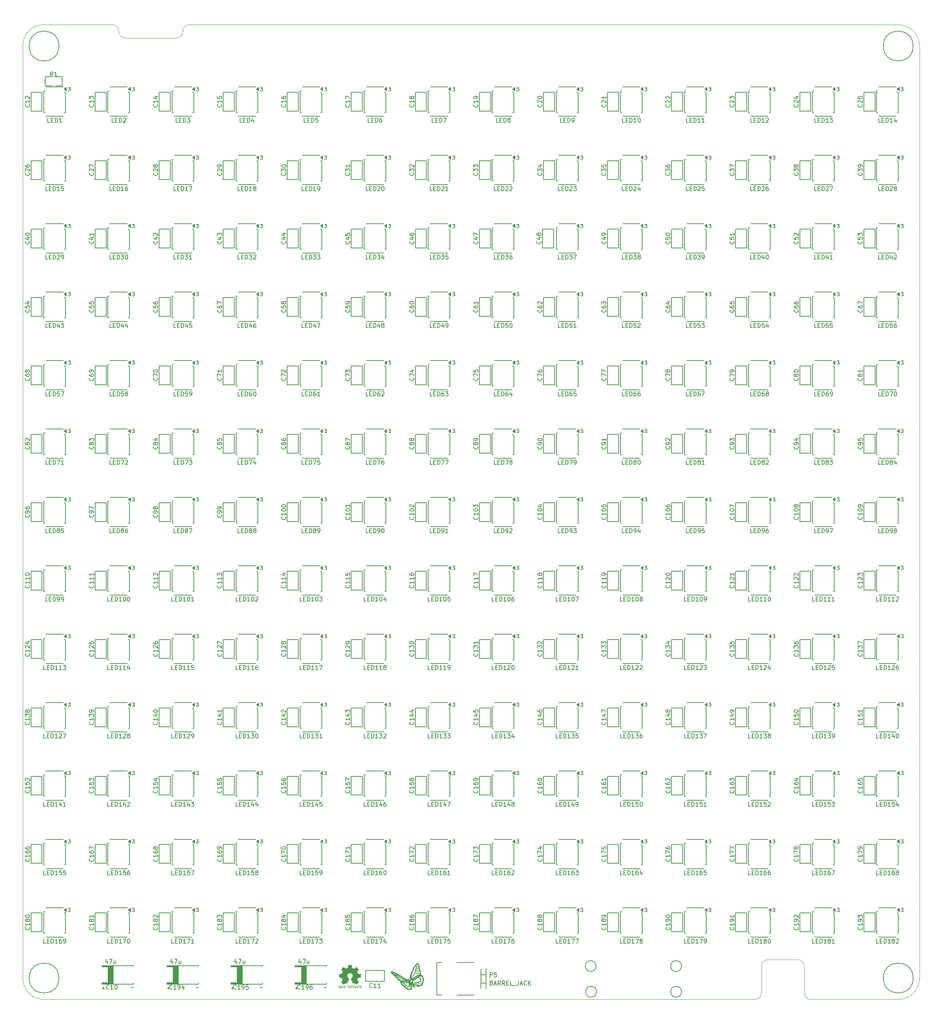
<source format=gto>
%FSLAX46Y46*%
G04 Gerber Fmt 4.6, Leading zero omitted, Abs format (unit mm)*
G04 Created by KiCad (PCBNEW (2014-09-25 BZR 5147)-product) date Friday 10 October 2014 06:15:42 PM IST*
%MOMM*%
G01*
G04 APERTURE LIST*
%ADD10C,0.150000*%
%ADD11C,0.100000*%
%ADD12C,0.075000*%
%ADD13C,0.002540*%
%ADD14C,0.152400*%
%ADD15C,0.127000*%
%ADD16R,1.300480X1.498600*%
%ADD17C,6.500000*%
%ADD18R,1.524000X1.524000*%
%ADD19O,2.000000X3.500000*%
%ADD20O,3.500000X2.000000*%
%ADD21C,2.500000*%
%ADD22C,2.100000*%
%ADD23R,1.600000X1.600000*%
%ADD24C,1.600000*%
%ADD25C,1.524000*%
%ADD26C,1.778000*%
%ADD27C,2.032000*%
%ADD28R,3.048000X3.048000*%
%ADD29R,1.350000X1.550000*%
%ADD30R,1.550000X1.350000*%
%ADD31R,1.016000X1.524000*%
%ADD32R,1.778000X1.778000*%
G04 APERTURE END LIST*
D10*
D11*
X264000000Y-46000000D02*
X264000000Y-264000000D01*
X93000000Y-41000000D02*
X259000000Y-41000000D01*
X75000000Y-41000000D02*
X59000000Y-41000000D01*
X76500000Y-42500000D02*
X76500000Y-42600000D01*
X76500000Y-42500000D02*
G75*
G03X75000000Y-41000000I-1500000J0D01*
G74*
G01*
X91500000Y-42500000D02*
X91500000Y-42600000D01*
X93000000Y-41000000D02*
G75*
G03X91500000Y-42500000I0J-1500000D01*
G74*
G01*
X90000000Y-44100000D02*
G75*
G03X91500000Y-42600000I0J1500000D01*
G74*
G01*
X76500000Y-42600000D02*
G75*
G03X78000000Y-44100000I1500000J0D01*
G74*
G01*
X84000000Y-44100000D02*
X90000000Y-44100000D01*
X84000000Y-44100000D02*
X78000000Y-44100000D01*
X54000000Y-264000000D02*
X54000000Y-46000000D01*
X225500000Y-269000000D02*
X59000000Y-269000000D01*
X259000000Y-269000000D02*
X238500000Y-269000000D01*
X259000000Y-269000000D02*
G75*
G03X264000000Y-264000000I0J5000000D01*
G74*
G01*
X264000000Y-46000000D02*
G75*
G03X259000000Y-41000000I-5000000J0D01*
G74*
G01*
X59000000Y-41000000D02*
G75*
G03X54000000Y-46000000I0J-5000000D01*
G74*
G01*
X54000000Y-264000000D02*
G75*
G03X59000000Y-269000000I5000000J0D01*
G74*
G01*
X237000000Y-267500000D02*
X237000000Y-261200000D01*
X227000000Y-261200000D02*
X227000000Y-267500000D01*
X225500000Y-269000000D02*
G75*
G03X227000000Y-267500000I0J1500000D01*
G74*
G01*
X237000000Y-267500000D02*
G75*
G03X238500000Y-269000000I1500000J0D01*
G74*
G01*
X237000000Y-261200000D02*
G75*
G03X235500000Y-259700000I-1500000J0D01*
G74*
G01*
X228500000Y-259700000D02*
G75*
G03X227000000Y-261200000I0J-1500000D01*
G74*
G01*
X235500000Y-259700000D02*
X228500000Y-259700000D01*
D12*
X132760000Y-265820000D02*
X132760000Y-266280000D01*
X132850000Y-265820000D02*
X132900000Y-265820000D01*
X132800000Y-265850000D02*
X132850000Y-265820000D01*
X132780000Y-265870000D02*
X132800000Y-265850000D01*
X132760000Y-265940000D02*
X132780000Y-265870000D01*
X133200000Y-266280000D02*
X133250000Y-266250000D01*
X133100000Y-266280000D02*
X133200000Y-266280000D01*
X133060000Y-266250000D02*
X133100000Y-266280000D01*
X133040000Y-266180000D02*
X133060000Y-266250000D01*
X133040000Y-265910000D02*
X133040000Y-266180000D01*
X133070000Y-265850000D02*
X133040000Y-265910000D01*
X133110000Y-265820000D02*
X133070000Y-265850000D01*
X133210000Y-265820000D02*
X133110000Y-265820000D01*
X133250000Y-265860000D02*
X133210000Y-265820000D01*
X133270000Y-265930000D02*
X133250000Y-265860000D01*
X133270000Y-266050000D02*
X133270000Y-265930000D01*
X133270000Y-266050000D02*
X133040000Y-266050000D01*
X132520000Y-265910000D02*
X132520000Y-266280000D01*
X132490000Y-265850000D02*
X132520000Y-265910000D01*
X132450000Y-265820000D02*
X132490000Y-265850000D01*
X132350000Y-265820000D02*
X132450000Y-265820000D01*
X132300000Y-265850000D02*
X132350000Y-265820000D01*
X132360000Y-266010000D02*
X132310000Y-266040000D01*
X132480000Y-266010000D02*
X132360000Y-266010000D01*
X132520000Y-265980000D02*
X132480000Y-266010000D01*
X132470000Y-266280000D02*
X132520000Y-266240000D01*
X132350000Y-266280000D02*
X132470000Y-266280000D01*
X132300000Y-266240000D02*
X132350000Y-266280000D01*
X132280000Y-266180000D02*
X132300000Y-266240000D01*
X132280000Y-266110000D02*
X132280000Y-266180000D01*
X132310000Y-266040000D02*
X132280000Y-266110000D01*
X131730000Y-265820000D02*
X131830000Y-266280000D01*
X131830000Y-266280000D02*
X131920000Y-265940000D01*
X131920000Y-265940000D02*
X132020000Y-266280000D01*
X132020000Y-266280000D02*
X132120000Y-265820000D01*
X131540000Y-266250000D02*
X131500000Y-266280000D01*
X131500000Y-266280000D02*
X131390000Y-266280000D01*
X131390000Y-266280000D02*
X131350000Y-266250000D01*
X131350000Y-266250000D02*
X131330000Y-266220000D01*
X131330000Y-266220000D02*
X131300000Y-266150000D01*
X131300000Y-266150000D02*
X131300000Y-265950000D01*
X131300000Y-265950000D02*
X131330000Y-265880000D01*
X131330000Y-265880000D02*
X131350000Y-265850000D01*
X131350000Y-265850000D02*
X131410000Y-265810000D01*
X131410000Y-265810000D02*
X131480000Y-265810000D01*
X131480000Y-265810000D02*
X131540000Y-265850000D01*
X131540000Y-265580000D02*
X131540000Y-266280000D01*
X131020000Y-265940000D02*
X131040000Y-265870000D01*
X131040000Y-265870000D02*
X131060000Y-265850000D01*
X131060000Y-265850000D02*
X131110000Y-265820000D01*
X131110000Y-265820000D02*
X131160000Y-265820000D01*
X131020000Y-265820000D02*
X131020000Y-266280000D01*
X130570000Y-266040000D02*
X130540000Y-266110000D01*
X130540000Y-266110000D02*
X130540000Y-266180000D01*
X130540000Y-266180000D02*
X130560000Y-266240000D01*
X130560000Y-266240000D02*
X130610000Y-266280000D01*
X130610000Y-266280000D02*
X130730000Y-266280000D01*
X130730000Y-266280000D02*
X130780000Y-266240000D01*
X130780000Y-265980000D02*
X130740000Y-266010000D01*
X130740000Y-266010000D02*
X130620000Y-266010000D01*
X130620000Y-266010000D02*
X130570000Y-266040000D01*
X130560000Y-265850000D02*
X130610000Y-265820000D01*
X130610000Y-265820000D02*
X130710000Y-265820000D01*
X130710000Y-265820000D02*
X130750000Y-265850000D01*
X130750000Y-265850000D02*
X130780000Y-265910000D01*
X130780000Y-265910000D02*
X130780000Y-266280000D01*
X130110000Y-265890000D02*
X130130000Y-265850000D01*
X130130000Y-265850000D02*
X130180000Y-265820000D01*
X130180000Y-265820000D02*
X130260000Y-265820000D01*
X130260000Y-265820000D02*
X130300000Y-265850000D01*
X130300000Y-265850000D02*
X130320000Y-265910000D01*
X130320000Y-265910000D02*
X130320000Y-266280000D01*
X130110000Y-265580000D02*
X130110000Y-266280000D01*
X129060000Y-266050000D02*
X128830000Y-266050000D01*
X129280000Y-265880000D02*
X129300000Y-265850000D01*
X129300000Y-265850000D02*
X129340000Y-265820000D01*
X129340000Y-265820000D02*
X129430000Y-265820000D01*
X129430000Y-265820000D02*
X129470000Y-265850000D01*
X129470000Y-265850000D02*
X129490000Y-265910000D01*
X129490000Y-265910000D02*
X129490000Y-266280000D01*
X129280000Y-265820000D02*
X129280000Y-266280000D01*
X129060000Y-266050000D02*
X129060000Y-265930000D01*
X129060000Y-265930000D02*
X129040000Y-265860000D01*
X129040000Y-265860000D02*
X129000000Y-265820000D01*
X129000000Y-265820000D02*
X128900000Y-265820000D01*
X128900000Y-265820000D02*
X128860000Y-265850000D01*
X128860000Y-265850000D02*
X128830000Y-265910000D01*
X128830000Y-265910000D02*
X128830000Y-266180000D01*
X128830000Y-266180000D02*
X128850000Y-266250000D01*
X128850000Y-266250000D02*
X128890000Y-266280000D01*
X128890000Y-266280000D02*
X128990000Y-266280000D01*
X128990000Y-266280000D02*
X129040000Y-266250000D01*
X128400000Y-265850000D02*
X128440000Y-265820000D01*
X128440000Y-265820000D02*
X128540000Y-265820000D01*
X128540000Y-265820000D02*
X128580000Y-265850000D01*
X128580000Y-265850000D02*
X128610000Y-265880000D01*
X128610000Y-265880000D02*
X128630000Y-265940000D01*
X128630000Y-265940000D02*
X128630000Y-266160000D01*
X128630000Y-266160000D02*
X128610000Y-266220000D01*
X128610000Y-266220000D02*
X128590000Y-266250000D01*
X128590000Y-266250000D02*
X128550000Y-266280000D01*
X128550000Y-266280000D02*
X128450000Y-266280000D01*
X128450000Y-266280000D02*
X128400000Y-266250000D01*
X128400000Y-266520000D02*
X128400000Y-265820000D01*
X128090000Y-265820000D02*
X128010000Y-265820000D01*
X128010000Y-265820000D02*
X127970000Y-265850000D01*
X127970000Y-265850000D02*
X127950000Y-265880000D01*
X127950000Y-265880000D02*
X127920000Y-265950000D01*
X128010000Y-266280000D02*
X128090000Y-266280000D01*
X128090000Y-266280000D02*
X128140000Y-266250000D01*
X128140000Y-266250000D02*
X128160000Y-266220000D01*
X128160000Y-266220000D02*
X128180000Y-266150000D01*
X128180000Y-266150000D02*
X128180000Y-265950000D01*
X128180000Y-265950000D02*
X128160000Y-265890000D01*
X128160000Y-265890000D02*
X128140000Y-265860000D01*
X128140000Y-265860000D02*
X128090000Y-265820000D01*
X127920000Y-265950000D02*
X127920000Y-266150000D01*
X127920000Y-266150000D02*
X127940000Y-266210000D01*
X127940000Y-266210000D02*
X127960000Y-266240000D01*
X127960000Y-266240000D02*
X128010000Y-266280000D01*
D13*
G36*
X129086160Y-265445360D02*
X129111560Y-265430120D01*
X129169980Y-265394560D01*
X129253800Y-265338680D01*
X129352860Y-265272640D01*
X129451920Y-265206600D01*
X129533200Y-265153260D01*
X129589080Y-265115160D01*
X129614480Y-265102460D01*
X129627180Y-265107540D01*
X129672900Y-265130400D01*
X129741480Y-265165960D01*
X129782120Y-265186280D01*
X129843080Y-265211680D01*
X129876100Y-265219300D01*
X129881180Y-265209140D01*
X129904040Y-265160880D01*
X129939600Y-265079600D01*
X129985320Y-264970380D01*
X130041200Y-264843380D01*
X130097080Y-264708760D01*
X130155500Y-264569060D01*
X130211380Y-264434440D01*
X130259640Y-264315060D01*
X130300280Y-264218540D01*
X130325680Y-264149960D01*
X130335840Y-264122020D01*
X130333300Y-264114400D01*
X130300280Y-264083920D01*
X130246940Y-264043280D01*
X130127560Y-263946760D01*
X130010720Y-263801980D01*
X129939600Y-263636880D01*
X129916740Y-263451460D01*
X129937060Y-263281280D01*
X130003100Y-263118720D01*
X130117400Y-262971400D01*
X130257100Y-262862180D01*
X130419660Y-262793600D01*
X130600000Y-262770740D01*
X130772720Y-262791060D01*
X130940360Y-262857100D01*
X131087680Y-262968860D01*
X131151180Y-263039980D01*
X131237540Y-263189840D01*
X131285800Y-263347320D01*
X131290880Y-263387960D01*
X131283260Y-263563220D01*
X131232460Y-263733400D01*
X131138480Y-263883260D01*
X131008940Y-264007720D01*
X130993700Y-264017880D01*
X130935280Y-264063600D01*
X130894640Y-264094080D01*
X130864160Y-264119480D01*
X131087680Y-264657960D01*
X131123240Y-264741780D01*
X131184200Y-264889100D01*
X131237540Y-265016100D01*
X131280720Y-265117700D01*
X131311200Y-265183740D01*
X131323900Y-265211680D01*
X131323900Y-265214220D01*
X131344220Y-265216760D01*
X131384860Y-265201520D01*
X131461060Y-265165960D01*
X131509320Y-265140560D01*
X131567740Y-265112620D01*
X131593140Y-265102460D01*
X131616000Y-265115160D01*
X131669340Y-265150720D01*
X131750620Y-265204060D01*
X131847140Y-265267560D01*
X131938580Y-265331060D01*
X132022400Y-265386940D01*
X132083360Y-265425040D01*
X132113840Y-265442820D01*
X132118920Y-265442820D01*
X132144320Y-265427580D01*
X132192580Y-265386940D01*
X132266240Y-265318360D01*
X132370380Y-265214220D01*
X132385620Y-265198980D01*
X132471980Y-265112620D01*
X132540560Y-265038960D01*
X132586280Y-264988160D01*
X132604060Y-264965300D01*
X132604060Y-264965300D01*
X132588820Y-264934820D01*
X132550720Y-264873860D01*
X132494840Y-264787500D01*
X132426260Y-264688440D01*
X132248460Y-264429360D01*
X132344980Y-264185520D01*
X132375460Y-264109320D01*
X132413560Y-264020420D01*
X132441500Y-263954380D01*
X132456740Y-263926440D01*
X132482140Y-263916280D01*
X132550720Y-263901040D01*
X132647240Y-263880720D01*
X132761540Y-263860400D01*
X132873300Y-263840080D01*
X132972360Y-263819760D01*
X133043480Y-263807060D01*
X133076500Y-263799440D01*
X133084120Y-263794360D01*
X133091740Y-263779120D01*
X133094280Y-263746100D01*
X133096820Y-263685140D01*
X133099360Y-263591160D01*
X133099360Y-263451460D01*
X133099360Y-263436220D01*
X133096820Y-263306680D01*
X133094280Y-263200000D01*
X133091740Y-263133960D01*
X133086660Y-263106020D01*
X133086660Y-263106020D01*
X133056180Y-263098400D01*
X132985060Y-263083160D01*
X132886000Y-263065380D01*
X132766620Y-263042520D01*
X132759000Y-263039980D01*
X132642160Y-263017120D01*
X132543100Y-262996800D01*
X132471980Y-262981560D01*
X132444040Y-262971400D01*
X132436420Y-262963780D01*
X132413560Y-262918060D01*
X132380540Y-262844400D01*
X132339900Y-262755500D01*
X132301800Y-262661520D01*
X132268780Y-262577700D01*
X132245920Y-262516740D01*
X132238300Y-262488800D01*
X132240840Y-262486260D01*
X132258620Y-262458320D01*
X132299260Y-262397360D01*
X132355140Y-262313540D01*
X132423720Y-262211940D01*
X132428800Y-262204320D01*
X132497380Y-262105260D01*
X132553260Y-262018900D01*
X132588820Y-261960480D01*
X132604060Y-261932540D01*
X132604060Y-261930000D01*
X132581200Y-261899520D01*
X132530400Y-261843640D01*
X132456740Y-261767440D01*
X132370380Y-261678540D01*
X132342440Y-261653140D01*
X132243380Y-261556620D01*
X132177340Y-261495660D01*
X132134160Y-261462640D01*
X132113840Y-261455020D01*
X132113840Y-261455020D01*
X132083360Y-261472800D01*
X132019860Y-261513440D01*
X131936040Y-261571860D01*
X131834440Y-261640440D01*
X131826820Y-261645520D01*
X131727760Y-261714100D01*
X131643940Y-261769980D01*
X131585520Y-261810620D01*
X131557580Y-261825860D01*
X131555040Y-261825860D01*
X131514400Y-261813160D01*
X131443280Y-261787760D01*
X131354380Y-261754740D01*
X131262940Y-261716640D01*
X131179120Y-261681080D01*
X131115620Y-261653140D01*
X131085140Y-261635360D01*
X131085140Y-261635360D01*
X131074980Y-261599800D01*
X131057200Y-261523600D01*
X131036880Y-261422000D01*
X131011480Y-261300080D01*
X131008940Y-261279760D01*
X130986080Y-261160380D01*
X130968300Y-261061320D01*
X130953060Y-260992740D01*
X130945440Y-260964800D01*
X130930200Y-260962260D01*
X130871780Y-260957180D01*
X130782880Y-260954640D01*
X130673660Y-260954640D01*
X130561900Y-260954640D01*
X130452680Y-260957180D01*
X130358700Y-260959720D01*
X130290120Y-260964800D01*
X130262180Y-260969880D01*
X130262180Y-260972420D01*
X130252020Y-261010520D01*
X130234240Y-261084180D01*
X130213920Y-261188320D01*
X130191060Y-261310240D01*
X130185980Y-261333100D01*
X130163120Y-261449940D01*
X130142800Y-261549000D01*
X130130100Y-261615040D01*
X130122480Y-261642980D01*
X130109780Y-261648060D01*
X130061520Y-261668380D01*
X129982780Y-261701400D01*
X129883720Y-261742040D01*
X129655120Y-261833480D01*
X129373180Y-261642980D01*
X129347780Y-261625200D01*
X129246180Y-261556620D01*
X129164900Y-261500740D01*
X129106480Y-261462640D01*
X129083620Y-261449940D01*
X129081080Y-261449940D01*
X129053140Y-261475340D01*
X128997260Y-261528680D01*
X128921060Y-261602340D01*
X128832160Y-261688700D01*
X128768660Y-261754740D01*
X128689920Y-261833480D01*
X128641660Y-261886820D01*
X128613720Y-261919840D01*
X128606100Y-261940160D01*
X128608640Y-261955400D01*
X128626420Y-261983340D01*
X128667060Y-262044300D01*
X128725480Y-262130660D01*
X128794060Y-262229720D01*
X128849940Y-262313540D01*
X128910900Y-262407520D01*
X128949000Y-262473560D01*
X128964240Y-262506580D01*
X128959160Y-262519280D01*
X128941380Y-262575160D01*
X128905820Y-262658980D01*
X128865180Y-262758040D01*
X128766120Y-262979020D01*
X128621340Y-263006960D01*
X128532440Y-263024740D01*
X128410520Y-263047600D01*
X128291140Y-263070460D01*
X128108260Y-263106020D01*
X128100640Y-263781660D01*
X128128580Y-263794360D01*
X128156520Y-263801980D01*
X128225100Y-263817220D01*
X128321620Y-263837540D01*
X128438460Y-263857860D01*
X128534980Y-263875640D01*
X128634040Y-263895960D01*
X128705160Y-263908660D01*
X128735640Y-263916280D01*
X128745800Y-263926440D01*
X128768660Y-263974700D01*
X128804220Y-264050900D01*
X128844860Y-264142340D01*
X128882960Y-264236320D01*
X128918520Y-264325220D01*
X128941380Y-264391260D01*
X128951540Y-264424280D01*
X128938840Y-264452220D01*
X128900740Y-264510640D01*
X128847400Y-264591920D01*
X128778820Y-264690980D01*
X128712780Y-264787500D01*
X128654360Y-264871320D01*
X128616260Y-264932280D01*
X128598480Y-264960220D01*
X128608640Y-264978000D01*
X128646740Y-265026260D01*
X128720400Y-265102460D01*
X128832160Y-265211680D01*
X128849940Y-265229460D01*
X128936300Y-265313280D01*
X129009960Y-265381860D01*
X129063300Y-265427580D01*
X129086160Y-265445360D01*
X129086160Y-265445360D01*
G37*
X129086160Y-265445360D02*
X129111560Y-265430120D01*
X129169980Y-265394560D01*
X129253800Y-265338680D01*
X129352860Y-265272640D01*
X129451920Y-265206600D01*
X129533200Y-265153260D01*
X129589080Y-265115160D01*
X129614480Y-265102460D01*
X129627180Y-265107540D01*
X129672900Y-265130400D01*
X129741480Y-265165960D01*
X129782120Y-265186280D01*
X129843080Y-265211680D01*
X129876100Y-265219300D01*
X129881180Y-265209140D01*
X129904040Y-265160880D01*
X129939600Y-265079600D01*
X129985320Y-264970380D01*
X130041200Y-264843380D01*
X130097080Y-264708760D01*
X130155500Y-264569060D01*
X130211380Y-264434440D01*
X130259640Y-264315060D01*
X130300280Y-264218540D01*
X130325680Y-264149960D01*
X130335840Y-264122020D01*
X130333300Y-264114400D01*
X130300280Y-264083920D01*
X130246940Y-264043280D01*
X130127560Y-263946760D01*
X130010720Y-263801980D01*
X129939600Y-263636880D01*
X129916740Y-263451460D01*
X129937060Y-263281280D01*
X130003100Y-263118720D01*
X130117400Y-262971400D01*
X130257100Y-262862180D01*
X130419660Y-262793600D01*
X130600000Y-262770740D01*
X130772720Y-262791060D01*
X130940360Y-262857100D01*
X131087680Y-262968860D01*
X131151180Y-263039980D01*
X131237540Y-263189840D01*
X131285800Y-263347320D01*
X131290880Y-263387960D01*
X131283260Y-263563220D01*
X131232460Y-263733400D01*
X131138480Y-263883260D01*
X131008940Y-264007720D01*
X130993700Y-264017880D01*
X130935280Y-264063600D01*
X130894640Y-264094080D01*
X130864160Y-264119480D01*
X131087680Y-264657960D01*
X131123240Y-264741780D01*
X131184200Y-264889100D01*
X131237540Y-265016100D01*
X131280720Y-265117700D01*
X131311200Y-265183740D01*
X131323900Y-265211680D01*
X131323900Y-265214220D01*
X131344220Y-265216760D01*
X131384860Y-265201520D01*
X131461060Y-265165960D01*
X131509320Y-265140560D01*
X131567740Y-265112620D01*
X131593140Y-265102460D01*
X131616000Y-265115160D01*
X131669340Y-265150720D01*
X131750620Y-265204060D01*
X131847140Y-265267560D01*
X131938580Y-265331060D01*
X132022400Y-265386940D01*
X132083360Y-265425040D01*
X132113840Y-265442820D01*
X132118920Y-265442820D01*
X132144320Y-265427580D01*
X132192580Y-265386940D01*
X132266240Y-265318360D01*
X132370380Y-265214220D01*
X132385620Y-265198980D01*
X132471980Y-265112620D01*
X132540560Y-265038960D01*
X132586280Y-264988160D01*
X132604060Y-264965300D01*
X132604060Y-264965300D01*
X132588820Y-264934820D01*
X132550720Y-264873860D01*
X132494840Y-264787500D01*
X132426260Y-264688440D01*
X132248460Y-264429360D01*
X132344980Y-264185520D01*
X132375460Y-264109320D01*
X132413560Y-264020420D01*
X132441500Y-263954380D01*
X132456740Y-263926440D01*
X132482140Y-263916280D01*
X132550720Y-263901040D01*
X132647240Y-263880720D01*
X132761540Y-263860400D01*
X132873300Y-263840080D01*
X132972360Y-263819760D01*
X133043480Y-263807060D01*
X133076500Y-263799440D01*
X133084120Y-263794360D01*
X133091740Y-263779120D01*
X133094280Y-263746100D01*
X133096820Y-263685140D01*
X133099360Y-263591160D01*
X133099360Y-263451460D01*
X133099360Y-263436220D01*
X133096820Y-263306680D01*
X133094280Y-263200000D01*
X133091740Y-263133960D01*
X133086660Y-263106020D01*
X133086660Y-263106020D01*
X133056180Y-263098400D01*
X132985060Y-263083160D01*
X132886000Y-263065380D01*
X132766620Y-263042520D01*
X132759000Y-263039980D01*
X132642160Y-263017120D01*
X132543100Y-262996800D01*
X132471980Y-262981560D01*
X132444040Y-262971400D01*
X132436420Y-262963780D01*
X132413560Y-262918060D01*
X132380540Y-262844400D01*
X132339900Y-262755500D01*
X132301800Y-262661520D01*
X132268780Y-262577700D01*
X132245920Y-262516740D01*
X132238300Y-262488800D01*
X132240840Y-262486260D01*
X132258620Y-262458320D01*
X132299260Y-262397360D01*
X132355140Y-262313540D01*
X132423720Y-262211940D01*
X132428800Y-262204320D01*
X132497380Y-262105260D01*
X132553260Y-262018900D01*
X132588820Y-261960480D01*
X132604060Y-261932540D01*
X132604060Y-261930000D01*
X132581200Y-261899520D01*
X132530400Y-261843640D01*
X132456740Y-261767440D01*
X132370380Y-261678540D01*
X132342440Y-261653140D01*
X132243380Y-261556620D01*
X132177340Y-261495660D01*
X132134160Y-261462640D01*
X132113840Y-261455020D01*
X132113840Y-261455020D01*
X132083360Y-261472800D01*
X132019860Y-261513440D01*
X131936040Y-261571860D01*
X131834440Y-261640440D01*
X131826820Y-261645520D01*
X131727760Y-261714100D01*
X131643940Y-261769980D01*
X131585520Y-261810620D01*
X131557580Y-261825860D01*
X131555040Y-261825860D01*
X131514400Y-261813160D01*
X131443280Y-261787760D01*
X131354380Y-261754740D01*
X131262940Y-261716640D01*
X131179120Y-261681080D01*
X131115620Y-261653140D01*
X131085140Y-261635360D01*
X131085140Y-261635360D01*
X131074980Y-261599800D01*
X131057200Y-261523600D01*
X131036880Y-261422000D01*
X131011480Y-261300080D01*
X131008940Y-261279760D01*
X130986080Y-261160380D01*
X130968300Y-261061320D01*
X130953060Y-260992740D01*
X130945440Y-260964800D01*
X130930200Y-260962260D01*
X130871780Y-260957180D01*
X130782880Y-260954640D01*
X130673660Y-260954640D01*
X130561900Y-260954640D01*
X130452680Y-260957180D01*
X130358700Y-260959720D01*
X130290120Y-260964800D01*
X130262180Y-260969880D01*
X130262180Y-260972420D01*
X130252020Y-261010520D01*
X130234240Y-261084180D01*
X130213920Y-261188320D01*
X130191060Y-261310240D01*
X130185980Y-261333100D01*
X130163120Y-261449940D01*
X130142800Y-261549000D01*
X130130100Y-261615040D01*
X130122480Y-261642980D01*
X130109780Y-261648060D01*
X130061520Y-261668380D01*
X129982780Y-261701400D01*
X129883720Y-261742040D01*
X129655120Y-261833480D01*
X129373180Y-261642980D01*
X129347780Y-261625200D01*
X129246180Y-261556620D01*
X129164900Y-261500740D01*
X129106480Y-261462640D01*
X129083620Y-261449940D01*
X129081080Y-261449940D01*
X129053140Y-261475340D01*
X128997260Y-261528680D01*
X128921060Y-261602340D01*
X128832160Y-261688700D01*
X128768660Y-261754740D01*
X128689920Y-261833480D01*
X128641660Y-261886820D01*
X128613720Y-261919840D01*
X128606100Y-261940160D01*
X128608640Y-261955400D01*
X128626420Y-261983340D01*
X128667060Y-262044300D01*
X128725480Y-262130660D01*
X128794060Y-262229720D01*
X128849940Y-262313540D01*
X128910900Y-262407520D01*
X128949000Y-262473560D01*
X128964240Y-262506580D01*
X128959160Y-262519280D01*
X128941380Y-262575160D01*
X128905820Y-262658980D01*
X128865180Y-262758040D01*
X128766120Y-262979020D01*
X128621340Y-263006960D01*
X128532440Y-263024740D01*
X128410520Y-263047600D01*
X128291140Y-263070460D01*
X128108260Y-263106020D01*
X128100640Y-263781660D01*
X128128580Y-263794360D01*
X128156520Y-263801980D01*
X128225100Y-263817220D01*
X128321620Y-263837540D01*
X128438460Y-263857860D01*
X128534980Y-263875640D01*
X128634040Y-263895960D01*
X128705160Y-263908660D01*
X128735640Y-263916280D01*
X128745800Y-263926440D01*
X128768660Y-263974700D01*
X128804220Y-264050900D01*
X128844860Y-264142340D01*
X128882960Y-264236320D01*
X128918520Y-264325220D01*
X128941380Y-264391260D01*
X128951540Y-264424280D01*
X128938840Y-264452220D01*
X128900740Y-264510640D01*
X128847400Y-264591920D01*
X128778820Y-264690980D01*
X128712780Y-264787500D01*
X128654360Y-264871320D01*
X128616260Y-264932280D01*
X128598480Y-264960220D01*
X128608640Y-264978000D01*
X128646740Y-265026260D01*
X128720400Y-265102460D01*
X128832160Y-265211680D01*
X128849940Y-265229460D01*
X128936300Y-265313280D01*
X129009960Y-265381860D01*
X129063300Y-265427580D01*
X129086160Y-265445360D01*
G36*
X146340600Y-260558800D02*
X146366000Y-260558800D01*
X146366000Y-260584200D01*
X146340600Y-260584200D01*
X146340600Y-260558800D01*
X146340600Y-260558800D01*
G37*
X146340600Y-260558800D02*
X146366000Y-260558800D01*
X146366000Y-260584200D01*
X146340600Y-260584200D01*
X146340600Y-260558800D01*
G36*
X146366000Y-260558800D02*
X146391400Y-260558800D01*
X146391400Y-260584200D01*
X146366000Y-260584200D01*
X146366000Y-260558800D01*
X146366000Y-260558800D01*
G37*
X146366000Y-260558800D02*
X146391400Y-260558800D01*
X146391400Y-260584200D01*
X146366000Y-260584200D01*
X146366000Y-260558800D01*
G36*
X146391400Y-260558800D02*
X146416800Y-260558800D01*
X146416800Y-260584200D01*
X146391400Y-260584200D01*
X146391400Y-260558800D01*
X146391400Y-260558800D01*
G37*
X146391400Y-260558800D02*
X146416800Y-260558800D01*
X146416800Y-260584200D01*
X146391400Y-260584200D01*
X146391400Y-260558800D01*
G36*
X146416800Y-260558800D02*
X146442200Y-260558800D01*
X146442200Y-260584200D01*
X146416800Y-260584200D01*
X146416800Y-260558800D01*
X146416800Y-260558800D01*
G37*
X146416800Y-260558800D02*
X146442200Y-260558800D01*
X146442200Y-260584200D01*
X146416800Y-260584200D01*
X146416800Y-260558800D01*
G36*
X146442200Y-260558800D02*
X146467600Y-260558800D01*
X146467600Y-260584200D01*
X146442200Y-260584200D01*
X146442200Y-260558800D01*
X146442200Y-260558800D01*
G37*
X146442200Y-260558800D02*
X146467600Y-260558800D01*
X146467600Y-260584200D01*
X146442200Y-260584200D01*
X146442200Y-260558800D01*
G36*
X146315200Y-260584200D02*
X146340600Y-260584200D01*
X146340600Y-260609600D01*
X146315200Y-260609600D01*
X146315200Y-260584200D01*
X146315200Y-260584200D01*
G37*
X146315200Y-260584200D02*
X146340600Y-260584200D01*
X146340600Y-260609600D01*
X146315200Y-260609600D01*
X146315200Y-260584200D01*
G36*
X146340600Y-260584200D02*
X146366000Y-260584200D01*
X146366000Y-260609600D01*
X146340600Y-260609600D01*
X146340600Y-260584200D01*
X146340600Y-260584200D01*
G37*
X146340600Y-260584200D02*
X146366000Y-260584200D01*
X146366000Y-260609600D01*
X146340600Y-260609600D01*
X146340600Y-260584200D01*
G36*
X146366000Y-260584200D02*
X146391400Y-260584200D01*
X146391400Y-260609600D01*
X146366000Y-260609600D01*
X146366000Y-260584200D01*
X146366000Y-260584200D01*
G37*
X146366000Y-260584200D02*
X146391400Y-260584200D01*
X146391400Y-260609600D01*
X146366000Y-260609600D01*
X146366000Y-260584200D01*
G36*
X146391400Y-260584200D02*
X146416800Y-260584200D01*
X146416800Y-260609600D01*
X146391400Y-260609600D01*
X146391400Y-260584200D01*
X146391400Y-260584200D01*
G37*
X146391400Y-260584200D02*
X146416800Y-260584200D01*
X146416800Y-260609600D01*
X146391400Y-260609600D01*
X146391400Y-260584200D01*
G36*
X146416800Y-260584200D02*
X146442200Y-260584200D01*
X146442200Y-260609600D01*
X146416800Y-260609600D01*
X146416800Y-260584200D01*
X146416800Y-260584200D01*
G37*
X146416800Y-260584200D02*
X146442200Y-260584200D01*
X146442200Y-260609600D01*
X146416800Y-260609600D01*
X146416800Y-260584200D01*
G36*
X146442200Y-260584200D02*
X146467600Y-260584200D01*
X146467600Y-260609600D01*
X146442200Y-260609600D01*
X146442200Y-260584200D01*
X146442200Y-260584200D01*
G37*
X146442200Y-260584200D02*
X146467600Y-260584200D01*
X146467600Y-260609600D01*
X146442200Y-260609600D01*
X146442200Y-260584200D01*
G36*
X146467600Y-260584200D02*
X146493000Y-260584200D01*
X146493000Y-260609600D01*
X146467600Y-260609600D01*
X146467600Y-260584200D01*
X146467600Y-260584200D01*
G37*
X146467600Y-260584200D02*
X146493000Y-260584200D01*
X146493000Y-260609600D01*
X146467600Y-260609600D01*
X146467600Y-260584200D01*
G36*
X146493000Y-260584200D02*
X146518400Y-260584200D01*
X146518400Y-260609600D01*
X146493000Y-260609600D01*
X146493000Y-260584200D01*
X146493000Y-260584200D01*
G37*
X146493000Y-260584200D02*
X146518400Y-260584200D01*
X146518400Y-260609600D01*
X146493000Y-260609600D01*
X146493000Y-260584200D01*
G36*
X146518400Y-260584200D02*
X146543800Y-260584200D01*
X146543800Y-260609600D01*
X146518400Y-260609600D01*
X146518400Y-260584200D01*
X146518400Y-260584200D01*
G37*
X146518400Y-260584200D02*
X146543800Y-260584200D01*
X146543800Y-260609600D01*
X146518400Y-260609600D01*
X146518400Y-260584200D01*
G36*
X146543800Y-260584200D02*
X146569200Y-260584200D01*
X146569200Y-260609600D01*
X146543800Y-260609600D01*
X146543800Y-260584200D01*
X146543800Y-260584200D01*
G37*
X146543800Y-260584200D02*
X146569200Y-260584200D01*
X146569200Y-260609600D01*
X146543800Y-260609600D01*
X146543800Y-260584200D01*
G36*
X146264400Y-260609600D02*
X146289800Y-260609600D01*
X146289800Y-260635000D01*
X146264400Y-260635000D01*
X146264400Y-260609600D01*
X146264400Y-260609600D01*
G37*
X146264400Y-260609600D02*
X146289800Y-260609600D01*
X146289800Y-260635000D01*
X146264400Y-260635000D01*
X146264400Y-260609600D01*
G36*
X146289800Y-260609600D02*
X146315200Y-260609600D01*
X146315200Y-260635000D01*
X146289800Y-260635000D01*
X146289800Y-260609600D01*
X146289800Y-260609600D01*
G37*
X146289800Y-260609600D02*
X146315200Y-260609600D01*
X146315200Y-260635000D01*
X146289800Y-260635000D01*
X146289800Y-260609600D01*
G36*
X146315200Y-260609600D02*
X146340600Y-260609600D01*
X146340600Y-260635000D01*
X146315200Y-260635000D01*
X146315200Y-260609600D01*
X146315200Y-260609600D01*
G37*
X146315200Y-260609600D02*
X146340600Y-260609600D01*
X146340600Y-260635000D01*
X146315200Y-260635000D01*
X146315200Y-260609600D01*
G36*
X146340600Y-260609600D02*
X146366000Y-260609600D01*
X146366000Y-260635000D01*
X146340600Y-260635000D01*
X146340600Y-260609600D01*
X146340600Y-260609600D01*
G37*
X146340600Y-260609600D02*
X146366000Y-260609600D01*
X146366000Y-260635000D01*
X146340600Y-260635000D01*
X146340600Y-260609600D01*
G36*
X146366000Y-260609600D02*
X146391400Y-260609600D01*
X146391400Y-260635000D01*
X146366000Y-260635000D01*
X146366000Y-260609600D01*
X146366000Y-260609600D01*
G37*
X146366000Y-260609600D02*
X146391400Y-260609600D01*
X146391400Y-260635000D01*
X146366000Y-260635000D01*
X146366000Y-260609600D01*
G36*
X146391400Y-260609600D02*
X146416800Y-260609600D01*
X146416800Y-260635000D01*
X146391400Y-260635000D01*
X146391400Y-260609600D01*
X146391400Y-260609600D01*
G37*
X146391400Y-260609600D02*
X146416800Y-260609600D01*
X146416800Y-260635000D01*
X146391400Y-260635000D01*
X146391400Y-260609600D01*
G36*
X146416800Y-260609600D02*
X146442200Y-260609600D01*
X146442200Y-260635000D01*
X146416800Y-260635000D01*
X146416800Y-260609600D01*
X146416800Y-260609600D01*
G37*
X146416800Y-260609600D02*
X146442200Y-260609600D01*
X146442200Y-260635000D01*
X146416800Y-260635000D01*
X146416800Y-260609600D01*
G36*
X146442200Y-260609600D02*
X146467600Y-260609600D01*
X146467600Y-260635000D01*
X146442200Y-260635000D01*
X146442200Y-260609600D01*
X146442200Y-260609600D01*
G37*
X146442200Y-260609600D02*
X146467600Y-260609600D01*
X146467600Y-260635000D01*
X146442200Y-260635000D01*
X146442200Y-260609600D01*
G36*
X146467600Y-260609600D02*
X146493000Y-260609600D01*
X146493000Y-260635000D01*
X146467600Y-260635000D01*
X146467600Y-260609600D01*
X146467600Y-260609600D01*
G37*
X146467600Y-260609600D02*
X146493000Y-260609600D01*
X146493000Y-260635000D01*
X146467600Y-260635000D01*
X146467600Y-260609600D01*
G36*
X146493000Y-260609600D02*
X146518400Y-260609600D01*
X146518400Y-260635000D01*
X146493000Y-260635000D01*
X146493000Y-260609600D01*
X146493000Y-260609600D01*
G37*
X146493000Y-260609600D02*
X146518400Y-260609600D01*
X146518400Y-260635000D01*
X146493000Y-260635000D01*
X146493000Y-260609600D01*
G36*
X146518400Y-260609600D02*
X146543800Y-260609600D01*
X146543800Y-260635000D01*
X146518400Y-260635000D01*
X146518400Y-260609600D01*
X146518400Y-260609600D01*
G37*
X146518400Y-260609600D02*
X146543800Y-260609600D01*
X146543800Y-260635000D01*
X146518400Y-260635000D01*
X146518400Y-260609600D01*
G36*
X146543800Y-260609600D02*
X146569200Y-260609600D01*
X146569200Y-260635000D01*
X146543800Y-260635000D01*
X146543800Y-260609600D01*
X146543800Y-260609600D01*
G37*
X146543800Y-260609600D02*
X146569200Y-260609600D01*
X146569200Y-260635000D01*
X146543800Y-260635000D01*
X146543800Y-260609600D01*
G36*
X146569200Y-260609600D02*
X146594600Y-260609600D01*
X146594600Y-260635000D01*
X146569200Y-260635000D01*
X146569200Y-260609600D01*
X146569200Y-260609600D01*
G37*
X146569200Y-260609600D02*
X146594600Y-260609600D01*
X146594600Y-260635000D01*
X146569200Y-260635000D01*
X146569200Y-260609600D01*
G36*
X146594600Y-260609600D02*
X146620000Y-260609600D01*
X146620000Y-260635000D01*
X146594600Y-260635000D01*
X146594600Y-260609600D01*
X146594600Y-260609600D01*
G37*
X146594600Y-260609600D02*
X146620000Y-260609600D01*
X146620000Y-260635000D01*
X146594600Y-260635000D01*
X146594600Y-260609600D01*
G36*
X146620000Y-260609600D02*
X146645400Y-260609600D01*
X146645400Y-260635000D01*
X146620000Y-260635000D01*
X146620000Y-260609600D01*
X146620000Y-260609600D01*
G37*
X146620000Y-260609600D02*
X146645400Y-260609600D01*
X146645400Y-260635000D01*
X146620000Y-260635000D01*
X146620000Y-260609600D01*
G36*
X146213600Y-260635000D02*
X146239000Y-260635000D01*
X146239000Y-260660400D01*
X146213600Y-260660400D01*
X146213600Y-260635000D01*
X146213600Y-260635000D01*
G37*
X146213600Y-260635000D02*
X146239000Y-260635000D01*
X146239000Y-260660400D01*
X146213600Y-260660400D01*
X146213600Y-260635000D01*
G36*
X146239000Y-260635000D02*
X146264400Y-260635000D01*
X146264400Y-260660400D01*
X146239000Y-260660400D01*
X146239000Y-260635000D01*
X146239000Y-260635000D01*
G37*
X146239000Y-260635000D02*
X146264400Y-260635000D01*
X146264400Y-260660400D01*
X146239000Y-260660400D01*
X146239000Y-260635000D01*
G36*
X146264400Y-260635000D02*
X146289800Y-260635000D01*
X146289800Y-260660400D01*
X146264400Y-260660400D01*
X146264400Y-260635000D01*
X146264400Y-260635000D01*
G37*
X146264400Y-260635000D02*
X146289800Y-260635000D01*
X146289800Y-260660400D01*
X146264400Y-260660400D01*
X146264400Y-260635000D01*
G36*
X146289800Y-260635000D02*
X146315200Y-260635000D01*
X146315200Y-260660400D01*
X146289800Y-260660400D01*
X146289800Y-260635000D01*
X146289800Y-260635000D01*
G37*
X146289800Y-260635000D02*
X146315200Y-260635000D01*
X146315200Y-260660400D01*
X146289800Y-260660400D01*
X146289800Y-260635000D01*
G36*
X146315200Y-260635000D02*
X146340600Y-260635000D01*
X146340600Y-260660400D01*
X146315200Y-260660400D01*
X146315200Y-260635000D01*
X146315200Y-260635000D01*
G37*
X146315200Y-260635000D02*
X146340600Y-260635000D01*
X146340600Y-260660400D01*
X146315200Y-260660400D01*
X146315200Y-260635000D01*
G36*
X146340600Y-260635000D02*
X146366000Y-260635000D01*
X146366000Y-260660400D01*
X146340600Y-260660400D01*
X146340600Y-260635000D01*
X146340600Y-260635000D01*
G37*
X146340600Y-260635000D02*
X146366000Y-260635000D01*
X146366000Y-260660400D01*
X146340600Y-260660400D01*
X146340600Y-260635000D01*
G36*
X146366000Y-260635000D02*
X146391400Y-260635000D01*
X146391400Y-260660400D01*
X146366000Y-260660400D01*
X146366000Y-260635000D01*
X146366000Y-260635000D01*
G37*
X146366000Y-260635000D02*
X146391400Y-260635000D01*
X146391400Y-260660400D01*
X146366000Y-260660400D01*
X146366000Y-260635000D01*
G36*
X146391400Y-260635000D02*
X146416800Y-260635000D01*
X146416800Y-260660400D01*
X146391400Y-260660400D01*
X146391400Y-260635000D01*
X146391400Y-260635000D01*
G37*
X146391400Y-260635000D02*
X146416800Y-260635000D01*
X146416800Y-260660400D01*
X146391400Y-260660400D01*
X146391400Y-260635000D01*
G36*
X146416800Y-260635000D02*
X146442200Y-260635000D01*
X146442200Y-260660400D01*
X146416800Y-260660400D01*
X146416800Y-260635000D01*
X146416800Y-260635000D01*
G37*
X146416800Y-260635000D02*
X146442200Y-260635000D01*
X146442200Y-260660400D01*
X146416800Y-260660400D01*
X146416800Y-260635000D01*
G36*
X146442200Y-260635000D02*
X146467600Y-260635000D01*
X146467600Y-260660400D01*
X146442200Y-260660400D01*
X146442200Y-260635000D01*
X146442200Y-260635000D01*
G37*
X146442200Y-260635000D02*
X146467600Y-260635000D01*
X146467600Y-260660400D01*
X146442200Y-260660400D01*
X146442200Y-260635000D01*
G36*
X146467600Y-260635000D02*
X146493000Y-260635000D01*
X146493000Y-260660400D01*
X146467600Y-260660400D01*
X146467600Y-260635000D01*
X146467600Y-260635000D01*
G37*
X146467600Y-260635000D02*
X146493000Y-260635000D01*
X146493000Y-260660400D01*
X146467600Y-260660400D01*
X146467600Y-260635000D01*
G36*
X146493000Y-260635000D02*
X146518400Y-260635000D01*
X146518400Y-260660400D01*
X146493000Y-260660400D01*
X146493000Y-260635000D01*
X146493000Y-260635000D01*
G37*
X146493000Y-260635000D02*
X146518400Y-260635000D01*
X146518400Y-260660400D01*
X146493000Y-260660400D01*
X146493000Y-260635000D01*
G36*
X146518400Y-260635000D02*
X146543800Y-260635000D01*
X146543800Y-260660400D01*
X146518400Y-260660400D01*
X146518400Y-260635000D01*
X146518400Y-260635000D01*
G37*
X146518400Y-260635000D02*
X146543800Y-260635000D01*
X146543800Y-260660400D01*
X146518400Y-260660400D01*
X146518400Y-260635000D01*
G36*
X146543800Y-260635000D02*
X146569200Y-260635000D01*
X146569200Y-260660400D01*
X146543800Y-260660400D01*
X146543800Y-260635000D01*
X146543800Y-260635000D01*
G37*
X146543800Y-260635000D02*
X146569200Y-260635000D01*
X146569200Y-260660400D01*
X146543800Y-260660400D01*
X146543800Y-260635000D01*
G36*
X146569200Y-260635000D02*
X146594600Y-260635000D01*
X146594600Y-260660400D01*
X146569200Y-260660400D01*
X146569200Y-260635000D01*
X146569200Y-260635000D01*
G37*
X146569200Y-260635000D02*
X146594600Y-260635000D01*
X146594600Y-260660400D01*
X146569200Y-260660400D01*
X146569200Y-260635000D01*
G36*
X146594600Y-260635000D02*
X146620000Y-260635000D01*
X146620000Y-260660400D01*
X146594600Y-260660400D01*
X146594600Y-260635000D01*
X146594600Y-260635000D01*
G37*
X146594600Y-260635000D02*
X146620000Y-260635000D01*
X146620000Y-260660400D01*
X146594600Y-260660400D01*
X146594600Y-260635000D01*
G36*
X146620000Y-260635000D02*
X146645400Y-260635000D01*
X146645400Y-260660400D01*
X146620000Y-260660400D01*
X146620000Y-260635000D01*
X146620000Y-260635000D01*
G37*
X146620000Y-260635000D02*
X146645400Y-260635000D01*
X146645400Y-260660400D01*
X146620000Y-260660400D01*
X146620000Y-260635000D01*
G36*
X146645400Y-260635000D02*
X146670800Y-260635000D01*
X146670800Y-260660400D01*
X146645400Y-260660400D01*
X146645400Y-260635000D01*
X146645400Y-260635000D01*
G37*
X146645400Y-260635000D02*
X146670800Y-260635000D01*
X146670800Y-260660400D01*
X146645400Y-260660400D01*
X146645400Y-260635000D01*
G36*
X146188200Y-260660400D02*
X146213600Y-260660400D01*
X146213600Y-260685800D01*
X146188200Y-260685800D01*
X146188200Y-260660400D01*
X146188200Y-260660400D01*
G37*
X146188200Y-260660400D02*
X146213600Y-260660400D01*
X146213600Y-260685800D01*
X146188200Y-260685800D01*
X146188200Y-260660400D01*
G36*
X146213600Y-260660400D02*
X146239000Y-260660400D01*
X146239000Y-260685800D01*
X146213600Y-260685800D01*
X146213600Y-260660400D01*
X146213600Y-260660400D01*
G37*
X146213600Y-260660400D02*
X146239000Y-260660400D01*
X146239000Y-260685800D01*
X146213600Y-260685800D01*
X146213600Y-260660400D01*
G36*
X146239000Y-260660400D02*
X146264400Y-260660400D01*
X146264400Y-260685800D01*
X146239000Y-260685800D01*
X146239000Y-260660400D01*
X146239000Y-260660400D01*
G37*
X146239000Y-260660400D02*
X146264400Y-260660400D01*
X146264400Y-260685800D01*
X146239000Y-260685800D01*
X146239000Y-260660400D01*
G36*
X146264400Y-260660400D02*
X146289800Y-260660400D01*
X146289800Y-260685800D01*
X146264400Y-260685800D01*
X146264400Y-260660400D01*
X146264400Y-260660400D01*
G37*
X146264400Y-260660400D02*
X146289800Y-260660400D01*
X146289800Y-260685800D01*
X146264400Y-260685800D01*
X146264400Y-260660400D01*
G36*
X146289800Y-260660400D02*
X146315200Y-260660400D01*
X146315200Y-260685800D01*
X146289800Y-260685800D01*
X146289800Y-260660400D01*
X146289800Y-260660400D01*
G37*
X146289800Y-260660400D02*
X146315200Y-260660400D01*
X146315200Y-260685800D01*
X146289800Y-260685800D01*
X146289800Y-260660400D01*
G36*
X146315200Y-260660400D02*
X146340600Y-260660400D01*
X146340600Y-260685800D01*
X146315200Y-260685800D01*
X146315200Y-260660400D01*
X146315200Y-260660400D01*
G37*
X146315200Y-260660400D02*
X146340600Y-260660400D01*
X146340600Y-260685800D01*
X146315200Y-260685800D01*
X146315200Y-260660400D01*
G36*
X146340600Y-260660400D02*
X146366000Y-260660400D01*
X146366000Y-260685800D01*
X146340600Y-260685800D01*
X146340600Y-260660400D01*
X146340600Y-260660400D01*
G37*
X146340600Y-260660400D02*
X146366000Y-260660400D01*
X146366000Y-260685800D01*
X146340600Y-260685800D01*
X146340600Y-260660400D01*
G36*
X146366000Y-260660400D02*
X146391400Y-260660400D01*
X146391400Y-260685800D01*
X146366000Y-260685800D01*
X146366000Y-260660400D01*
X146366000Y-260660400D01*
G37*
X146366000Y-260660400D02*
X146391400Y-260660400D01*
X146391400Y-260685800D01*
X146366000Y-260685800D01*
X146366000Y-260660400D01*
G36*
X146391400Y-260660400D02*
X146416800Y-260660400D01*
X146416800Y-260685800D01*
X146391400Y-260685800D01*
X146391400Y-260660400D01*
X146391400Y-260660400D01*
G37*
X146391400Y-260660400D02*
X146416800Y-260660400D01*
X146416800Y-260685800D01*
X146391400Y-260685800D01*
X146391400Y-260660400D01*
G36*
X146416800Y-260660400D02*
X146442200Y-260660400D01*
X146442200Y-260685800D01*
X146416800Y-260685800D01*
X146416800Y-260660400D01*
X146416800Y-260660400D01*
G37*
X146416800Y-260660400D02*
X146442200Y-260660400D01*
X146442200Y-260685800D01*
X146416800Y-260685800D01*
X146416800Y-260660400D01*
G36*
X146442200Y-260660400D02*
X146467600Y-260660400D01*
X146467600Y-260685800D01*
X146442200Y-260685800D01*
X146442200Y-260660400D01*
X146442200Y-260660400D01*
G37*
X146442200Y-260660400D02*
X146467600Y-260660400D01*
X146467600Y-260685800D01*
X146442200Y-260685800D01*
X146442200Y-260660400D01*
G36*
X146467600Y-260660400D02*
X146493000Y-260660400D01*
X146493000Y-260685800D01*
X146467600Y-260685800D01*
X146467600Y-260660400D01*
X146467600Y-260660400D01*
G37*
X146467600Y-260660400D02*
X146493000Y-260660400D01*
X146493000Y-260685800D01*
X146467600Y-260685800D01*
X146467600Y-260660400D01*
G36*
X146493000Y-260660400D02*
X146518400Y-260660400D01*
X146518400Y-260685800D01*
X146493000Y-260685800D01*
X146493000Y-260660400D01*
X146493000Y-260660400D01*
G37*
X146493000Y-260660400D02*
X146518400Y-260660400D01*
X146518400Y-260685800D01*
X146493000Y-260685800D01*
X146493000Y-260660400D01*
G36*
X146518400Y-260660400D02*
X146543800Y-260660400D01*
X146543800Y-260685800D01*
X146518400Y-260685800D01*
X146518400Y-260660400D01*
X146518400Y-260660400D01*
G37*
X146518400Y-260660400D02*
X146543800Y-260660400D01*
X146543800Y-260685800D01*
X146518400Y-260685800D01*
X146518400Y-260660400D01*
G36*
X146543800Y-260660400D02*
X146569200Y-260660400D01*
X146569200Y-260685800D01*
X146543800Y-260685800D01*
X146543800Y-260660400D01*
X146543800Y-260660400D01*
G37*
X146543800Y-260660400D02*
X146569200Y-260660400D01*
X146569200Y-260685800D01*
X146543800Y-260685800D01*
X146543800Y-260660400D01*
G36*
X146569200Y-260660400D02*
X146594600Y-260660400D01*
X146594600Y-260685800D01*
X146569200Y-260685800D01*
X146569200Y-260660400D01*
X146569200Y-260660400D01*
G37*
X146569200Y-260660400D02*
X146594600Y-260660400D01*
X146594600Y-260685800D01*
X146569200Y-260685800D01*
X146569200Y-260660400D01*
G36*
X146594600Y-260660400D02*
X146620000Y-260660400D01*
X146620000Y-260685800D01*
X146594600Y-260685800D01*
X146594600Y-260660400D01*
X146594600Y-260660400D01*
G37*
X146594600Y-260660400D02*
X146620000Y-260660400D01*
X146620000Y-260685800D01*
X146594600Y-260685800D01*
X146594600Y-260660400D01*
G36*
X146620000Y-260660400D02*
X146645400Y-260660400D01*
X146645400Y-260685800D01*
X146620000Y-260685800D01*
X146620000Y-260660400D01*
X146620000Y-260660400D01*
G37*
X146620000Y-260660400D02*
X146645400Y-260660400D01*
X146645400Y-260685800D01*
X146620000Y-260685800D01*
X146620000Y-260660400D01*
G36*
X146645400Y-260660400D02*
X146670800Y-260660400D01*
X146670800Y-260685800D01*
X146645400Y-260685800D01*
X146645400Y-260660400D01*
X146645400Y-260660400D01*
G37*
X146645400Y-260660400D02*
X146670800Y-260660400D01*
X146670800Y-260685800D01*
X146645400Y-260685800D01*
X146645400Y-260660400D01*
G36*
X146670800Y-260660400D02*
X146696200Y-260660400D01*
X146696200Y-260685800D01*
X146670800Y-260685800D01*
X146670800Y-260660400D01*
X146670800Y-260660400D01*
G37*
X146670800Y-260660400D02*
X146696200Y-260660400D01*
X146696200Y-260685800D01*
X146670800Y-260685800D01*
X146670800Y-260660400D01*
G36*
X146137400Y-260685800D02*
X146162800Y-260685800D01*
X146162800Y-260711200D01*
X146137400Y-260711200D01*
X146137400Y-260685800D01*
X146137400Y-260685800D01*
G37*
X146137400Y-260685800D02*
X146162800Y-260685800D01*
X146162800Y-260711200D01*
X146137400Y-260711200D01*
X146137400Y-260685800D01*
G36*
X146162800Y-260685800D02*
X146188200Y-260685800D01*
X146188200Y-260711200D01*
X146162800Y-260711200D01*
X146162800Y-260685800D01*
X146162800Y-260685800D01*
G37*
X146162800Y-260685800D02*
X146188200Y-260685800D01*
X146188200Y-260711200D01*
X146162800Y-260711200D01*
X146162800Y-260685800D01*
G36*
X146188200Y-260685800D02*
X146213600Y-260685800D01*
X146213600Y-260711200D01*
X146188200Y-260711200D01*
X146188200Y-260685800D01*
X146188200Y-260685800D01*
G37*
X146188200Y-260685800D02*
X146213600Y-260685800D01*
X146213600Y-260711200D01*
X146188200Y-260711200D01*
X146188200Y-260685800D01*
G36*
X146213600Y-260685800D02*
X146239000Y-260685800D01*
X146239000Y-260711200D01*
X146213600Y-260711200D01*
X146213600Y-260685800D01*
X146213600Y-260685800D01*
G37*
X146213600Y-260685800D02*
X146239000Y-260685800D01*
X146239000Y-260711200D01*
X146213600Y-260711200D01*
X146213600Y-260685800D01*
G36*
X146239000Y-260685800D02*
X146264400Y-260685800D01*
X146264400Y-260711200D01*
X146239000Y-260711200D01*
X146239000Y-260685800D01*
X146239000Y-260685800D01*
G37*
X146239000Y-260685800D02*
X146264400Y-260685800D01*
X146264400Y-260711200D01*
X146239000Y-260711200D01*
X146239000Y-260685800D01*
G36*
X146264400Y-260685800D02*
X146289800Y-260685800D01*
X146289800Y-260711200D01*
X146264400Y-260711200D01*
X146264400Y-260685800D01*
X146264400Y-260685800D01*
G37*
X146264400Y-260685800D02*
X146289800Y-260685800D01*
X146289800Y-260711200D01*
X146264400Y-260711200D01*
X146264400Y-260685800D01*
G36*
X146289800Y-260685800D02*
X146315200Y-260685800D01*
X146315200Y-260711200D01*
X146289800Y-260711200D01*
X146289800Y-260685800D01*
X146289800Y-260685800D01*
G37*
X146289800Y-260685800D02*
X146315200Y-260685800D01*
X146315200Y-260711200D01*
X146289800Y-260711200D01*
X146289800Y-260685800D01*
G36*
X146315200Y-260685800D02*
X146340600Y-260685800D01*
X146340600Y-260711200D01*
X146315200Y-260711200D01*
X146315200Y-260685800D01*
X146315200Y-260685800D01*
G37*
X146315200Y-260685800D02*
X146340600Y-260685800D01*
X146340600Y-260711200D01*
X146315200Y-260711200D01*
X146315200Y-260685800D01*
G36*
X146340600Y-260685800D02*
X146366000Y-260685800D01*
X146366000Y-260711200D01*
X146340600Y-260711200D01*
X146340600Y-260685800D01*
X146340600Y-260685800D01*
G37*
X146340600Y-260685800D02*
X146366000Y-260685800D01*
X146366000Y-260711200D01*
X146340600Y-260711200D01*
X146340600Y-260685800D01*
G36*
X146366000Y-260685800D02*
X146391400Y-260685800D01*
X146391400Y-260711200D01*
X146366000Y-260711200D01*
X146366000Y-260685800D01*
X146366000Y-260685800D01*
G37*
X146366000Y-260685800D02*
X146391400Y-260685800D01*
X146391400Y-260711200D01*
X146366000Y-260711200D01*
X146366000Y-260685800D01*
G36*
X146391400Y-260685800D02*
X146416800Y-260685800D01*
X146416800Y-260711200D01*
X146391400Y-260711200D01*
X146391400Y-260685800D01*
X146391400Y-260685800D01*
G37*
X146391400Y-260685800D02*
X146416800Y-260685800D01*
X146416800Y-260711200D01*
X146391400Y-260711200D01*
X146391400Y-260685800D01*
G36*
X146416800Y-260685800D02*
X146442200Y-260685800D01*
X146442200Y-260711200D01*
X146416800Y-260711200D01*
X146416800Y-260685800D01*
X146416800Y-260685800D01*
G37*
X146416800Y-260685800D02*
X146442200Y-260685800D01*
X146442200Y-260711200D01*
X146416800Y-260711200D01*
X146416800Y-260685800D01*
G36*
X146442200Y-260685800D02*
X146467600Y-260685800D01*
X146467600Y-260711200D01*
X146442200Y-260711200D01*
X146442200Y-260685800D01*
X146442200Y-260685800D01*
G37*
X146442200Y-260685800D02*
X146467600Y-260685800D01*
X146467600Y-260711200D01*
X146442200Y-260711200D01*
X146442200Y-260685800D01*
G36*
X146467600Y-260685800D02*
X146493000Y-260685800D01*
X146493000Y-260711200D01*
X146467600Y-260711200D01*
X146467600Y-260685800D01*
X146467600Y-260685800D01*
G37*
X146467600Y-260685800D02*
X146493000Y-260685800D01*
X146493000Y-260711200D01*
X146467600Y-260711200D01*
X146467600Y-260685800D01*
G36*
X146493000Y-260685800D02*
X146518400Y-260685800D01*
X146518400Y-260711200D01*
X146493000Y-260711200D01*
X146493000Y-260685800D01*
X146493000Y-260685800D01*
G37*
X146493000Y-260685800D02*
X146518400Y-260685800D01*
X146518400Y-260711200D01*
X146493000Y-260711200D01*
X146493000Y-260685800D01*
G36*
X146518400Y-260685800D02*
X146543800Y-260685800D01*
X146543800Y-260711200D01*
X146518400Y-260711200D01*
X146518400Y-260685800D01*
X146518400Y-260685800D01*
G37*
X146518400Y-260685800D02*
X146543800Y-260685800D01*
X146543800Y-260711200D01*
X146518400Y-260711200D01*
X146518400Y-260685800D01*
G36*
X146543800Y-260685800D02*
X146569200Y-260685800D01*
X146569200Y-260711200D01*
X146543800Y-260711200D01*
X146543800Y-260685800D01*
X146543800Y-260685800D01*
G37*
X146543800Y-260685800D02*
X146569200Y-260685800D01*
X146569200Y-260711200D01*
X146543800Y-260711200D01*
X146543800Y-260685800D01*
G36*
X146569200Y-260685800D02*
X146594600Y-260685800D01*
X146594600Y-260711200D01*
X146569200Y-260711200D01*
X146569200Y-260685800D01*
X146569200Y-260685800D01*
G37*
X146569200Y-260685800D02*
X146594600Y-260685800D01*
X146594600Y-260711200D01*
X146569200Y-260711200D01*
X146569200Y-260685800D01*
G36*
X146594600Y-260685800D02*
X146620000Y-260685800D01*
X146620000Y-260711200D01*
X146594600Y-260711200D01*
X146594600Y-260685800D01*
X146594600Y-260685800D01*
G37*
X146594600Y-260685800D02*
X146620000Y-260685800D01*
X146620000Y-260711200D01*
X146594600Y-260711200D01*
X146594600Y-260685800D01*
G36*
X146620000Y-260685800D02*
X146645400Y-260685800D01*
X146645400Y-260711200D01*
X146620000Y-260711200D01*
X146620000Y-260685800D01*
X146620000Y-260685800D01*
G37*
X146620000Y-260685800D02*
X146645400Y-260685800D01*
X146645400Y-260711200D01*
X146620000Y-260711200D01*
X146620000Y-260685800D01*
G36*
X146645400Y-260685800D02*
X146670800Y-260685800D01*
X146670800Y-260711200D01*
X146645400Y-260711200D01*
X146645400Y-260685800D01*
X146645400Y-260685800D01*
G37*
X146645400Y-260685800D02*
X146670800Y-260685800D01*
X146670800Y-260711200D01*
X146645400Y-260711200D01*
X146645400Y-260685800D01*
G36*
X146670800Y-260685800D02*
X146696200Y-260685800D01*
X146696200Y-260711200D01*
X146670800Y-260711200D01*
X146670800Y-260685800D01*
X146670800Y-260685800D01*
G37*
X146670800Y-260685800D02*
X146696200Y-260685800D01*
X146696200Y-260711200D01*
X146670800Y-260711200D01*
X146670800Y-260685800D01*
G36*
X146112000Y-260711200D02*
X146137400Y-260711200D01*
X146137400Y-260736600D01*
X146112000Y-260736600D01*
X146112000Y-260711200D01*
X146112000Y-260711200D01*
G37*
X146112000Y-260711200D02*
X146137400Y-260711200D01*
X146137400Y-260736600D01*
X146112000Y-260736600D01*
X146112000Y-260711200D01*
G36*
X146137400Y-260711200D02*
X146162800Y-260711200D01*
X146162800Y-260736600D01*
X146137400Y-260736600D01*
X146137400Y-260711200D01*
X146137400Y-260711200D01*
G37*
X146137400Y-260711200D02*
X146162800Y-260711200D01*
X146162800Y-260736600D01*
X146137400Y-260736600D01*
X146137400Y-260711200D01*
G36*
X146162800Y-260711200D02*
X146188200Y-260711200D01*
X146188200Y-260736600D01*
X146162800Y-260736600D01*
X146162800Y-260711200D01*
X146162800Y-260711200D01*
G37*
X146162800Y-260711200D02*
X146188200Y-260711200D01*
X146188200Y-260736600D01*
X146162800Y-260736600D01*
X146162800Y-260711200D01*
G36*
X146188200Y-260711200D02*
X146213600Y-260711200D01*
X146213600Y-260736600D01*
X146188200Y-260736600D01*
X146188200Y-260711200D01*
X146188200Y-260711200D01*
G37*
X146188200Y-260711200D02*
X146213600Y-260711200D01*
X146213600Y-260736600D01*
X146188200Y-260736600D01*
X146188200Y-260711200D01*
G36*
X146213600Y-260711200D02*
X146239000Y-260711200D01*
X146239000Y-260736600D01*
X146213600Y-260736600D01*
X146213600Y-260711200D01*
X146213600Y-260711200D01*
G37*
X146213600Y-260711200D02*
X146239000Y-260711200D01*
X146239000Y-260736600D01*
X146213600Y-260736600D01*
X146213600Y-260711200D01*
G36*
X146239000Y-260711200D02*
X146264400Y-260711200D01*
X146264400Y-260736600D01*
X146239000Y-260736600D01*
X146239000Y-260711200D01*
X146239000Y-260711200D01*
G37*
X146239000Y-260711200D02*
X146264400Y-260711200D01*
X146264400Y-260736600D01*
X146239000Y-260736600D01*
X146239000Y-260711200D01*
G36*
X146264400Y-260711200D02*
X146289800Y-260711200D01*
X146289800Y-260736600D01*
X146264400Y-260736600D01*
X146264400Y-260711200D01*
X146264400Y-260711200D01*
G37*
X146264400Y-260711200D02*
X146289800Y-260711200D01*
X146289800Y-260736600D01*
X146264400Y-260736600D01*
X146264400Y-260711200D01*
G36*
X146289800Y-260711200D02*
X146315200Y-260711200D01*
X146315200Y-260736600D01*
X146289800Y-260736600D01*
X146289800Y-260711200D01*
X146289800Y-260711200D01*
G37*
X146289800Y-260711200D02*
X146315200Y-260711200D01*
X146315200Y-260736600D01*
X146289800Y-260736600D01*
X146289800Y-260711200D01*
G36*
X146315200Y-260711200D02*
X146340600Y-260711200D01*
X146340600Y-260736600D01*
X146315200Y-260736600D01*
X146315200Y-260711200D01*
X146315200Y-260711200D01*
G37*
X146315200Y-260711200D02*
X146340600Y-260711200D01*
X146340600Y-260736600D01*
X146315200Y-260736600D01*
X146315200Y-260711200D01*
G36*
X146340600Y-260711200D02*
X146366000Y-260711200D01*
X146366000Y-260736600D01*
X146340600Y-260736600D01*
X146340600Y-260711200D01*
X146340600Y-260711200D01*
G37*
X146340600Y-260711200D02*
X146366000Y-260711200D01*
X146366000Y-260736600D01*
X146340600Y-260736600D01*
X146340600Y-260711200D01*
G36*
X146366000Y-260711200D02*
X146391400Y-260711200D01*
X146391400Y-260736600D01*
X146366000Y-260736600D01*
X146366000Y-260711200D01*
X146366000Y-260711200D01*
G37*
X146366000Y-260711200D02*
X146391400Y-260711200D01*
X146391400Y-260736600D01*
X146366000Y-260736600D01*
X146366000Y-260711200D01*
G36*
X146391400Y-260711200D02*
X146416800Y-260711200D01*
X146416800Y-260736600D01*
X146391400Y-260736600D01*
X146391400Y-260711200D01*
X146391400Y-260711200D01*
G37*
X146391400Y-260711200D02*
X146416800Y-260711200D01*
X146416800Y-260736600D01*
X146391400Y-260736600D01*
X146391400Y-260711200D01*
G36*
X146416800Y-260711200D02*
X146442200Y-260711200D01*
X146442200Y-260736600D01*
X146416800Y-260736600D01*
X146416800Y-260711200D01*
X146416800Y-260711200D01*
G37*
X146416800Y-260711200D02*
X146442200Y-260711200D01*
X146442200Y-260736600D01*
X146416800Y-260736600D01*
X146416800Y-260711200D01*
G36*
X146442200Y-260711200D02*
X146467600Y-260711200D01*
X146467600Y-260736600D01*
X146442200Y-260736600D01*
X146442200Y-260711200D01*
X146442200Y-260711200D01*
G37*
X146442200Y-260711200D02*
X146467600Y-260711200D01*
X146467600Y-260736600D01*
X146442200Y-260736600D01*
X146442200Y-260711200D01*
G36*
X146467600Y-260711200D02*
X146493000Y-260711200D01*
X146493000Y-260736600D01*
X146467600Y-260736600D01*
X146467600Y-260711200D01*
X146467600Y-260711200D01*
G37*
X146467600Y-260711200D02*
X146493000Y-260711200D01*
X146493000Y-260736600D01*
X146467600Y-260736600D01*
X146467600Y-260711200D01*
G36*
X146493000Y-260711200D02*
X146518400Y-260711200D01*
X146518400Y-260736600D01*
X146493000Y-260736600D01*
X146493000Y-260711200D01*
X146493000Y-260711200D01*
G37*
X146493000Y-260711200D02*
X146518400Y-260711200D01*
X146518400Y-260736600D01*
X146493000Y-260736600D01*
X146493000Y-260711200D01*
G36*
X146518400Y-260711200D02*
X146543800Y-260711200D01*
X146543800Y-260736600D01*
X146518400Y-260736600D01*
X146518400Y-260711200D01*
X146518400Y-260711200D01*
G37*
X146518400Y-260711200D02*
X146543800Y-260711200D01*
X146543800Y-260736600D01*
X146518400Y-260736600D01*
X146518400Y-260711200D01*
G36*
X146543800Y-260711200D02*
X146569200Y-260711200D01*
X146569200Y-260736600D01*
X146543800Y-260736600D01*
X146543800Y-260711200D01*
X146543800Y-260711200D01*
G37*
X146543800Y-260711200D02*
X146569200Y-260711200D01*
X146569200Y-260736600D01*
X146543800Y-260736600D01*
X146543800Y-260711200D01*
G36*
X146569200Y-260711200D02*
X146594600Y-260711200D01*
X146594600Y-260736600D01*
X146569200Y-260736600D01*
X146569200Y-260711200D01*
X146569200Y-260711200D01*
G37*
X146569200Y-260711200D02*
X146594600Y-260711200D01*
X146594600Y-260736600D01*
X146569200Y-260736600D01*
X146569200Y-260711200D01*
G36*
X146594600Y-260711200D02*
X146620000Y-260711200D01*
X146620000Y-260736600D01*
X146594600Y-260736600D01*
X146594600Y-260711200D01*
X146594600Y-260711200D01*
G37*
X146594600Y-260711200D02*
X146620000Y-260711200D01*
X146620000Y-260736600D01*
X146594600Y-260736600D01*
X146594600Y-260711200D01*
G36*
X146620000Y-260711200D02*
X146645400Y-260711200D01*
X146645400Y-260736600D01*
X146620000Y-260736600D01*
X146620000Y-260711200D01*
X146620000Y-260711200D01*
G37*
X146620000Y-260711200D02*
X146645400Y-260711200D01*
X146645400Y-260736600D01*
X146620000Y-260736600D01*
X146620000Y-260711200D01*
G36*
X146645400Y-260711200D02*
X146670800Y-260711200D01*
X146670800Y-260736600D01*
X146645400Y-260736600D01*
X146645400Y-260711200D01*
X146645400Y-260711200D01*
G37*
X146645400Y-260711200D02*
X146670800Y-260711200D01*
X146670800Y-260736600D01*
X146645400Y-260736600D01*
X146645400Y-260711200D01*
G36*
X146670800Y-260711200D02*
X146696200Y-260711200D01*
X146696200Y-260736600D01*
X146670800Y-260736600D01*
X146670800Y-260711200D01*
X146670800Y-260711200D01*
G37*
X146670800Y-260711200D02*
X146696200Y-260711200D01*
X146696200Y-260736600D01*
X146670800Y-260736600D01*
X146670800Y-260711200D01*
G36*
X146696200Y-260711200D02*
X146721600Y-260711200D01*
X146721600Y-260736600D01*
X146696200Y-260736600D01*
X146696200Y-260711200D01*
X146696200Y-260711200D01*
G37*
X146696200Y-260711200D02*
X146721600Y-260711200D01*
X146721600Y-260736600D01*
X146696200Y-260736600D01*
X146696200Y-260711200D01*
G36*
X146061200Y-260736600D02*
X146086600Y-260736600D01*
X146086600Y-260762000D01*
X146061200Y-260762000D01*
X146061200Y-260736600D01*
X146061200Y-260736600D01*
G37*
X146061200Y-260736600D02*
X146086600Y-260736600D01*
X146086600Y-260762000D01*
X146061200Y-260762000D01*
X146061200Y-260736600D01*
G36*
X146086600Y-260736600D02*
X146112000Y-260736600D01*
X146112000Y-260762000D01*
X146086600Y-260762000D01*
X146086600Y-260736600D01*
X146086600Y-260736600D01*
G37*
X146086600Y-260736600D02*
X146112000Y-260736600D01*
X146112000Y-260762000D01*
X146086600Y-260762000D01*
X146086600Y-260736600D01*
G36*
X146112000Y-260736600D02*
X146137400Y-260736600D01*
X146137400Y-260762000D01*
X146112000Y-260762000D01*
X146112000Y-260736600D01*
X146112000Y-260736600D01*
G37*
X146112000Y-260736600D02*
X146137400Y-260736600D01*
X146137400Y-260762000D01*
X146112000Y-260762000D01*
X146112000Y-260736600D01*
G36*
X146137400Y-260736600D02*
X146162800Y-260736600D01*
X146162800Y-260762000D01*
X146137400Y-260762000D01*
X146137400Y-260736600D01*
X146137400Y-260736600D01*
G37*
X146137400Y-260736600D02*
X146162800Y-260736600D01*
X146162800Y-260762000D01*
X146137400Y-260762000D01*
X146137400Y-260736600D01*
G36*
X146162800Y-260736600D02*
X146188200Y-260736600D01*
X146188200Y-260762000D01*
X146162800Y-260762000D01*
X146162800Y-260736600D01*
X146162800Y-260736600D01*
G37*
X146162800Y-260736600D02*
X146188200Y-260736600D01*
X146188200Y-260762000D01*
X146162800Y-260762000D01*
X146162800Y-260736600D01*
G36*
X146188200Y-260736600D02*
X146213600Y-260736600D01*
X146213600Y-260762000D01*
X146188200Y-260762000D01*
X146188200Y-260736600D01*
X146188200Y-260736600D01*
G37*
X146188200Y-260736600D02*
X146213600Y-260736600D01*
X146213600Y-260762000D01*
X146188200Y-260762000D01*
X146188200Y-260736600D01*
G36*
X146213600Y-260736600D02*
X146239000Y-260736600D01*
X146239000Y-260762000D01*
X146213600Y-260762000D01*
X146213600Y-260736600D01*
X146213600Y-260736600D01*
G37*
X146213600Y-260736600D02*
X146239000Y-260736600D01*
X146239000Y-260762000D01*
X146213600Y-260762000D01*
X146213600Y-260736600D01*
G36*
X146239000Y-260736600D02*
X146264400Y-260736600D01*
X146264400Y-260762000D01*
X146239000Y-260762000D01*
X146239000Y-260736600D01*
X146239000Y-260736600D01*
G37*
X146239000Y-260736600D02*
X146264400Y-260736600D01*
X146264400Y-260762000D01*
X146239000Y-260762000D01*
X146239000Y-260736600D01*
G36*
X146264400Y-260736600D02*
X146289800Y-260736600D01*
X146289800Y-260762000D01*
X146264400Y-260762000D01*
X146264400Y-260736600D01*
X146264400Y-260736600D01*
G37*
X146264400Y-260736600D02*
X146289800Y-260736600D01*
X146289800Y-260762000D01*
X146264400Y-260762000D01*
X146264400Y-260736600D01*
G36*
X146289800Y-260736600D02*
X146315200Y-260736600D01*
X146315200Y-260762000D01*
X146289800Y-260762000D01*
X146289800Y-260736600D01*
X146289800Y-260736600D01*
G37*
X146289800Y-260736600D02*
X146315200Y-260736600D01*
X146315200Y-260762000D01*
X146289800Y-260762000D01*
X146289800Y-260736600D01*
G36*
X146315200Y-260736600D02*
X146340600Y-260736600D01*
X146340600Y-260762000D01*
X146315200Y-260762000D01*
X146315200Y-260736600D01*
X146315200Y-260736600D01*
G37*
X146315200Y-260736600D02*
X146340600Y-260736600D01*
X146340600Y-260762000D01*
X146315200Y-260762000D01*
X146315200Y-260736600D01*
G36*
X146340600Y-260736600D02*
X146366000Y-260736600D01*
X146366000Y-260762000D01*
X146340600Y-260762000D01*
X146340600Y-260736600D01*
X146340600Y-260736600D01*
G37*
X146340600Y-260736600D02*
X146366000Y-260736600D01*
X146366000Y-260762000D01*
X146340600Y-260762000D01*
X146340600Y-260736600D01*
G36*
X146518400Y-260736600D02*
X146543800Y-260736600D01*
X146543800Y-260762000D01*
X146518400Y-260762000D01*
X146518400Y-260736600D01*
X146518400Y-260736600D01*
G37*
X146518400Y-260736600D02*
X146543800Y-260736600D01*
X146543800Y-260762000D01*
X146518400Y-260762000D01*
X146518400Y-260736600D01*
G36*
X146543800Y-260736600D02*
X146569200Y-260736600D01*
X146569200Y-260762000D01*
X146543800Y-260762000D01*
X146543800Y-260736600D01*
X146543800Y-260736600D01*
G37*
X146543800Y-260736600D02*
X146569200Y-260736600D01*
X146569200Y-260762000D01*
X146543800Y-260762000D01*
X146543800Y-260736600D01*
G36*
X146569200Y-260736600D02*
X146594600Y-260736600D01*
X146594600Y-260762000D01*
X146569200Y-260762000D01*
X146569200Y-260736600D01*
X146569200Y-260736600D01*
G37*
X146569200Y-260736600D02*
X146594600Y-260736600D01*
X146594600Y-260762000D01*
X146569200Y-260762000D01*
X146569200Y-260736600D01*
G36*
X146594600Y-260736600D02*
X146620000Y-260736600D01*
X146620000Y-260762000D01*
X146594600Y-260762000D01*
X146594600Y-260736600D01*
X146594600Y-260736600D01*
G37*
X146594600Y-260736600D02*
X146620000Y-260736600D01*
X146620000Y-260762000D01*
X146594600Y-260762000D01*
X146594600Y-260736600D01*
G36*
X146620000Y-260736600D02*
X146645400Y-260736600D01*
X146645400Y-260762000D01*
X146620000Y-260762000D01*
X146620000Y-260736600D01*
X146620000Y-260736600D01*
G37*
X146620000Y-260736600D02*
X146645400Y-260736600D01*
X146645400Y-260762000D01*
X146620000Y-260762000D01*
X146620000Y-260736600D01*
G36*
X146645400Y-260736600D02*
X146670800Y-260736600D01*
X146670800Y-260762000D01*
X146645400Y-260762000D01*
X146645400Y-260736600D01*
X146645400Y-260736600D01*
G37*
X146645400Y-260736600D02*
X146670800Y-260736600D01*
X146670800Y-260762000D01*
X146645400Y-260762000D01*
X146645400Y-260736600D01*
G36*
X146670800Y-260736600D02*
X146696200Y-260736600D01*
X146696200Y-260762000D01*
X146670800Y-260762000D01*
X146670800Y-260736600D01*
X146670800Y-260736600D01*
G37*
X146670800Y-260736600D02*
X146696200Y-260736600D01*
X146696200Y-260762000D01*
X146670800Y-260762000D01*
X146670800Y-260736600D01*
G36*
X146696200Y-260736600D02*
X146721600Y-260736600D01*
X146721600Y-260762000D01*
X146696200Y-260762000D01*
X146696200Y-260736600D01*
X146696200Y-260736600D01*
G37*
X146696200Y-260736600D02*
X146721600Y-260736600D01*
X146721600Y-260762000D01*
X146696200Y-260762000D01*
X146696200Y-260736600D01*
G36*
X146035800Y-260762000D02*
X146061200Y-260762000D01*
X146061200Y-260787400D01*
X146035800Y-260787400D01*
X146035800Y-260762000D01*
X146035800Y-260762000D01*
G37*
X146035800Y-260762000D02*
X146061200Y-260762000D01*
X146061200Y-260787400D01*
X146035800Y-260787400D01*
X146035800Y-260762000D01*
G36*
X146061200Y-260762000D02*
X146086600Y-260762000D01*
X146086600Y-260787400D01*
X146061200Y-260787400D01*
X146061200Y-260762000D01*
X146061200Y-260762000D01*
G37*
X146061200Y-260762000D02*
X146086600Y-260762000D01*
X146086600Y-260787400D01*
X146061200Y-260787400D01*
X146061200Y-260762000D01*
G36*
X146086600Y-260762000D02*
X146112000Y-260762000D01*
X146112000Y-260787400D01*
X146086600Y-260787400D01*
X146086600Y-260762000D01*
X146086600Y-260762000D01*
G37*
X146086600Y-260762000D02*
X146112000Y-260762000D01*
X146112000Y-260787400D01*
X146086600Y-260787400D01*
X146086600Y-260762000D01*
G36*
X146112000Y-260762000D02*
X146137400Y-260762000D01*
X146137400Y-260787400D01*
X146112000Y-260787400D01*
X146112000Y-260762000D01*
X146112000Y-260762000D01*
G37*
X146112000Y-260762000D02*
X146137400Y-260762000D01*
X146137400Y-260787400D01*
X146112000Y-260787400D01*
X146112000Y-260762000D01*
G36*
X146137400Y-260762000D02*
X146162800Y-260762000D01*
X146162800Y-260787400D01*
X146137400Y-260787400D01*
X146137400Y-260762000D01*
X146137400Y-260762000D01*
G37*
X146137400Y-260762000D02*
X146162800Y-260762000D01*
X146162800Y-260787400D01*
X146137400Y-260787400D01*
X146137400Y-260762000D01*
G36*
X146162800Y-260762000D02*
X146188200Y-260762000D01*
X146188200Y-260787400D01*
X146162800Y-260787400D01*
X146162800Y-260762000D01*
X146162800Y-260762000D01*
G37*
X146162800Y-260762000D02*
X146188200Y-260762000D01*
X146188200Y-260787400D01*
X146162800Y-260787400D01*
X146162800Y-260762000D01*
G36*
X146188200Y-260762000D02*
X146213600Y-260762000D01*
X146213600Y-260787400D01*
X146188200Y-260787400D01*
X146188200Y-260762000D01*
X146188200Y-260762000D01*
G37*
X146188200Y-260762000D02*
X146213600Y-260762000D01*
X146213600Y-260787400D01*
X146188200Y-260787400D01*
X146188200Y-260762000D01*
G36*
X146213600Y-260762000D02*
X146239000Y-260762000D01*
X146239000Y-260787400D01*
X146213600Y-260787400D01*
X146213600Y-260762000D01*
X146213600Y-260762000D01*
G37*
X146213600Y-260762000D02*
X146239000Y-260762000D01*
X146239000Y-260787400D01*
X146213600Y-260787400D01*
X146213600Y-260762000D01*
G36*
X146239000Y-260762000D02*
X146264400Y-260762000D01*
X146264400Y-260787400D01*
X146239000Y-260787400D01*
X146239000Y-260762000D01*
X146239000Y-260762000D01*
G37*
X146239000Y-260762000D02*
X146264400Y-260762000D01*
X146264400Y-260787400D01*
X146239000Y-260787400D01*
X146239000Y-260762000D01*
G36*
X146264400Y-260762000D02*
X146289800Y-260762000D01*
X146289800Y-260787400D01*
X146264400Y-260787400D01*
X146264400Y-260762000D01*
X146264400Y-260762000D01*
G37*
X146264400Y-260762000D02*
X146289800Y-260762000D01*
X146289800Y-260787400D01*
X146264400Y-260787400D01*
X146264400Y-260762000D01*
G36*
X146289800Y-260762000D02*
X146315200Y-260762000D01*
X146315200Y-260787400D01*
X146289800Y-260787400D01*
X146289800Y-260762000D01*
X146289800Y-260762000D01*
G37*
X146289800Y-260762000D02*
X146315200Y-260762000D01*
X146315200Y-260787400D01*
X146289800Y-260787400D01*
X146289800Y-260762000D01*
G36*
X146543800Y-260762000D02*
X146569200Y-260762000D01*
X146569200Y-260787400D01*
X146543800Y-260787400D01*
X146543800Y-260762000D01*
X146543800Y-260762000D01*
G37*
X146543800Y-260762000D02*
X146569200Y-260762000D01*
X146569200Y-260787400D01*
X146543800Y-260787400D01*
X146543800Y-260762000D01*
G36*
X146569200Y-260762000D02*
X146594600Y-260762000D01*
X146594600Y-260787400D01*
X146569200Y-260787400D01*
X146569200Y-260762000D01*
X146569200Y-260762000D01*
G37*
X146569200Y-260762000D02*
X146594600Y-260762000D01*
X146594600Y-260787400D01*
X146569200Y-260787400D01*
X146569200Y-260762000D01*
G36*
X146594600Y-260762000D02*
X146620000Y-260762000D01*
X146620000Y-260787400D01*
X146594600Y-260787400D01*
X146594600Y-260762000D01*
X146594600Y-260762000D01*
G37*
X146594600Y-260762000D02*
X146620000Y-260762000D01*
X146620000Y-260787400D01*
X146594600Y-260787400D01*
X146594600Y-260762000D01*
G36*
X146620000Y-260762000D02*
X146645400Y-260762000D01*
X146645400Y-260787400D01*
X146620000Y-260787400D01*
X146620000Y-260762000D01*
X146620000Y-260762000D01*
G37*
X146620000Y-260762000D02*
X146645400Y-260762000D01*
X146645400Y-260787400D01*
X146620000Y-260787400D01*
X146620000Y-260762000D01*
G36*
X146645400Y-260762000D02*
X146670800Y-260762000D01*
X146670800Y-260787400D01*
X146645400Y-260787400D01*
X146645400Y-260762000D01*
X146645400Y-260762000D01*
G37*
X146645400Y-260762000D02*
X146670800Y-260762000D01*
X146670800Y-260787400D01*
X146645400Y-260787400D01*
X146645400Y-260762000D01*
G36*
X146670800Y-260762000D02*
X146696200Y-260762000D01*
X146696200Y-260787400D01*
X146670800Y-260787400D01*
X146670800Y-260762000D01*
X146670800Y-260762000D01*
G37*
X146670800Y-260762000D02*
X146696200Y-260762000D01*
X146696200Y-260787400D01*
X146670800Y-260787400D01*
X146670800Y-260762000D01*
G36*
X146696200Y-260762000D02*
X146721600Y-260762000D01*
X146721600Y-260787400D01*
X146696200Y-260787400D01*
X146696200Y-260762000D01*
X146696200Y-260762000D01*
G37*
X146696200Y-260762000D02*
X146721600Y-260762000D01*
X146721600Y-260787400D01*
X146696200Y-260787400D01*
X146696200Y-260762000D01*
G36*
X146721600Y-260762000D02*
X146747000Y-260762000D01*
X146747000Y-260787400D01*
X146721600Y-260787400D01*
X146721600Y-260762000D01*
X146721600Y-260762000D01*
G37*
X146721600Y-260762000D02*
X146747000Y-260762000D01*
X146747000Y-260787400D01*
X146721600Y-260787400D01*
X146721600Y-260762000D01*
G36*
X146010400Y-260787400D02*
X146035800Y-260787400D01*
X146035800Y-260812800D01*
X146010400Y-260812800D01*
X146010400Y-260787400D01*
X146010400Y-260787400D01*
G37*
X146010400Y-260787400D02*
X146035800Y-260787400D01*
X146035800Y-260812800D01*
X146010400Y-260812800D01*
X146010400Y-260787400D01*
G36*
X146035800Y-260787400D02*
X146061200Y-260787400D01*
X146061200Y-260812800D01*
X146035800Y-260812800D01*
X146035800Y-260787400D01*
X146035800Y-260787400D01*
G37*
X146035800Y-260787400D02*
X146061200Y-260787400D01*
X146061200Y-260812800D01*
X146035800Y-260812800D01*
X146035800Y-260787400D01*
G36*
X146061200Y-260787400D02*
X146086600Y-260787400D01*
X146086600Y-260812800D01*
X146061200Y-260812800D01*
X146061200Y-260787400D01*
X146061200Y-260787400D01*
G37*
X146061200Y-260787400D02*
X146086600Y-260787400D01*
X146086600Y-260812800D01*
X146061200Y-260812800D01*
X146061200Y-260787400D01*
G36*
X146086600Y-260787400D02*
X146112000Y-260787400D01*
X146112000Y-260812800D01*
X146086600Y-260812800D01*
X146086600Y-260787400D01*
X146086600Y-260787400D01*
G37*
X146086600Y-260787400D02*
X146112000Y-260787400D01*
X146112000Y-260812800D01*
X146086600Y-260812800D01*
X146086600Y-260787400D01*
G36*
X146112000Y-260787400D02*
X146137400Y-260787400D01*
X146137400Y-260812800D01*
X146112000Y-260812800D01*
X146112000Y-260787400D01*
X146112000Y-260787400D01*
G37*
X146112000Y-260787400D02*
X146137400Y-260787400D01*
X146137400Y-260812800D01*
X146112000Y-260812800D01*
X146112000Y-260787400D01*
G36*
X146137400Y-260787400D02*
X146162800Y-260787400D01*
X146162800Y-260812800D01*
X146137400Y-260812800D01*
X146137400Y-260787400D01*
X146137400Y-260787400D01*
G37*
X146137400Y-260787400D02*
X146162800Y-260787400D01*
X146162800Y-260812800D01*
X146137400Y-260812800D01*
X146137400Y-260787400D01*
G36*
X146162800Y-260787400D02*
X146188200Y-260787400D01*
X146188200Y-260812800D01*
X146162800Y-260812800D01*
X146162800Y-260787400D01*
X146162800Y-260787400D01*
G37*
X146162800Y-260787400D02*
X146188200Y-260787400D01*
X146188200Y-260812800D01*
X146162800Y-260812800D01*
X146162800Y-260787400D01*
G36*
X146188200Y-260787400D02*
X146213600Y-260787400D01*
X146213600Y-260812800D01*
X146188200Y-260812800D01*
X146188200Y-260787400D01*
X146188200Y-260787400D01*
G37*
X146188200Y-260787400D02*
X146213600Y-260787400D01*
X146213600Y-260812800D01*
X146188200Y-260812800D01*
X146188200Y-260787400D01*
G36*
X146213600Y-260787400D02*
X146239000Y-260787400D01*
X146239000Y-260812800D01*
X146213600Y-260812800D01*
X146213600Y-260787400D01*
X146213600Y-260787400D01*
G37*
X146213600Y-260787400D02*
X146239000Y-260787400D01*
X146239000Y-260812800D01*
X146213600Y-260812800D01*
X146213600Y-260787400D01*
G36*
X146239000Y-260787400D02*
X146264400Y-260787400D01*
X146264400Y-260812800D01*
X146239000Y-260812800D01*
X146239000Y-260787400D01*
X146239000Y-260787400D01*
G37*
X146239000Y-260787400D02*
X146264400Y-260787400D01*
X146264400Y-260812800D01*
X146239000Y-260812800D01*
X146239000Y-260787400D01*
G36*
X146264400Y-260787400D02*
X146289800Y-260787400D01*
X146289800Y-260812800D01*
X146264400Y-260812800D01*
X146264400Y-260787400D01*
X146264400Y-260787400D01*
G37*
X146264400Y-260787400D02*
X146289800Y-260787400D01*
X146289800Y-260812800D01*
X146264400Y-260812800D01*
X146264400Y-260787400D01*
G36*
X146569200Y-260787400D02*
X146594600Y-260787400D01*
X146594600Y-260812800D01*
X146569200Y-260812800D01*
X146569200Y-260787400D01*
X146569200Y-260787400D01*
G37*
X146569200Y-260787400D02*
X146594600Y-260787400D01*
X146594600Y-260812800D01*
X146569200Y-260812800D01*
X146569200Y-260787400D01*
G36*
X146594600Y-260787400D02*
X146620000Y-260787400D01*
X146620000Y-260812800D01*
X146594600Y-260812800D01*
X146594600Y-260787400D01*
X146594600Y-260787400D01*
G37*
X146594600Y-260787400D02*
X146620000Y-260787400D01*
X146620000Y-260812800D01*
X146594600Y-260812800D01*
X146594600Y-260787400D01*
G36*
X146620000Y-260787400D02*
X146645400Y-260787400D01*
X146645400Y-260812800D01*
X146620000Y-260812800D01*
X146620000Y-260787400D01*
X146620000Y-260787400D01*
G37*
X146620000Y-260787400D02*
X146645400Y-260787400D01*
X146645400Y-260812800D01*
X146620000Y-260812800D01*
X146620000Y-260787400D01*
G36*
X146645400Y-260787400D02*
X146670800Y-260787400D01*
X146670800Y-260812800D01*
X146645400Y-260812800D01*
X146645400Y-260787400D01*
X146645400Y-260787400D01*
G37*
X146645400Y-260787400D02*
X146670800Y-260787400D01*
X146670800Y-260812800D01*
X146645400Y-260812800D01*
X146645400Y-260787400D01*
G36*
X146670800Y-260787400D02*
X146696200Y-260787400D01*
X146696200Y-260812800D01*
X146670800Y-260812800D01*
X146670800Y-260787400D01*
X146670800Y-260787400D01*
G37*
X146670800Y-260787400D02*
X146696200Y-260787400D01*
X146696200Y-260812800D01*
X146670800Y-260812800D01*
X146670800Y-260787400D01*
G36*
X146696200Y-260787400D02*
X146721600Y-260787400D01*
X146721600Y-260812800D01*
X146696200Y-260812800D01*
X146696200Y-260787400D01*
X146696200Y-260787400D01*
G37*
X146696200Y-260787400D02*
X146721600Y-260787400D01*
X146721600Y-260812800D01*
X146696200Y-260812800D01*
X146696200Y-260787400D01*
G36*
X146721600Y-260787400D02*
X146747000Y-260787400D01*
X146747000Y-260812800D01*
X146721600Y-260812800D01*
X146721600Y-260787400D01*
X146721600Y-260787400D01*
G37*
X146721600Y-260787400D02*
X146747000Y-260787400D01*
X146747000Y-260812800D01*
X146721600Y-260812800D01*
X146721600Y-260787400D01*
G36*
X146747000Y-260787400D02*
X146772400Y-260787400D01*
X146772400Y-260812800D01*
X146747000Y-260812800D01*
X146747000Y-260787400D01*
X146747000Y-260787400D01*
G37*
X146747000Y-260787400D02*
X146772400Y-260787400D01*
X146772400Y-260812800D01*
X146747000Y-260812800D01*
X146747000Y-260787400D01*
G36*
X146010400Y-260812800D02*
X146035800Y-260812800D01*
X146035800Y-260838200D01*
X146010400Y-260838200D01*
X146010400Y-260812800D01*
X146010400Y-260812800D01*
G37*
X146010400Y-260812800D02*
X146035800Y-260812800D01*
X146035800Y-260838200D01*
X146010400Y-260838200D01*
X146010400Y-260812800D01*
G36*
X146035800Y-260812800D02*
X146061200Y-260812800D01*
X146061200Y-260838200D01*
X146035800Y-260838200D01*
X146035800Y-260812800D01*
X146035800Y-260812800D01*
G37*
X146035800Y-260812800D02*
X146061200Y-260812800D01*
X146061200Y-260838200D01*
X146035800Y-260838200D01*
X146035800Y-260812800D01*
G36*
X146061200Y-260812800D02*
X146086600Y-260812800D01*
X146086600Y-260838200D01*
X146061200Y-260838200D01*
X146061200Y-260812800D01*
X146061200Y-260812800D01*
G37*
X146061200Y-260812800D02*
X146086600Y-260812800D01*
X146086600Y-260838200D01*
X146061200Y-260838200D01*
X146061200Y-260812800D01*
G36*
X146086600Y-260812800D02*
X146112000Y-260812800D01*
X146112000Y-260838200D01*
X146086600Y-260838200D01*
X146086600Y-260812800D01*
X146086600Y-260812800D01*
G37*
X146086600Y-260812800D02*
X146112000Y-260812800D01*
X146112000Y-260838200D01*
X146086600Y-260838200D01*
X146086600Y-260812800D01*
G36*
X146112000Y-260812800D02*
X146137400Y-260812800D01*
X146137400Y-260838200D01*
X146112000Y-260838200D01*
X146112000Y-260812800D01*
X146112000Y-260812800D01*
G37*
X146112000Y-260812800D02*
X146137400Y-260812800D01*
X146137400Y-260838200D01*
X146112000Y-260838200D01*
X146112000Y-260812800D01*
G36*
X146137400Y-260812800D02*
X146162800Y-260812800D01*
X146162800Y-260838200D01*
X146137400Y-260838200D01*
X146137400Y-260812800D01*
X146137400Y-260812800D01*
G37*
X146137400Y-260812800D02*
X146162800Y-260812800D01*
X146162800Y-260838200D01*
X146137400Y-260838200D01*
X146137400Y-260812800D01*
G36*
X146162800Y-260812800D02*
X146188200Y-260812800D01*
X146188200Y-260838200D01*
X146162800Y-260838200D01*
X146162800Y-260812800D01*
X146162800Y-260812800D01*
G37*
X146162800Y-260812800D02*
X146188200Y-260812800D01*
X146188200Y-260838200D01*
X146162800Y-260838200D01*
X146162800Y-260812800D01*
G36*
X146188200Y-260812800D02*
X146213600Y-260812800D01*
X146213600Y-260838200D01*
X146188200Y-260838200D01*
X146188200Y-260812800D01*
X146188200Y-260812800D01*
G37*
X146188200Y-260812800D02*
X146213600Y-260812800D01*
X146213600Y-260838200D01*
X146188200Y-260838200D01*
X146188200Y-260812800D01*
G36*
X146213600Y-260812800D02*
X146239000Y-260812800D01*
X146239000Y-260838200D01*
X146213600Y-260838200D01*
X146213600Y-260812800D01*
X146213600Y-260812800D01*
G37*
X146213600Y-260812800D02*
X146239000Y-260812800D01*
X146239000Y-260838200D01*
X146213600Y-260838200D01*
X146213600Y-260812800D01*
G36*
X146594600Y-260812800D02*
X146620000Y-260812800D01*
X146620000Y-260838200D01*
X146594600Y-260838200D01*
X146594600Y-260812800D01*
X146594600Y-260812800D01*
G37*
X146594600Y-260812800D02*
X146620000Y-260812800D01*
X146620000Y-260838200D01*
X146594600Y-260838200D01*
X146594600Y-260812800D01*
G36*
X146620000Y-260812800D02*
X146645400Y-260812800D01*
X146645400Y-260838200D01*
X146620000Y-260838200D01*
X146620000Y-260812800D01*
X146620000Y-260812800D01*
G37*
X146620000Y-260812800D02*
X146645400Y-260812800D01*
X146645400Y-260838200D01*
X146620000Y-260838200D01*
X146620000Y-260812800D01*
G36*
X146645400Y-260812800D02*
X146670800Y-260812800D01*
X146670800Y-260838200D01*
X146645400Y-260838200D01*
X146645400Y-260812800D01*
X146645400Y-260812800D01*
G37*
X146645400Y-260812800D02*
X146670800Y-260812800D01*
X146670800Y-260838200D01*
X146645400Y-260838200D01*
X146645400Y-260812800D01*
G36*
X146670800Y-260812800D02*
X146696200Y-260812800D01*
X146696200Y-260838200D01*
X146670800Y-260838200D01*
X146670800Y-260812800D01*
X146670800Y-260812800D01*
G37*
X146670800Y-260812800D02*
X146696200Y-260812800D01*
X146696200Y-260838200D01*
X146670800Y-260838200D01*
X146670800Y-260812800D01*
G36*
X146696200Y-260812800D02*
X146721600Y-260812800D01*
X146721600Y-260838200D01*
X146696200Y-260838200D01*
X146696200Y-260812800D01*
X146696200Y-260812800D01*
G37*
X146696200Y-260812800D02*
X146721600Y-260812800D01*
X146721600Y-260838200D01*
X146696200Y-260838200D01*
X146696200Y-260812800D01*
G36*
X146721600Y-260812800D02*
X146747000Y-260812800D01*
X146747000Y-260838200D01*
X146721600Y-260838200D01*
X146721600Y-260812800D01*
X146721600Y-260812800D01*
G37*
X146721600Y-260812800D02*
X146747000Y-260812800D01*
X146747000Y-260838200D01*
X146721600Y-260838200D01*
X146721600Y-260812800D01*
G36*
X146747000Y-260812800D02*
X146772400Y-260812800D01*
X146772400Y-260838200D01*
X146747000Y-260838200D01*
X146747000Y-260812800D01*
X146747000Y-260812800D01*
G37*
X146747000Y-260812800D02*
X146772400Y-260812800D01*
X146772400Y-260838200D01*
X146747000Y-260838200D01*
X146747000Y-260812800D01*
G36*
X145985000Y-260838200D02*
X146010400Y-260838200D01*
X146010400Y-260863600D01*
X145985000Y-260863600D01*
X145985000Y-260838200D01*
X145985000Y-260838200D01*
G37*
X145985000Y-260838200D02*
X146010400Y-260838200D01*
X146010400Y-260863600D01*
X145985000Y-260863600D01*
X145985000Y-260838200D01*
G36*
X146010400Y-260838200D02*
X146035800Y-260838200D01*
X146035800Y-260863600D01*
X146010400Y-260863600D01*
X146010400Y-260838200D01*
X146010400Y-260838200D01*
G37*
X146010400Y-260838200D02*
X146035800Y-260838200D01*
X146035800Y-260863600D01*
X146010400Y-260863600D01*
X146010400Y-260838200D01*
G36*
X146035800Y-260838200D02*
X146061200Y-260838200D01*
X146061200Y-260863600D01*
X146035800Y-260863600D01*
X146035800Y-260838200D01*
X146035800Y-260838200D01*
G37*
X146035800Y-260838200D02*
X146061200Y-260838200D01*
X146061200Y-260863600D01*
X146035800Y-260863600D01*
X146035800Y-260838200D01*
G36*
X146061200Y-260838200D02*
X146086600Y-260838200D01*
X146086600Y-260863600D01*
X146061200Y-260863600D01*
X146061200Y-260838200D01*
X146061200Y-260838200D01*
G37*
X146061200Y-260838200D02*
X146086600Y-260838200D01*
X146086600Y-260863600D01*
X146061200Y-260863600D01*
X146061200Y-260838200D01*
G36*
X146086600Y-260838200D02*
X146112000Y-260838200D01*
X146112000Y-260863600D01*
X146086600Y-260863600D01*
X146086600Y-260838200D01*
X146086600Y-260838200D01*
G37*
X146086600Y-260838200D02*
X146112000Y-260838200D01*
X146112000Y-260863600D01*
X146086600Y-260863600D01*
X146086600Y-260838200D01*
G36*
X146112000Y-260838200D02*
X146137400Y-260838200D01*
X146137400Y-260863600D01*
X146112000Y-260863600D01*
X146112000Y-260838200D01*
X146112000Y-260838200D01*
G37*
X146112000Y-260838200D02*
X146137400Y-260838200D01*
X146137400Y-260863600D01*
X146112000Y-260863600D01*
X146112000Y-260838200D01*
G36*
X146137400Y-260838200D02*
X146162800Y-260838200D01*
X146162800Y-260863600D01*
X146137400Y-260863600D01*
X146137400Y-260838200D01*
X146137400Y-260838200D01*
G37*
X146137400Y-260838200D02*
X146162800Y-260838200D01*
X146162800Y-260863600D01*
X146137400Y-260863600D01*
X146137400Y-260838200D01*
G36*
X146162800Y-260838200D02*
X146188200Y-260838200D01*
X146188200Y-260863600D01*
X146162800Y-260863600D01*
X146162800Y-260838200D01*
X146162800Y-260838200D01*
G37*
X146162800Y-260838200D02*
X146188200Y-260838200D01*
X146188200Y-260863600D01*
X146162800Y-260863600D01*
X146162800Y-260838200D01*
G36*
X146188200Y-260838200D02*
X146213600Y-260838200D01*
X146213600Y-260863600D01*
X146188200Y-260863600D01*
X146188200Y-260838200D01*
X146188200Y-260838200D01*
G37*
X146188200Y-260838200D02*
X146213600Y-260838200D01*
X146213600Y-260863600D01*
X146188200Y-260863600D01*
X146188200Y-260838200D01*
G36*
X146620000Y-260838200D02*
X146645400Y-260838200D01*
X146645400Y-260863600D01*
X146620000Y-260863600D01*
X146620000Y-260838200D01*
X146620000Y-260838200D01*
G37*
X146620000Y-260838200D02*
X146645400Y-260838200D01*
X146645400Y-260863600D01*
X146620000Y-260863600D01*
X146620000Y-260838200D01*
G36*
X146645400Y-260838200D02*
X146670800Y-260838200D01*
X146670800Y-260863600D01*
X146645400Y-260863600D01*
X146645400Y-260838200D01*
X146645400Y-260838200D01*
G37*
X146645400Y-260838200D02*
X146670800Y-260838200D01*
X146670800Y-260863600D01*
X146645400Y-260863600D01*
X146645400Y-260838200D01*
G36*
X146670800Y-260838200D02*
X146696200Y-260838200D01*
X146696200Y-260863600D01*
X146670800Y-260863600D01*
X146670800Y-260838200D01*
X146670800Y-260838200D01*
G37*
X146670800Y-260838200D02*
X146696200Y-260838200D01*
X146696200Y-260863600D01*
X146670800Y-260863600D01*
X146670800Y-260838200D01*
G36*
X146696200Y-260838200D02*
X146721600Y-260838200D01*
X146721600Y-260863600D01*
X146696200Y-260863600D01*
X146696200Y-260838200D01*
X146696200Y-260838200D01*
G37*
X146696200Y-260838200D02*
X146721600Y-260838200D01*
X146721600Y-260863600D01*
X146696200Y-260863600D01*
X146696200Y-260838200D01*
G36*
X146721600Y-260838200D02*
X146747000Y-260838200D01*
X146747000Y-260863600D01*
X146721600Y-260863600D01*
X146721600Y-260838200D01*
X146721600Y-260838200D01*
G37*
X146721600Y-260838200D02*
X146747000Y-260838200D01*
X146747000Y-260863600D01*
X146721600Y-260863600D01*
X146721600Y-260838200D01*
G36*
X146747000Y-260838200D02*
X146772400Y-260838200D01*
X146772400Y-260863600D01*
X146747000Y-260863600D01*
X146747000Y-260838200D01*
X146747000Y-260838200D01*
G37*
X146747000Y-260838200D02*
X146772400Y-260838200D01*
X146772400Y-260863600D01*
X146747000Y-260863600D01*
X146747000Y-260838200D01*
G36*
X146772400Y-260838200D02*
X146797800Y-260838200D01*
X146797800Y-260863600D01*
X146772400Y-260863600D01*
X146772400Y-260838200D01*
X146772400Y-260838200D01*
G37*
X146772400Y-260838200D02*
X146797800Y-260838200D01*
X146797800Y-260863600D01*
X146772400Y-260863600D01*
X146772400Y-260838200D01*
G36*
X145959600Y-260863600D02*
X145985000Y-260863600D01*
X145985000Y-260889000D01*
X145959600Y-260889000D01*
X145959600Y-260863600D01*
X145959600Y-260863600D01*
G37*
X145959600Y-260863600D02*
X145985000Y-260863600D01*
X145985000Y-260889000D01*
X145959600Y-260889000D01*
X145959600Y-260863600D01*
G36*
X145985000Y-260863600D02*
X146010400Y-260863600D01*
X146010400Y-260889000D01*
X145985000Y-260889000D01*
X145985000Y-260863600D01*
X145985000Y-260863600D01*
G37*
X145985000Y-260863600D02*
X146010400Y-260863600D01*
X146010400Y-260889000D01*
X145985000Y-260889000D01*
X145985000Y-260863600D01*
G36*
X146010400Y-260863600D02*
X146035800Y-260863600D01*
X146035800Y-260889000D01*
X146010400Y-260889000D01*
X146010400Y-260863600D01*
X146010400Y-260863600D01*
G37*
X146010400Y-260863600D02*
X146035800Y-260863600D01*
X146035800Y-260889000D01*
X146010400Y-260889000D01*
X146010400Y-260863600D01*
G36*
X146035800Y-260863600D02*
X146061200Y-260863600D01*
X146061200Y-260889000D01*
X146035800Y-260889000D01*
X146035800Y-260863600D01*
X146035800Y-260863600D01*
G37*
X146035800Y-260863600D02*
X146061200Y-260863600D01*
X146061200Y-260889000D01*
X146035800Y-260889000D01*
X146035800Y-260863600D01*
G36*
X146061200Y-260863600D02*
X146086600Y-260863600D01*
X146086600Y-260889000D01*
X146061200Y-260889000D01*
X146061200Y-260863600D01*
X146061200Y-260863600D01*
G37*
X146061200Y-260863600D02*
X146086600Y-260863600D01*
X146086600Y-260889000D01*
X146061200Y-260889000D01*
X146061200Y-260863600D01*
G36*
X146086600Y-260863600D02*
X146112000Y-260863600D01*
X146112000Y-260889000D01*
X146086600Y-260889000D01*
X146086600Y-260863600D01*
X146086600Y-260863600D01*
G37*
X146086600Y-260863600D02*
X146112000Y-260863600D01*
X146112000Y-260889000D01*
X146086600Y-260889000D01*
X146086600Y-260863600D01*
G36*
X146112000Y-260863600D02*
X146137400Y-260863600D01*
X146137400Y-260889000D01*
X146112000Y-260889000D01*
X146112000Y-260863600D01*
X146112000Y-260863600D01*
G37*
X146112000Y-260863600D02*
X146137400Y-260863600D01*
X146137400Y-260889000D01*
X146112000Y-260889000D01*
X146112000Y-260863600D01*
G36*
X146137400Y-260863600D02*
X146162800Y-260863600D01*
X146162800Y-260889000D01*
X146137400Y-260889000D01*
X146137400Y-260863600D01*
X146137400Y-260863600D01*
G37*
X146137400Y-260863600D02*
X146162800Y-260863600D01*
X146162800Y-260889000D01*
X146137400Y-260889000D01*
X146137400Y-260863600D01*
G36*
X146162800Y-260863600D02*
X146188200Y-260863600D01*
X146188200Y-260889000D01*
X146162800Y-260889000D01*
X146162800Y-260863600D01*
X146162800Y-260863600D01*
G37*
X146162800Y-260863600D02*
X146188200Y-260863600D01*
X146188200Y-260889000D01*
X146162800Y-260889000D01*
X146162800Y-260863600D01*
G36*
X146620000Y-260863600D02*
X146645400Y-260863600D01*
X146645400Y-260889000D01*
X146620000Y-260889000D01*
X146620000Y-260863600D01*
X146620000Y-260863600D01*
G37*
X146620000Y-260863600D02*
X146645400Y-260863600D01*
X146645400Y-260889000D01*
X146620000Y-260889000D01*
X146620000Y-260863600D01*
G36*
X146645400Y-260863600D02*
X146670800Y-260863600D01*
X146670800Y-260889000D01*
X146645400Y-260889000D01*
X146645400Y-260863600D01*
X146645400Y-260863600D01*
G37*
X146645400Y-260863600D02*
X146670800Y-260863600D01*
X146670800Y-260889000D01*
X146645400Y-260889000D01*
X146645400Y-260863600D01*
G36*
X146670800Y-260863600D02*
X146696200Y-260863600D01*
X146696200Y-260889000D01*
X146670800Y-260889000D01*
X146670800Y-260863600D01*
X146670800Y-260863600D01*
G37*
X146670800Y-260863600D02*
X146696200Y-260863600D01*
X146696200Y-260889000D01*
X146670800Y-260889000D01*
X146670800Y-260863600D01*
G36*
X146696200Y-260863600D02*
X146721600Y-260863600D01*
X146721600Y-260889000D01*
X146696200Y-260889000D01*
X146696200Y-260863600D01*
X146696200Y-260863600D01*
G37*
X146696200Y-260863600D02*
X146721600Y-260863600D01*
X146721600Y-260889000D01*
X146696200Y-260889000D01*
X146696200Y-260863600D01*
G36*
X146721600Y-260863600D02*
X146747000Y-260863600D01*
X146747000Y-260889000D01*
X146721600Y-260889000D01*
X146721600Y-260863600D01*
X146721600Y-260863600D01*
G37*
X146721600Y-260863600D02*
X146747000Y-260863600D01*
X146747000Y-260889000D01*
X146721600Y-260889000D01*
X146721600Y-260863600D01*
G36*
X146747000Y-260863600D02*
X146772400Y-260863600D01*
X146772400Y-260889000D01*
X146747000Y-260889000D01*
X146747000Y-260863600D01*
X146747000Y-260863600D01*
G37*
X146747000Y-260863600D02*
X146772400Y-260863600D01*
X146772400Y-260889000D01*
X146747000Y-260889000D01*
X146747000Y-260863600D01*
G36*
X146772400Y-260863600D02*
X146797800Y-260863600D01*
X146797800Y-260889000D01*
X146772400Y-260889000D01*
X146772400Y-260863600D01*
X146772400Y-260863600D01*
G37*
X146772400Y-260863600D02*
X146797800Y-260863600D01*
X146797800Y-260889000D01*
X146772400Y-260889000D01*
X146772400Y-260863600D01*
G36*
X145959600Y-260889000D02*
X145985000Y-260889000D01*
X145985000Y-260914400D01*
X145959600Y-260914400D01*
X145959600Y-260889000D01*
X145959600Y-260889000D01*
G37*
X145959600Y-260889000D02*
X145985000Y-260889000D01*
X145985000Y-260914400D01*
X145959600Y-260914400D01*
X145959600Y-260889000D01*
G36*
X145985000Y-260889000D02*
X146010400Y-260889000D01*
X146010400Y-260914400D01*
X145985000Y-260914400D01*
X145985000Y-260889000D01*
X145985000Y-260889000D01*
G37*
X145985000Y-260889000D02*
X146010400Y-260889000D01*
X146010400Y-260914400D01*
X145985000Y-260914400D01*
X145985000Y-260889000D01*
G36*
X146010400Y-260889000D02*
X146035800Y-260889000D01*
X146035800Y-260914400D01*
X146010400Y-260914400D01*
X146010400Y-260889000D01*
X146010400Y-260889000D01*
G37*
X146010400Y-260889000D02*
X146035800Y-260889000D01*
X146035800Y-260914400D01*
X146010400Y-260914400D01*
X146010400Y-260889000D01*
G36*
X146035800Y-260889000D02*
X146061200Y-260889000D01*
X146061200Y-260914400D01*
X146035800Y-260914400D01*
X146035800Y-260889000D01*
X146035800Y-260889000D01*
G37*
X146035800Y-260889000D02*
X146061200Y-260889000D01*
X146061200Y-260914400D01*
X146035800Y-260914400D01*
X146035800Y-260889000D01*
G36*
X146061200Y-260889000D02*
X146086600Y-260889000D01*
X146086600Y-260914400D01*
X146061200Y-260914400D01*
X146061200Y-260889000D01*
X146061200Y-260889000D01*
G37*
X146061200Y-260889000D02*
X146086600Y-260889000D01*
X146086600Y-260914400D01*
X146061200Y-260914400D01*
X146061200Y-260889000D01*
G36*
X146086600Y-260889000D02*
X146112000Y-260889000D01*
X146112000Y-260914400D01*
X146086600Y-260914400D01*
X146086600Y-260889000D01*
X146086600Y-260889000D01*
G37*
X146086600Y-260889000D02*
X146112000Y-260889000D01*
X146112000Y-260914400D01*
X146086600Y-260914400D01*
X146086600Y-260889000D01*
G36*
X146112000Y-260889000D02*
X146137400Y-260889000D01*
X146137400Y-260914400D01*
X146112000Y-260914400D01*
X146112000Y-260889000D01*
X146112000Y-260889000D01*
G37*
X146112000Y-260889000D02*
X146137400Y-260889000D01*
X146137400Y-260914400D01*
X146112000Y-260914400D01*
X146112000Y-260889000D01*
G36*
X146137400Y-260889000D02*
X146162800Y-260889000D01*
X146162800Y-260914400D01*
X146137400Y-260914400D01*
X146137400Y-260889000D01*
X146137400Y-260889000D01*
G37*
X146137400Y-260889000D02*
X146162800Y-260889000D01*
X146162800Y-260914400D01*
X146137400Y-260914400D01*
X146137400Y-260889000D01*
G36*
X146645400Y-260889000D02*
X146670800Y-260889000D01*
X146670800Y-260914400D01*
X146645400Y-260914400D01*
X146645400Y-260889000D01*
X146645400Y-260889000D01*
G37*
X146645400Y-260889000D02*
X146670800Y-260889000D01*
X146670800Y-260914400D01*
X146645400Y-260914400D01*
X146645400Y-260889000D01*
G36*
X146670800Y-260889000D02*
X146696200Y-260889000D01*
X146696200Y-260914400D01*
X146670800Y-260914400D01*
X146670800Y-260889000D01*
X146670800Y-260889000D01*
G37*
X146670800Y-260889000D02*
X146696200Y-260889000D01*
X146696200Y-260914400D01*
X146670800Y-260914400D01*
X146670800Y-260889000D01*
G36*
X146696200Y-260889000D02*
X146721600Y-260889000D01*
X146721600Y-260914400D01*
X146696200Y-260914400D01*
X146696200Y-260889000D01*
X146696200Y-260889000D01*
G37*
X146696200Y-260889000D02*
X146721600Y-260889000D01*
X146721600Y-260914400D01*
X146696200Y-260914400D01*
X146696200Y-260889000D01*
G36*
X146721600Y-260889000D02*
X146747000Y-260889000D01*
X146747000Y-260914400D01*
X146721600Y-260914400D01*
X146721600Y-260889000D01*
X146721600Y-260889000D01*
G37*
X146721600Y-260889000D02*
X146747000Y-260889000D01*
X146747000Y-260914400D01*
X146721600Y-260914400D01*
X146721600Y-260889000D01*
G36*
X146747000Y-260889000D02*
X146772400Y-260889000D01*
X146772400Y-260914400D01*
X146747000Y-260914400D01*
X146747000Y-260889000D01*
X146747000Y-260889000D01*
G37*
X146747000Y-260889000D02*
X146772400Y-260889000D01*
X146772400Y-260914400D01*
X146747000Y-260914400D01*
X146747000Y-260889000D01*
G36*
X146772400Y-260889000D02*
X146797800Y-260889000D01*
X146797800Y-260914400D01*
X146772400Y-260914400D01*
X146772400Y-260889000D01*
X146772400Y-260889000D01*
G37*
X146772400Y-260889000D02*
X146797800Y-260889000D01*
X146797800Y-260914400D01*
X146772400Y-260914400D01*
X146772400Y-260889000D01*
G36*
X146797800Y-260889000D02*
X146823200Y-260889000D01*
X146823200Y-260914400D01*
X146797800Y-260914400D01*
X146797800Y-260889000D01*
X146797800Y-260889000D01*
G37*
X146797800Y-260889000D02*
X146823200Y-260889000D01*
X146823200Y-260914400D01*
X146797800Y-260914400D01*
X146797800Y-260889000D01*
G36*
X145934200Y-260914400D02*
X145959600Y-260914400D01*
X145959600Y-260939800D01*
X145934200Y-260939800D01*
X145934200Y-260914400D01*
X145934200Y-260914400D01*
G37*
X145934200Y-260914400D02*
X145959600Y-260914400D01*
X145959600Y-260939800D01*
X145934200Y-260939800D01*
X145934200Y-260914400D01*
G36*
X145959600Y-260914400D02*
X145985000Y-260914400D01*
X145985000Y-260939800D01*
X145959600Y-260939800D01*
X145959600Y-260914400D01*
X145959600Y-260914400D01*
G37*
X145959600Y-260914400D02*
X145985000Y-260914400D01*
X145985000Y-260939800D01*
X145959600Y-260939800D01*
X145959600Y-260914400D01*
G36*
X145985000Y-260914400D02*
X146010400Y-260914400D01*
X146010400Y-260939800D01*
X145985000Y-260939800D01*
X145985000Y-260914400D01*
X145985000Y-260914400D01*
G37*
X145985000Y-260914400D02*
X146010400Y-260914400D01*
X146010400Y-260939800D01*
X145985000Y-260939800D01*
X145985000Y-260914400D01*
G36*
X146010400Y-260914400D02*
X146035800Y-260914400D01*
X146035800Y-260939800D01*
X146010400Y-260939800D01*
X146010400Y-260914400D01*
X146010400Y-260914400D01*
G37*
X146010400Y-260914400D02*
X146035800Y-260914400D01*
X146035800Y-260939800D01*
X146010400Y-260939800D01*
X146010400Y-260914400D01*
G36*
X146035800Y-260914400D02*
X146061200Y-260914400D01*
X146061200Y-260939800D01*
X146035800Y-260939800D01*
X146035800Y-260914400D01*
X146035800Y-260914400D01*
G37*
X146035800Y-260914400D02*
X146061200Y-260914400D01*
X146061200Y-260939800D01*
X146035800Y-260939800D01*
X146035800Y-260914400D01*
G36*
X146061200Y-260914400D02*
X146086600Y-260914400D01*
X146086600Y-260939800D01*
X146061200Y-260939800D01*
X146061200Y-260914400D01*
X146061200Y-260914400D01*
G37*
X146061200Y-260914400D02*
X146086600Y-260914400D01*
X146086600Y-260939800D01*
X146061200Y-260939800D01*
X146061200Y-260914400D01*
G36*
X146086600Y-260914400D02*
X146112000Y-260914400D01*
X146112000Y-260939800D01*
X146086600Y-260939800D01*
X146086600Y-260914400D01*
X146086600Y-260914400D01*
G37*
X146086600Y-260914400D02*
X146112000Y-260914400D01*
X146112000Y-260939800D01*
X146086600Y-260939800D01*
X146086600Y-260914400D01*
G36*
X146112000Y-260914400D02*
X146137400Y-260914400D01*
X146137400Y-260939800D01*
X146112000Y-260939800D01*
X146112000Y-260914400D01*
X146112000Y-260914400D01*
G37*
X146112000Y-260914400D02*
X146137400Y-260914400D01*
X146137400Y-260939800D01*
X146112000Y-260939800D01*
X146112000Y-260914400D01*
G36*
X146645400Y-260914400D02*
X146670800Y-260914400D01*
X146670800Y-260939800D01*
X146645400Y-260939800D01*
X146645400Y-260914400D01*
X146645400Y-260914400D01*
G37*
X146645400Y-260914400D02*
X146670800Y-260914400D01*
X146670800Y-260939800D01*
X146645400Y-260939800D01*
X146645400Y-260914400D01*
G36*
X146670800Y-260914400D02*
X146696200Y-260914400D01*
X146696200Y-260939800D01*
X146670800Y-260939800D01*
X146670800Y-260914400D01*
X146670800Y-260914400D01*
G37*
X146670800Y-260914400D02*
X146696200Y-260914400D01*
X146696200Y-260939800D01*
X146670800Y-260939800D01*
X146670800Y-260914400D01*
G36*
X146696200Y-260914400D02*
X146721600Y-260914400D01*
X146721600Y-260939800D01*
X146696200Y-260939800D01*
X146696200Y-260914400D01*
X146696200Y-260914400D01*
G37*
X146696200Y-260914400D02*
X146721600Y-260914400D01*
X146721600Y-260939800D01*
X146696200Y-260939800D01*
X146696200Y-260914400D01*
G36*
X146721600Y-260914400D02*
X146747000Y-260914400D01*
X146747000Y-260939800D01*
X146721600Y-260939800D01*
X146721600Y-260914400D01*
X146721600Y-260914400D01*
G37*
X146721600Y-260914400D02*
X146747000Y-260914400D01*
X146747000Y-260939800D01*
X146721600Y-260939800D01*
X146721600Y-260914400D01*
G36*
X146747000Y-260914400D02*
X146772400Y-260914400D01*
X146772400Y-260939800D01*
X146747000Y-260939800D01*
X146747000Y-260914400D01*
X146747000Y-260914400D01*
G37*
X146747000Y-260914400D02*
X146772400Y-260914400D01*
X146772400Y-260939800D01*
X146747000Y-260939800D01*
X146747000Y-260914400D01*
G36*
X146772400Y-260914400D02*
X146797800Y-260914400D01*
X146797800Y-260939800D01*
X146772400Y-260939800D01*
X146772400Y-260914400D01*
X146772400Y-260914400D01*
G37*
X146772400Y-260914400D02*
X146797800Y-260914400D01*
X146797800Y-260939800D01*
X146772400Y-260939800D01*
X146772400Y-260914400D01*
G36*
X146797800Y-260914400D02*
X146823200Y-260914400D01*
X146823200Y-260939800D01*
X146797800Y-260939800D01*
X146797800Y-260914400D01*
X146797800Y-260914400D01*
G37*
X146797800Y-260914400D02*
X146823200Y-260914400D01*
X146823200Y-260939800D01*
X146797800Y-260939800D01*
X146797800Y-260914400D01*
G36*
X145908800Y-260939800D02*
X145934200Y-260939800D01*
X145934200Y-260965200D01*
X145908800Y-260965200D01*
X145908800Y-260939800D01*
X145908800Y-260939800D01*
G37*
X145908800Y-260939800D02*
X145934200Y-260939800D01*
X145934200Y-260965200D01*
X145908800Y-260965200D01*
X145908800Y-260939800D01*
G36*
X145934200Y-260939800D02*
X145959600Y-260939800D01*
X145959600Y-260965200D01*
X145934200Y-260965200D01*
X145934200Y-260939800D01*
X145934200Y-260939800D01*
G37*
X145934200Y-260939800D02*
X145959600Y-260939800D01*
X145959600Y-260965200D01*
X145934200Y-260965200D01*
X145934200Y-260939800D01*
G36*
X145959600Y-260939800D02*
X145985000Y-260939800D01*
X145985000Y-260965200D01*
X145959600Y-260965200D01*
X145959600Y-260939800D01*
X145959600Y-260939800D01*
G37*
X145959600Y-260939800D02*
X145985000Y-260939800D01*
X145985000Y-260965200D01*
X145959600Y-260965200D01*
X145959600Y-260939800D01*
G36*
X145985000Y-260939800D02*
X146010400Y-260939800D01*
X146010400Y-260965200D01*
X145985000Y-260965200D01*
X145985000Y-260939800D01*
X145985000Y-260939800D01*
G37*
X145985000Y-260939800D02*
X146010400Y-260939800D01*
X146010400Y-260965200D01*
X145985000Y-260965200D01*
X145985000Y-260939800D01*
G36*
X146010400Y-260939800D02*
X146035800Y-260939800D01*
X146035800Y-260965200D01*
X146010400Y-260965200D01*
X146010400Y-260939800D01*
X146010400Y-260939800D01*
G37*
X146010400Y-260939800D02*
X146035800Y-260939800D01*
X146035800Y-260965200D01*
X146010400Y-260965200D01*
X146010400Y-260939800D01*
G36*
X146035800Y-260939800D02*
X146061200Y-260939800D01*
X146061200Y-260965200D01*
X146035800Y-260965200D01*
X146035800Y-260939800D01*
X146035800Y-260939800D01*
G37*
X146035800Y-260939800D02*
X146061200Y-260939800D01*
X146061200Y-260965200D01*
X146035800Y-260965200D01*
X146035800Y-260939800D01*
G36*
X146061200Y-260939800D02*
X146086600Y-260939800D01*
X146086600Y-260965200D01*
X146061200Y-260965200D01*
X146061200Y-260939800D01*
X146061200Y-260939800D01*
G37*
X146061200Y-260939800D02*
X146086600Y-260939800D01*
X146086600Y-260965200D01*
X146061200Y-260965200D01*
X146061200Y-260939800D01*
G36*
X146086600Y-260939800D02*
X146112000Y-260939800D01*
X146112000Y-260965200D01*
X146086600Y-260965200D01*
X146086600Y-260939800D01*
X146086600Y-260939800D01*
G37*
X146086600Y-260939800D02*
X146112000Y-260939800D01*
X146112000Y-260965200D01*
X146086600Y-260965200D01*
X146086600Y-260939800D01*
G36*
X146645400Y-260939800D02*
X146670800Y-260939800D01*
X146670800Y-260965200D01*
X146645400Y-260965200D01*
X146645400Y-260939800D01*
X146645400Y-260939800D01*
G37*
X146645400Y-260939800D02*
X146670800Y-260939800D01*
X146670800Y-260965200D01*
X146645400Y-260965200D01*
X146645400Y-260939800D01*
G36*
X146670800Y-260939800D02*
X146696200Y-260939800D01*
X146696200Y-260965200D01*
X146670800Y-260965200D01*
X146670800Y-260939800D01*
X146670800Y-260939800D01*
G37*
X146670800Y-260939800D02*
X146696200Y-260939800D01*
X146696200Y-260965200D01*
X146670800Y-260965200D01*
X146670800Y-260939800D01*
G36*
X146696200Y-260939800D02*
X146721600Y-260939800D01*
X146721600Y-260965200D01*
X146696200Y-260965200D01*
X146696200Y-260939800D01*
X146696200Y-260939800D01*
G37*
X146696200Y-260939800D02*
X146721600Y-260939800D01*
X146721600Y-260965200D01*
X146696200Y-260965200D01*
X146696200Y-260939800D01*
G36*
X146721600Y-260939800D02*
X146747000Y-260939800D01*
X146747000Y-260965200D01*
X146721600Y-260965200D01*
X146721600Y-260939800D01*
X146721600Y-260939800D01*
G37*
X146721600Y-260939800D02*
X146747000Y-260939800D01*
X146747000Y-260965200D01*
X146721600Y-260965200D01*
X146721600Y-260939800D01*
G36*
X146747000Y-260939800D02*
X146772400Y-260939800D01*
X146772400Y-260965200D01*
X146747000Y-260965200D01*
X146747000Y-260939800D01*
X146747000Y-260939800D01*
G37*
X146747000Y-260939800D02*
X146772400Y-260939800D01*
X146772400Y-260965200D01*
X146747000Y-260965200D01*
X146747000Y-260939800D01*
G36*
X146772400Y-260939800D02*
X146797800Y-260939800D01*
X146797800Y-260965200D01*
X146772400Y-260965200D01*
X146772400Y-260939800D01*
X146772400Y-260939800D01*
G37*
X146772400Y-260939800D02*
X146797800Y-260939800D01*
X146797800Y-260965200D01*
X146772400Y-260965200D01*
X146772400Y-260939800D01*
G36*
X146797800Y-260939800D02*
X146823200Y-260939800D01*
X146823200Y-260965200D01*
X146797800Y-260965200D01*
X146797800Y-260939800D01*
X146797800Y-260939800D01*
G37*
X146797800Y-260939800D02*
X146823200Y-260939800D01*
X146823200Y-260965200D01*
X146797800Y-260965200D01*
X146797800Y-260939800D01*
G36*
X145883400Y-260965200D02*
X145908800Y-260965200D01*
X145908800Y-260990600D01*
X145883400Y-260990600D01*
X145883400Y-260965200D01*
X145883400Y-260965200D01*
G37*
X145883400Y-260965200D02*
X145908800Y-260965200D01*
X145908800Y-260990600D01*
X145883400Y-260990600D01*
X145883400Y-260965200D01*
G36*
X145908800Y-260965200D02*
X145934200Y-260965200D01*
X145934200Y-260990600D01*
X145908800Y-260990600D01*
X145908800Y-260965200D01*
X145908800Y-260965200D01*
G37*
X145908800Y-260965200D02*
X145934200Y-260965200D01*
X145934200Y-260990600D01*
X145908800Y-260990600D01*
X145908800Y-260965200D01*
G36*
X145934200Y-260965200D02*
X145959600Y-260965200D01*
X145959600Y-260990600D01*
X145934200Y-260990600D01*
X145934200Y-260965200D01*
X145934200Y-260965200D01*
G37*
X145934200Y-260965200D02*
X145959600Y-260965200D01*
X145959600Y-260990600D01*
X145934200Y-260990600D01*
X145934200Y-260965200D01*
G36*
X145959600Y-260965200D02*
X145985000Y-260965200D01*
X145985000Y-260990600D01*
X145959600Y-260990600D01*
X145959600Y-260965200D01*
X145959600Y-260965200D01*
G37*
X145959600Y-260965200D02*
X145985000Y-260965200D01*
X145985000Y-260990600D01*
X145959600Y-260990600D01*
X145959600Y-260965200D01*
G36*
X145985000Y-260965200D02*
X146010400Y-260965200D01*
X146010400Y-260990600D01*
X145985000Y-260990600D01*
X145985000Y-260965200D01*
X145985000Y-260965200D01*
G37*
X145985000Y-260965200D02*
X146010400Y-260965200D01*
X146010400Y-260990600D01*
X145985000Y-260990600D01*
X145985000Y-260965200D01*
G36*
X146010400Y-260965200D02*
X146035800Y-260965200D01*
X146035800Y-260990600D01*
X146010400Y-260990600D01*
X146010400Y-260965200D01*
X146010400Y-260965200D01*
G37*
X146010400Y-260965200D02*
X146035800Y-260965200D01*
X146035800Y-260990600D01*
X146010400Y-260990600D01*
X146010400Y-260965200D01*
G36*
X146035800Y-260965200D02*
X146061200Y-260965200D01*
X146061200Y-260990600D01*
X146035800Y-260990600D01*
X146035800Y-260965200D01*
X146035800Y-260965200D01*
G37*
X146035800Y-260965200D02*
X146061200Y-260965200D01*
X146061200Y-260990600D01*
X146035800Y-260990600D01*
X146035800Y-260965200D01*
G36*
X146061200Y-260965200D02*
X146086600Y-260965200D01*
X146086600Y-260990600D01*
X146061200Y-260990600D01*
X146061200Y-260965200D01*
X146061200Y-260965200D01*
G37*
X146061200Y-260965200D02*
X146086600Y-260965200D01*
X146086600Y-260990600D01*
X146061200Y-260990600D01*
X146061200Y-260965200D01*
G36*
X146645400Y-260965200D02*
X146670800Y-260965200D01*
X146670800Y-260990600D01*
X146645400Y-260990600D01*
X146645400Y-260965200D01*
X146645400Y-260965200D01*
G37*
X146645400Y-260965200D02*
X146670800Y-260965200D01*
X146670800Y-260990600D01*
X146645400Y-260990600D01*
X146645400Y-260965200D01*
G36*
X146670800Y-260965200D02*
X146696200Y-260965200D01*
X146696200Y-260990600D01*
X146670800Y-260990600D01*
X146670800Y-260965200D01*
X146670800Y-260965200D01*
G37*
X146670800Y-260965200D02*
X146696200Y-260965200D01*
X146696200Y-260990600D01*
X146670800Y-260990600D01*
X146670800Y-260965200D01*
G36*
X146696200Y-260965200D02*
X146721600Y-260965200D01*
X146721600Y-260990600D01*
X146696200Y-260990600D01*
X146696200Y-260965200D01*
X146696200Y-260965200D01*
G37*
X146696200Y-260965200D02*
X146721600Y-260965200D01*
X146721600Y-260990600D01*
X146696200Y-260990600D01*
X146696200Y-260965200D01*
G36*
X146721600Y-260965200D02*
X146747000Y-260965200D01*
X146747000Y-260990600D01*
X146721600Y-260990600D01*
X146721600Y-260965200D01*
X146721600Y-260965200D01*
G37*
X146721600Y-260965200D02*
X146747000Y-260965200D01*
X146747000Y-260990600D01*
X146721600Y-260990600D01*
X146721600Y-260965200D01*
G36*
X146747000Y-260965200D02*
X146772400Y-260965200D01*
X146772400Y-260990600D01*
X146747000Y-260990600D01*
X146747000Y-260965200D01*
X146747000Y-260965200D01*
G37*
X146747000Y-260965200D02*
X146772400Y-260965200D01*
X146772400Y-260990600D01*
X146747000Y-260990600D01*
X146747000Y-260965200D01*
G36*
X146772400Y-260965200D02*
X146797800Y-260965200D01*
X146797800Y-260990600D01*
X146772400Y-260990600D01*
X146772400Y-260965200D01*
X146772400Y-260965200D01*
G37*
X146772400Y-260965200D02*
X146797800Y-260965200D01*
X146797800Y-260990600D01*
X146772400Y-260990600D01*
X146772400Y-260965200D01*
G36*
X146797800Y-260965200D02*
X146823200Y-260965200D01*
X146823200Y-260990600D01*
X146797800Y-260990600D01*
X146797800Y-260965200D01*
X146797800Y-260965200D01*
G37*
X146797800Y-260965200D02*
X146823200Y-260965200D01*
X146823200Y-260990600D01*
X146797800Y-260990600D01*
X146797800Y-260965200D01*
G36*
X145883400Y-260990600D02*
X145908800Y-260990600D01*
X145908800Y-261016000D01*
X145883400Y-261016000D01*
X145883400Y-260990600D01*
X145883400Y-260990600D01*
G37*
X145883400Y-260990600D02*
X145908800Y-260990600D01*
X145908800Y-261016000D01*
X145883400Y-261016000D01*
X145883400Y-260990600D01*
G36*
X145908800Y-260990600D02*
X145934200Y-260990600D01*
X145934200Y-261016000D01*
X145908800Y-261016000D01*
X145908800Y-260990600D01*
X145908800Y-260990600D01*
G37*
X145908800Y-260990600D02*
X145934200Y-260990600D01*
X145934200Y-261016000D01*
X145908800Y-261016000D01*
X145908800Y-260990600D01*
G36*
X145934200Y-260990600D02*
X145959600Y-260990600D01*
X145959600Y-261016000D01*
X145934200Y-261016000D01*
X145934200Y-260990600D01*
X145934200Y-260990600D01*
G37*
X145934200Y-260990600D02*
X145959600Y-260990600D01*
X145959600Y-261016000D01*
X145934200Y-261016000D01*
X145934200Y-260990600D01*
G36*
X145959600Y-260990600D02*
X145985000Y-260990600D01*
X145985000Y-261016000D01*
X145959600Y-261016000D01*
X145959600Y-260990600D01*
X145959600Y-260990600D01*
G37*
X145959600Y-260990600D02*
X145985000Y-260990600D01*
X145985000Y-261016000D01*
X145959600Y-261016000D01*
X145959600Y-260990600D01*
G36*
X145985000Y-260990600D02*
X146010400Y-260990600D01*
X146010400Y-261016000D01*
X145985000Y-261016000D01*
X145985000Y-260990600D01*
X145985000Y-260990600D01*
G37*
X145985000Y-260990600D02*
X146010400Y-260990600D01*
X146010400Y-261016000D01*
X145985000Y-261016000D01*
X145985000Y-260990600D01*
G36*
X146010400Y-260990600D02*
X146035800Y-260990600D01*
X146035800Y-261016000D01*
X146010400Y-261016000D01*
X146010400Y-260990600D01*
X146010400Y-260990600D01*
G37*
X146010400Y-260990600D02*
X146035800Y-260990600D01*
X146035800Y-261016000D01*
X146010400Y-261016000D01*
X146010400Y-260990600D01*
G36*
X146035800Y-260990600D02*
X146061200Y-260990600D01*
X146061200Y-261016000D01*
X146035800Y-261016000D01*
X146035800Y-260990600D01*
X146035800Y-260990600D01*
G37*
X146035800Y-260990600D02*
X146061200Y-260990600D01*
X146061200Y-261016000D01*
X146035800Y-261016000D01*
X146035800Y-260990600D01*
G36*
X146061200Y-260990600D02*
X146086600Y-260990600D01*
X146086600Y-261016000D01*
X146061200Y-261016000D01*
X146061200Y-260990600D01*
X146061200Y-260990600D01*
G37*
X146061200Y-260990600D02*
X146086600Y-260990600D01*
X146086600Y-261016000D01*
X146061200Y-261016000D01*
X146061200Y-260990600D01*
G36*
X146645400Y-260990600D02*
X146670800Y-260990600D01*
X146670800Y-261016000D01*
X146645400Y-261016000D01*
X146645400Y-260990600D01*
X146645400Y-260990600D01*
G37*
X146645400Y-260990600D02*
X146670800Y-260990600D01*
X146670800Y-261016000D01*
X146645400Y-261016000D01*
X146645400Y-260990600D01*
G36*
X146670800Y-260990600D02*
X146696200Y-260990600D01*
X146696200Y-261016000D01*
X146670800Y-261016000D01*
X146670800Y-260990600D01*
X146670800Y-260990600D01*
G37*
X146670800Y-260990600D02*
X146696200Y-260990600D01*
X146696200Y-261016000D01*
X146670800Y-261016000D01*
X146670800Y-260990600D01*
G36*
X146696200Y-260990600D02*
X146721600Y-260990600D01*
X146721600Y-261016000D01*
X146696200Y-261016000D01*
X146696200Y-260990600D01*
X146696200Y-260990600D01*
G37*
X146696200Y-260990600D02*
X146721600Y-260990600D01*
X146721600Y-261016000D01*
X146696200Y-261016000D01*
X146696200Y-260990600D01*
G36*
X146721600Y-260990600D02*
X146747000Y-260990600D01*
X146747000Y-261016000D01*
X146721600Y-261016000D01*
X146721600Y-260990600D01*
X146721600Y-260990600D01*
G37*
X146721600Y-260990600D02*
X146747000Y-260990600D01*
X146747000Y-261016000D01*
X146721600Y-261016000D01*
X146721600Y-260990600D01*
G36*
X146747000Y-260990600D02*
X146772400Y-260990600D01*
X146772400Y-261016000D01*
X146747000Y-261016000D01*
X146747000Y-260990600D01*
X146747000Y-260990600D01*
G37*
X146747000Y-260990600D02*
X146772400Y-260990600D01*
X146772400Y-261016000D01*
X146747000Y-261016000D01*
X146747000Y-260990600D01*
G36*
X146772400Y-260990600D02*
X146797800Y-260990600D01*
X146797800Y-261016000D01*
X146772400Y-261016000D01*
X146772400Y-260990600D01*
X146772400Y-260990600D01*
G37*
X146772400Y-260990600D02*
X146797800Y-260990600D01*
X146797800Y-261016000D01*
X146772400Y-261016000D01*
X146772400Y-260990600D01*
G36*
X146797800Y-260990600D02*
X146823200Y-260990600D01*
X146823200Y-261016000D01*
X146797800Y-261016000D01*
X146797800Y-260990600D01*
X146797800Y-260990600D01*
G37*
X146797800Y-260990600D02*
X146823200Y-260990600D01*
X146823200Y-261016000D01*
X146797800Y-261016000D01*
X146797800Y-260990600D01*
G36*
X145858000Y-261016000D02*
X145883400Y-261016000D01*
X145883400Y-261041400D01*
X145858000Y-261041400D01*
X145858000Y-261016000D01*
X145858000Y-261016000D01*
G37*
X145858000Y-261016000D02*
X145883400Y-261016000D01*
X145883400Y-261041400D01*
X145858000Y-261041400D01*
X145858000Y-261016000D01*
G36*
X145883400Y-261016000D02*
X145908800Y-261016000D01*
X145908800Y-261041400D01*
X145883400Y-261041400D01*
X145883400Y-261016000D01*
X145883400Y-261016000D01*
G37*
X145883400Y-261016000D02*
X145908800Y-261016000D01*
X145908800Y-261041400D01*
X145883400Y-261041400D01*
X145883400Y-261016000D01*
G36*
X145908800Y-261016000D02*
X145934200Y-261016000D01*
X145934200Y-261041400D01*
X145908800Y-261041400D01*
X145908800Y-261016000D01*
X145908800Y-261016000D01*
G37*
X145908800Y-261016000D02*
X145934200Y-261016000D01*
X145934200Y-261041400D01*
X145908800Y-261041400D01*
X145908800Y-261016000D01*
G36*
X145934200Y-261016000D02*
X145959600Y-261016000D01*
X145959600Y-261041400D01*
X145934200Y-261041400D01*
X145934200Y-261016000D01*
X145934200Y-261016000D01*
G37*
X145934200Y-261016000D02*
X145959600Y-261016000D01*
X145959600Y-261041400D01*
X145934200Y-261041400D01*
X145934200Y-261016000D01*
G36*
X145959600Y-261016000D02*
X145985000Y-261016000D01*
X145985000Y-261041400D01*
X145959600Y-261041400D01*
X145959600Y-261016000D01*
X145959600Y-261016000D01*
G37*
X145959600Y-261016000D02*
X145985000Y-261016000D01*
X145985000Y-261041400D01*
X145959600Y-261041400D01*
X145959600Y-261016000D01*
G36*
X145985000Y-261016000D02*
X146010400Y-261016000D01*
X146010400Y-261041400D01*
X145985000Y-261041400D01*
X145985000Y-261016000D01*
X145985000Y-261016000D01*
G37*
X145985000Y-261016000D02*
X146010400Y-261016000D01*
X146010400Y-261041400D01*
X145985000Y-261041400D01*
X145985000Y-261016000D01*
G36*
X146010400Y-261016000D02*
X146035800Y-261016000D01*
X146035800Y-261041400D01*
X146010400Y-261041400D01*
X146010400Y-261016000D01*
X146010400Y-261016000D01*
G37*
X146010400Y-261016000D02*
X146035800Y-261016000D01*
X146035800Y-261041400D01*
X146010400Y-261041400D01*
X146010400Y-261016000D01*
G36*
X146035800Y-261016000D02*
X146061200Y-261016000D01*
X146061200Y-261041400D01*
X146035800Y-261041400D01*
X146035800Y-261016000D01*
X146035800Y-261016000D01*
G37*
X146035800Y-261016000D02*
X146061200Y-261016000D01*
X146061200Y-261041400D01*
X146035800Y-261041400D01*
X146035800Y-261016000D01*
G36*
X146670800Y-261016000D02*
X146696200Y-261016000D01*
X146696200Y-261041400D01*
X146670800Y-261041400D01*
X146670800Y-261016000D01*
X146670800Y-261016000D01*
G37*
X146670800Y-261016000D02*
X146696200Y-261016000D01*
X146696200Y-261041400D01*
X146670800Y-261041400D01*
X146670800Y-261016000D01*
G36*
X146696200Y-261016000D02*
X146721600Y-261016000D01*
X146721600Y-261041400D01*
X146696200Y-261041400D01*
X146696200Y-261016000D01*
X146696200Y-261016000D01*
G37*
X146696200Y-261016000D02*
X146721600Y-261016000D01*
X146721600Y-261041400D01*
X146696200Y-261041400D01*
X146696200Y-261016000D01*
G36*
X146721600Y-261016000D02*
X146747000Y-261016000D01*
X146747000Y-261041400D01*
X146721600Y-261041400D01*
X146721600Y-261016000D01*
X146721600Y-261016000D01*
G37*
X146721600Y-261016000D02*
X146747000Y-261016000D01*
X146747000Y-261041400D01*
X146721600Y-261041400D01*
X146721600Y-261016000D01*
G36*
X146747000Y-261016000D02*
X146772400Y-261016000D01*
X146772400Y-261041400D01*
X146747000Y-261041400D01*
X146747000Y-261016000D01*
X146747000Y-261016000D01*
G37*
X146747000Y-261016000D02*
X146772400Y-261016000D01*
X146772400Y-261041400D01*
X146747000Y-261041400D01*
X146747000Y-261016000D01*
G36*
X146772400Y-261016000D02*
X146797800Y-261016000D01*
X146797800Y-261041400D01*
X146772400Y-261041400D01*
X146772400Y-261016000D01*
X146772400Y-261016000D01*
G37*
X146772400Y-261016000D02*
X146797800Y-261016000D01*
X146797800Y-261041400D01*
X146772400Y-261041400D01*
X146772400Y-261016000D01*
G36*
X146797800Y-261016000D02*
X146823200Y-261016000D01*
X146823200Y-261041400D01*
X146797800Y-261041400D01*
X146797800Y-261016000D01*
X146797800Y-261016000D01*
G37*
X146797800Y-261016000D02*
X146823200Y-261016000D01*
X146823200Y-261041400D01*
X146797800Y-261041400D01*
X146797800Y-261016000D01*
G36*
X145832600Y-261041400D02*
X145858000Y-261041400D01*
X145858000Y-261066800D01*
X145832600Y-261066800D01*
X145832600Y-261041400D01*
X145832600Y-261041400D01*
G37*
X145832600Y-261041400D02*
X145858000Y-261041400D01*
X145858000Y-261066800D01*
X145832600Y-261066800D01*
X145832600Y-261041400D01*
G36*
X145858000Y-261041400D02*
X145883400Y-261041400D01*
X145883400Y-261066800D01*
X145858000Y-261066800D01*
X145858000Y-261041400D01*
X145858000Y-261041400D01*
G37*
X145858000Y-261041400D02*
X145883400Y-261041400D01*
X145883400Y-261066800D01*
X145858000Y-261066800D01*
X145858000Y-261041400D01*
G36*
X145883400Y-261041400D02*
X145908800Y-261041400D01*
X145908800Y-261066800D01*
X145883400Y-261066800D01*
X145883400Y-261041400D01*
X145883400Y-261041400D01*
G37*
X145883400Y-261041400D02*
X145908800Y-261041400D01*
X145908800Y-261066800D01*
X145883400Y-261066800D01*
X145883400Y-261041400D01*
G36*
X145908800Y-261041400D02*
X145934200Y-261041400D01*
X145934200Y-261066800D01*
X145908800Y-261066800D01*
X145908800Y-261041400D01*
X145908800Y-261041400D01*
G37*
X145908800Y-261041400D02*
X145934200Y-261041400D01*
X145934200Y-261066800D01*
X145908800Y-261066800D01*
X145908800Y-261041400D01*
G36*
X145934200Y-261041400D02*
X145959600Y-261041400D01*
X145959600Y-261066800D01*
X145934200Y-261066800D01*
X145934200Y-261041400D01*
X145934200Y-261041400D01*
G37*
X145934200Y-261041400D02*
X145959600Y-261041400D01*
X145959600Y-261066800D01*
X145934200Y-261066800D01*
X145934200Y-261041400D01*
G36*
X145959600Y-261041400D02*
X145985000Y-261041400D01*
X145985000Y-261066800D01*
X145959600Y-261066800D01*
X145959600Y-261041400D01*
X145959600Y-261041400D01*
G37*
X145959600Y-261041400D02*
X145985000Y-261041400D01*
X145985000Y-261066800D01*
X145959600Y-261066800D01*
X145959600Y-261041400D01*
G36*
X145985000Y-261041400D02*
X146010400Y-261041400D01*
X146010400Y-261066800D01*
X145985000Y-261066800D01*
X145985000Y-261041400D01*
X145985000Y-261041400D01*
G37*
X145985000Y-261041400D02*
X146010400Y-261041400D01*
X146010400Y-261066800D01*
X145985000Y-261066800D01*
X145985000Y-261041400D01*
G36*
X146010400Y-261041400D02*
X146035800Y-261041400D01*
X146035800Y-261066800D01*
X146010400Y-261066800D01*
X146010400Y-261041400D01*
X146010400Y-261041400D01*
G37*
X146010400Y-261041400D02*
X146035800Y-261041400D01*
X146035800Y-261066800D01*
X146010400Y-261066800D01*
X146010400Y-261041400D01*
G36*
X146670800Y-261041400D02*
X146696200Y-261041400D01*
X146696200Y-261066800D01*
X146670800Y-261066800D01*
X146670800Y-261041400D01*
X146670800Y-261041400D01*
G37*
X146670800Y-261041400D02*
X146696200Y-261041400D01*
X146696200Y-261066800D01*
X146670800Y-261066800D01*
X146670800Y-261041400D01*
G36*
X146696200Y-261041400D02*
X146721600Y-261041400D01*
X146721600Y-261066800D01*
X146696200Y-261066800D01*
X146696200Y-261041400D01*
X146696200Y-261041400D01*
G37*
X146696200Y-261041400D02*
X146721600Y-261041400D01*
X146721600Y-261066800D01*
X146696200Y-261066800D01*
X146696200Y-261041400D01*
G36*
X146721600Y-261041400D02*
X146747000Y-261041400D01*
X146747000Y-261066800D01*
X146721600Y-261066800D01*
X146721600Y-261041400D01*
X146721600Y-261041400D01*
G37*
X146721600Y-261041400D02*
X146747000Y-261041400D01*
X146747000Y-261066800D01*
X146721600Y-261066800D01*
X146721600Y-261041400D01*
G36*
X146747000Y-261041400D02*
X146772400Y-261041400D01*
X146772400Y-261066800D01*
X146747000Y-261066800D01*
X146747000Y-261041400D01*
X146747000Y-261041400D01*
G37*
X146747000Y-261041400D02*
X146772400Y-261041400D01*
X146772400Y-261066800D01*
X146747000Y-261066800D01*
X146747000Y-261041400D01*
G36*
X146772400Y-261041400D02*
X146797800Y-261041400D01*
X146797800Y-261066800D01*
X146772400Y-261066800D01*
X146772400Y-261041400D01*
X146772400Y-261041400D01*
G37*
X146772400Y-261041400D02*
X146797800Y-261041400D01*
X146797800Y-261066800D01*
X146772400Y-261066800D01*
X146772400Y-261041400D01*
G36*
X146797800Y-261041400D02*
X146823200Y-261041400D01*
X146823200Y-261066800D01*
X146797800Y-261066800D01*
X146797800Y-261041400D01*
X146797800Y-261041400D01*
G37*
X146797800Y-261041400D02*
X146823200Y-261041400D01*
X146823200Y-261066800D01*
X146797800Y-261066800D01*
X146797800Y-261041400D01*
G36*
X145832600Y-261066800D02*
X145858000Y-261066800D01*
X145858000Y-261092200D01*
X145832600Y-261092200D01*
X145832600Y-261066800D01*
X145832600Y-261066800D01*
G37*
X145832600Y-261066800D02*
X145858000Y-261066800D01*
X145858000Y-261092200D01*
X145832600Y-261092200D01*
X145832600Y-261066800D01*
G36*
X145858000Y-261066800D02*
X145883400Y-261066800D01*
X145883400Y-261092200D01*
X145858000Y-261092200D01*
X145858000Y-261066800D01*
X145858000Y-261066800D01*
G37*
X145858000Y-261066800D02*
X145883400Y-261066800D01*
X145883400Y-261092200D01*
X145858000Y-261092200D01*
X145858000Y-261066800D01*
G36*
X145883400Y-261066800D02*
X145908800Y-261066800D01*
X145908800Y-261092200D01*
X145883400Y-261092200D01*
X145883400Y-261066800D01*
X145883400Y-261066800D01*
G37*
X145883400Y-261066800D02*
X145908800Y-261066800D01*
X145908800Y-261092200D01*
X145883400Y-261092200D01*
X145883400Y-261066800D01*
G36*
X145908800Y-261066800D02*
X145934200Y-261066800D01*
X145934200Y-261092200D01*
X145908800Y-261092200D01*
X145908800Y-261066800D01*
X145908800Y-261066800D01*
G37*
X145908800Y-261066800D02*
X145934200Y-261066800D01*
X145934200Y-261092200D01*
X145908800Y-261092200D01*
X145908800Y-261066800D01*
G36*
X145934200Y-261066800D02*
X145959600Y-261066800D01*
X145959600Y-261092200D01*
X145934200Y-261092200D01*
X145934200Y-261066800D01*
X145934200Y-261066800D01*
G37*
X145934200Y-261066800D02*
X145959600Y-261066800D01*
X145959600Y-261092200D01*
X145934200Y-261092200D01*
X145934200Y-261066800D01*
G36*
X145959600Y-261066800D02*
X145985000Y-261066800D01*
X145985000Y-261092200D01*
X145959600Y-261092200D01*
X145959600Y-261066800D01*
X145959600Y-261066800D01*
G37*
X145959600Y-261066800D02*
X145985000Y-261066800D01*
X145985000Y-261092200D01*
X145959600Y-261092200D01*
X145959600Y-261066800D01*
G36*
X145985000Y-261066800D02*
X146010400Y-261066800D01*
X146010400Y-261092200D01*
X145985000Y-261092200D01*
X145985000Y-261066800D01*
X145985000Y-261066800D01*
G37*
X145985000Y-261066800D02*
X146010400Y-261066800D01*
X146010400Y-261092200D01*
X145985000Y-261092200D01*
X145985000Y-261066800D01*
G36*
X146010400Y-261066800D02*
X146035800Y-261066800D01*
X146035800Y-261092200D01*
X146010400Y-261092200D01*
X146010400Y-261066800D01*
X146010400Y-261066800D01*
G37*
X146010400Y-261066800D02*
X146035800Y-261066800D01*
X146035800Y-261092200D01*
X146010400Y-261092200D01*
X146010400Y-261066800D01*
G36*
X146670800Y-261066800D02*
X146696200Y-261066800D01*
X146696200Y-261092200D01*
X146670800Y-261092200D01*
X146670800Y-261066800D01*
X146670800Y-261066800D01*
G37*
X146670800Y-261066800D02*
X146696200Y-261066800D01*
X146696200Y-261092200D01*
X146670800Y-261092200D01*
X146670800Y-261066800D01*
G36*
X146696200Y-261066800D02*
X146721600Y-261066800D01*
X146721600Y-261092200D01*
X146696200Y-261092200D01*
X146696200Y-261066800D01*
X146696200Y-261066800D01*
G37*
X146696200Y-261066800D02*
X146721600Y-261066800D01*
X146721600Y-261092200D01*
X146696200Y-261092200D01*
X146696200Y-261066800D01*
G36*
X146721600Y-261066800D02*
X146747000Y-261066800D01*
X146747000Y-261092200D01*
X146721600Y-261092200D01*
X146721600Y-261066800D01*
X146721600Y-261066800D01*
G37*
X146721600Y-261066800D02*
X146747000Y-261066800D01*
X146747000Y-261092200D01*
X146721600Y-261092200D01*
X146721600Y-261066800D01*
G36*
X146747000Y-261066800D02*
X146772400Y-261066800D01*
X146772400Y-261092200D01*
X146747000Y-261092200D01*
X146747000Y-261066800D01*
X146747000Y-261066800D01*
G37*
X146747000Y-261066800D02*
X146772400Y-261066800D01*
X146772400Y-261092200D01*
X146747000Y-261092200D01*
X146747000Y-261066800D01*
G36*
X146772400Y-261066800D02*
X146797800Y-261066800D01*
X146797800Y-261092200D01*
X146772400Y-261092200D01*
X146772400Y-261066800D01*
X146772400Y-261066800D01*
G37*
X146772400Y-261066800D02*
X146797800Y-261066800D01*
X146797800Y-261092200D01*
X146772400Y-261092200D01*
X146772400Y-261066800D01*
G36*
X146797800Y-261066800D02*
X146823200Y-261066800D01*
X146823200Y-261092200D01*
X146797800Y-261092200D01*
X146797800Y-261066800D01*
X146797800Y-261066800D01*
G37*
X146797800Y-261066800D02*
X146823200Y-261066800D01*
X146823200Y-261092200D01*
X146797800Y-261092200D01*
X146797800Y-261066800D01*
G36*
X145807200Y-261092200D02*
X145832600Y-261092200D01*
X145832600Y-261117600D01*
X145807200Y-261117600D01*
X145807200Y-261092200D01*
X145807200Y-261092200D01*
G37*
X145807200Y-261092200D02*
X145832600Y-261092200D01*
X145832600Y-261117600D01*
X145807200Y-261117600D01*
X145807200Y-261092200D01*
G36*
X145832600Y-261092200D02*
X145858000Y-261092200D01*
X145858000Y-261117600D01*
X145832600Y-261117600D01*
X145832600Y-261092200D01*
X145832600Y-261092200D01*
G37*
X145832600Y-261092200D02*
X145858000Y-261092200D01*
X145858000Y-261117600D01*
X145832600Y-261117600D01*
X145832600Y-261092200D01*
G36*
X145858000Y-261092200D02*
X145883400Y-261092200D01*
X145883400Y-261117600D01*
X145858000Y-261117600D01*
X145858000Y-261092200D01*
X145858000Y-261092200D01*
G37*
X145858000Y-261092200D02*
X145883400Y-261092200D01*
X145883400Y-261117600D01*
X145858000Y-261117600D01*
X145858000Y-261092200D01*
G36*
X145883400Y-261092200D02*
X145908800Y-261092200D01*
X145908800Y-261117600D01*
X145883400Y-261117600D01*
X145883400Y-261092200D01*
X145883400Y-261092200D01*
G37*
X145883400Y-261092200D02*
X145908800Y-261092200D01*
X145908800Y-261117600D01*
X145883400Y-261117600D01*
X145883400Y-261092200D01*
G36*
X145908800Y-261092200D02*
X145934200Y-261092200D01*
X145934200Y-261117600D01*
X145908800Y-261117600D01*
X145908800Y-261092200D01*
X145908800Y-261092200D01*
G37*
X145908800Y-261092200D02*
X145934200Y-261092200D01*
X145934200Y-261117600D01*
X145908800Y-261117600D01*
X145908800Y-261092200D01*
G36*
X145934200Y-261092200D02*
X145959600Y-261092200D01*
X145959600Y-261117600D01*
X145934200Y-261117600D01*
X145934200Y-261092200D01*
X145934200Y-261092200D01*
G37*
X145934200Y-261092200D02*
X145959600Y-261092200D01*
X145959600Y-261117600D01*
X145934200Y-261117600D01*
X145934200Y-261092200D01*
G36*
X145959600Y-261092200D02*
X145985000Y-261092200D01*
X145985000Y-261117600D01*
X145959600Y-261117600D01*
X145959600Y-261092200D01*
X145959600Y-261092200D01*
G37*
X145959600Y-261092200D02*
X145985000Y-261092200D01*
X145985000Y-261117600D01*
X145959600Y-261117600D01*
X145959600Y-261092200D01*
G36*
X145985000Y-261092200D02*
X146010400Y-261092200D01*
X146010400Y-261117600D01*
X145985000Y-261117600D01*
X145985000Y-261092200D01*
X145985000Y-261092200D01*
G37*
X145985000Y-261092200D02*
X146010400Y-261092200D01*
X146010400Y-261117600D01*
X145985000Y-261117600D01*
X145985000Y-261092200D01*
G36*
X146670800Y-261092200D02*
X146696200Y-261092200D01*
X146696200Y-261117600D01*
X146670800Y-261117600D01*
X146670800Y-261092200D01*
X146670800Y-261092200D01*
G37*
X146670800Y-261092200D02*
X146696200Y-261092200D01*
X146696200Y-261117600D01*
X146670800Y-261117600D01*
X146670800Y-261092200D01*
G36*
X146696200Y-261092200D02*
X146721600Y-261092200D01*
X146721600Y-261117600D01*
X146696200Y-261117600D01*
X146696200Y-261092200D01*
X146696200Y-261092200D01*
G37*
X146696200Y-261092200D02*
X146721600Y-261092200D01*
X146721600Y-261117600D01*
X146696200Y-261117600D01*
X146696200Y-261092200D01*
G36*
X146721600Y-261092200D02*
X146747000Y-261092200D01*
X146747000Y-261117600D01*
X146721600Y-261117600D01*
X146721600Y-261092200D01*
X146721600Y-261092200D01*
G37*
X146721600Y-261092200D02*
X146747000Y-261092200D01*
X146747000Y-261117600D01*
X146721600Y-261117600D01*
X146721600Y-261092200D01*
G36*
X146747000Y-261092200D02*
X146772400Y-261092200D01*
X146772400Y-261117600D01*
X146747000Y-261117600D01*
X146747000Y-261092200D01*
X146747000Y-261092200D01*
G37*
X146747000Y-261092200D02*
X146772400Y-261092200D01*
X146772400Y-261117600D01*
X146747000Y-261117600D01*
X146747000Y-261092200D01*
G36*
X146772400Y-261092200D02*
X146797800Y-261092200D01*
X146797800Y-261117600D01*
X146772400Y-261117600D01*
X146772400Y-261092200D01*
X146772400Y-261092200D01*
G37*
X146772400Y-261092200D02*
X146797800Y-261092200D01*
X146797800Y-261117600D01*
X146772400Y-261117600D01*
X146772400Y-261092200D01*
G36*
X146797800Y-261092200D02*
X146823200Y-261092200D01*
X146823200Y-261117600D01*
X146797800Y-261117600D01*
X146797800Y-261092200D01*
X146797800Y-261092200D01*
G37*
X146797800Y-261092200D02*
X146823200Y-261092200D01*
X146823200Y-261117600D01*
X146797800Y-261117600D01*
X146797800Y-261092200D01*
G36*
X145781800Y-261117600D02*
X145807200Y-261117600D01*
X145807200Y-261143000D01*
X145781800Y-261143000D01*
X145781800Y-261117600D01*
X145781800Y-261117600D01*
G37*
X145781800Y-261117600D02*
X145807200Y-261117600D01*
X145807200Y-261143000D01*
X145781800Y-261143000D01*
X145781800Y-261117600D01*
G36*
X145807200Y-261117600D02*
X145832600Y-261117600D01*
X145832600Y-261143000D01*
X145807200Y-261143000D01*
X145807200Y-261117600D01*
X145807200Y-261117600D01*
G37*
X145807200Y-261117600D02*
X145832600Y-261117600D01*
X145832600Y-261143000D01*
X145807200Y-261143000D01*
X145807200Y-261117600D01*
G36*
X145832600Y-261117600D02*
X145858000Y-261117600D01*
X145858000Y-261143000D01*
X145832600Y-261143000D01*
X145832600Y-261117600D01*
X145832600Y-261117600D01*
G37*
X145832600Y-261117600D02*
X145858000Y-261117600D01*
X145858000Y-261143000D01*
X145832600Y-261143000D01*
X145832600Y-261117600D01*
G36*
X145858000Y-261117600D02*
X145883400Y-261117600D01*
X145883400Y-261143000D01*
X145858000Y-261143000D01*
X145858000Y-261117600D01*
X145858000Y-261117600D01*
G37*
X145858000Y-261117600D02*
X145883400Y-261117600D01*
X145883400Y-261143000D01*
X145858000Y-261143000D01*
X145858000Y-261117600D01*
G36*
X145883400Y-261117600D02*
X145908800Y-261117600D01*
X145908800Y-261143000D01*
X145883400Y-261143000D01*
X145883400Y-261117600D01*
X145883400Y-261117600D01*
G37*
X145883400Y-261117600D02*
X145908800Y-261117600D01*
X145908800Y-261143000D01*
X145883400Y-261143000D01*
X145883400Y-261117600D01*
G36*
X145908800Y-261117600D02*
X145934200Y-261117600D01*
X145934200Y-261143000D01*
X145908800Y-261143000D01*
X145908800Y-261117600D01*
X145908800Y-261117600D01*
G37*
X145908800Y-261117600D02*
X145934200Y-261117600D01*
X145934200Y-261143000D01*
X145908800Y-261143000D01*
X145908800Y-261117600D01*
G36*
X145934200Y-261117600D02*
X145959600Y-261117600D01*
X145959600Y-261143000D01*
X145934200Y-261143000D01*
X145934200Y-261117600D01*
X145934200Y-261117600D01*
G37*
X145934200Y-261117600D02*
X145959600Y-261117600D01*
X145959600Y-261143000D01*
X145934200Y-261143000D01*
X145934200Y-261117600D01*
G36*
X145959600Y-261117600D02*
X145985000Y-261117600D01*
X145985000Y-261143000D01*
X145959600Y-261143000D01*
X145959600Y-261117600D01*
X145959600Y-261117600D01*
G37*
X145959600Y-261117600D02*
X145985000Y-261117600D01*
X145985000Y-261143000D01*
X145959600Y-261143000D01*
X145959600Y-261117600D01*
G36*
X146670800Y-261117600D02*
X146696200Y-261117600D01*
X146696200Y-261143000D01*
X146670800Y-261143000D01*
X146670800Y-261117600D01*
X146670800Y-261117600D01*
G37*
X146670800Y-261117600D02*
X146696200Y-261117600D01*
X146696200Y-261143000D01*
X146670800Y-261143000D01*
X146670800Y-261117600D01*
G36*
X146696200Y-261117600D02*
X146721600Y-261117600D01*
X146721600Y-261143000D01*
X146696200Y-261143000D01*
X146696200Y-261117600D01*
X146696200Y-261117600D01*
G37*
X146696200Y-261117600D02*
X146721600Y-261117600D01*
X146721600Y-261143000D01*
X146696200Y-261143000D01*
X146696200Y-261117600D01*
G36*
X146721600Y-261117600D02*
X146747000Y-261117600D01*
X146747000Y-261143000D01*
X146721600Y-261143000D01*
X146721600Y-261117600D01*
X146721600Y-261117600D01*
G37*
X146721600Y-261117600D02*
X146747000Y-261117600D01*
X146747000Y-261143000D01*
X146721600Y-261143000D01*
X146721600Y-261117600D01*
G36*
X146747000Y-261117600D02*
X146772400Y-261117600D01*
X146772400Y-261143000D01*
X146747000Y-261143000D01*
X146747000Y-261117600D01*
X146747000Y-261117600D01*
G37*
X146747000Y-261117600D02*
X146772400Y-261117600D01*
X146772400Y-261143000D01*
X146747000Y-261143000D01*
X146747000Y-261117600D01*
G36*
X146772400Y-261117600D02*
X146797800Y-261117600D01*
X146797800Y-261143000D01*
X146772400Y-261143000D01*
X146772400Y-261117600D01*
X146772400Y-261117600D01*
G37*
X146772400Y-261117600D02*
X146797800Y-261117600D01*
X146797800Y-261143000D01*
X146772400Y-261143000D01*
X146772400Y-261117600D01*
G36*
X146797800Y-261117600D02*
X146823200Y-261117600D01*
X146823200Y-261143000D01*
X146797800Y-261143000D01*
X146797800Y-261117600D01*
X146797800Y-261117600D01*
G37*
X146797800Y-261117600D02*
X146823200Y-261117600D01*
X146823200Y-261143000D01*
X146797800Y-261143000D01*
X146797800Y-261117600D01*
G36*
X145781800Y-261143000D02*
X145807200Y-261143000D01*
X145807200Y-261168400D01*
X145781800Y-261168400D01*
X145781800Y-261143000D01*
X145781800Y-261143000D01*
G37*
X145781800Y-261143000D02*
X145807200Y-261143000D01*
X145807200Y-261168400D01*
X145781800Y-261168400D01*
X145781800Y-261143000D01*
G36*
X145807200Y-261143000D02*
X145832600Y-261143000D01*
X145832600Y-261168400D01*
X145807200Y-261168400D01*
X145807200Y-261143000D01*
X145807200Y-261143000D01*
G37*
X145807200Y-261143000D02*
X145832600Y-261143000D01*
X145832600Y-261168400D01*
X145807200Y-261168400D01*
X145807200Y-261143000D01*
G36*
X145832600Y-261143000D02*
X145858000Y-261143000D01*
X145858000Y-261168400D01*
X145832600Y-261168400D01*
X145832600Y-261143000D01*
X145832600Y-261143000D01*
G37*
X145832600Y-261143000D02*
X145858000Y-261143000D01*
X145858000Y-261168400D01*
X145832600Y-261168400D01*
X145832600Y-261143000D01*
G36*
X145858000Y-261143000D02*
X145883400Y-261143000D01*
X145883400Y-261168400D01*
X145858000Y-261168400D01*
X145858000Y-261143000D01*
X145858000Y-261143000D01*
G37*
X145858000Y-261143000D02*
X145883400Y-261143000D01*
X145883400Y-261168400D01*
X145858000Y-261168400D01*
X145858000Y-261143000D01*
G36*
X145883400Y-261143000D02*
X145908800Y-261143000D01*
X145908800Y-261168400D01*
X145883400Y-261168400D01*
X145883400Y-261143000D01*
X145883400Y-261143000D01*
G37*
X145883400Y-261143000D02*
X145908800Y-261143000D01*
X145908800Y-261168400D01*
X145883400Y-261168400D01*
X145883400Y-261143000D01*
G36*
X145908800Y-261143000D02*
X145934200Y-261143000D01*
X145934200Y-261168400D01*
X145908800Y-261168400D01*
X145908800Y-261143000D01*
X145908800Y-261143000D01*
G37*
X145908800Y-261143000D02*
X145934200Y-261143000D01*
X145934200Y-261168400D01*
X145908800Y-261168400D01*
X145908800Y-261143000D01*
G36*
X145934200Y-261143000D02*
X145959600Y-261143000D01*
X145959600Y-261168400D01*
X145934200Y-261168400D01*
X145934200Y-261143000D01*
X145934200Y-261143000D01*
G37*
X145934200Y-261143000D02*
X145959600Y-261143000D01*
X145959600Y-261168400D01*
X145934200Y-261168400D01*
X145934200Y-261143000D01*
G36*
X146670800Y-261143000D02*
X146696200Y-261143000D01*
X146696200Y-261168400D01*
X146670800Y-261168400D01*
X146670800Y-261143000D01*
X146670800Y-261143000D01*
G37*
X146670800Y-261143000D02*
X146696200Y-261143000D01*
X146696200Y-261168400D01*
X146670800Y-261168400D01*
X146670800Y-261143000D01*
G36*
X146696200Y-261143000D02*
X146721600Y-261143000D01*
X146721600Y-261168400D01*
X146696200Y-261168400D01*
X146696200Y-261143000D01*
X146696200Y-261143000D01*
G37*
X146696200Y-261143000D02*
X146721600Y-261143000D01*
X146721600Y-261168400D01*
X146696200Y-261168400D01*
X146696200Y-261143000D01*
G36*
X146721600Y-261143000D02*
X146747000Y-261143000D01*
X146747000Y-261168400D01*
X146721600Y-261168400D01*
X146721600Y-261143000D01*
X146721600Y-261143000D01*
G37*
X146721600Y-261143000D02*
X146747000Y-261143000D01*
X146747000Y-261168400D01*
X146721600Y-261168400D01*
X146721600Y-261143000D01*
G36*
X146747000Y-261143000D02*
X146772400Y-261143000D01*
X146772400Y-261168400D01*
X146747000Y-261168400D01*
X146747000Y-261143000D01*
X146747000Y-261143000D01*
G37*
X146747000Y-261143000D02*
X146772400Y-261143000D01*
X146772400Y-261168400D01*
X146747000Y-261168400D01*
X146747000Y-261143000D01*
G36*
X146772400Y-261143000D02*
X146797800Y-261143000D01*
X146797800Y-261168400D01*
X146772400Y-261168400D01*
X146772400Y-261143000D01*
X146772400Y-261143000D01*
G37*
X146772400Y-261143000D02*
X146797800Y-261143000D01*
X146797800Y-261168400D01*
X146772400Y-261168400D01*
X146772400Y-261143000D01*
G36*
X146797800Y-261143000D02*
X146823200Y-261143000D01*
X146823200Y-261168400D01*
X146797800Y-261168400D01*
X146797800Y-261143000D01*
X146797800Y-261143000D01*
G37*
X146797800Y-261143000D02*
X146823200Y-261143000D01*
X146823200Y-261168400D01*
X146797800Y-261168400D01*
X146797800Y-261143000D01*
G36*
X145756400Y-261168400D02*
X145781800Y-261168400D01*
X145781800Y-261193800D01*
X145756400Y-261193800D01*
X145756400Y-261168400D01*
X145756400Y-261168400D01*
G37*
X145756400Y-261168400D02*
X145781800Y-261168400D01*
X145781800Y-261193800D01*
X145756400Y-261193800D01*
X145756400Y-261168400D01*
G36*
X145781800Y-261168400D02*
X145807200Y-261168400D01*
X145807200Y-261193800D01*
X145781800Y-261193800D01*
X145781800Y-261168400D01*
X145781800Y-261168400D01*
G37*
X145781800Y-261168400D02*
X145807200Y-261168400D01*
X145807200Y-261193800D01*
X145781800Y-261193800D01*
X145781800Y-261168400D01*
G36*
X145807200Y-261168400D02*
X145832600Y-261168400D01*
X145832600Y-261193800D01*
X145807200Y-261193800D01*
X145807200Y-261168400D01*
X145807200Y-261168400D01*
G37*
X145807200Y-261168400D02*
X145832600Y-261168400D01*
X145832600Y-261193800D01*
X145807200Y-261193800D01*
X145807200Y-261168400D01*
G36*
X145832600Y-261168400D02*
X145858000Y-261168400D01*
X145858000Y-261193800D01*
X145832600Y-261193800D01*
X145832600Y-261168400D01*
X145832600Y-261168400D01*
G37*
X145832600Y-261168400D02*
X145858000Y-261168400D01*
X145858000Y-261193800D01*
X145832600Y-261193800D01*
X145832600Y-261168400D01*
G36*
X145858000Y-261168400D02*
X145883400Y-261168400D01*
X145883400Y-261193800D01*
X145858000Y-261193800D01*
X145858000Y-261168400D01*
X145858000Y-261168400D01*
G37*
X145858000Y-261168400D02*
X145883400Y-261168400D01*
X145883400Y-261193800D01*
X145858000Y-261193800D01*
X145858000Y-261168400D01*
G36*
X145883400Y-261168400D02*
X145908800Y-261168400D01*
X145908800Y-261193800D01*
X145883400Y-261193800D01*
X145883400Y-261168400D01*
X145883400Y-261168400D01*
G37*
X145883400Y-261168400D02*
X145908800Y-261168400D01*
X145908800Y-261193800D01*
X145883400Y-261193800D01*
X145883400Y-261168400D01*
G36*
X145908800Y-261168400D02*
X145934200Y-261168400D01*
X145934200Y-261193800D01*
X145908800Y-261193800D01*
X145908800Y-261168400D01*
X145908800Y-261168400D01*
G37*
X145908800Y-261168400D02*
X145934200Y-261168400D01*
X145934200Y-261193800D01*
X145908800Y-261193800D01*
X145908800Y-261168400D01*
G36*
X145934200Y-261168400D02*
X145959600Y-261168400D01*
X145959600Y-261193800D01*
X145934200Y-261193800D01*
X145934200Y-261168400D01*
X145934200Y-261168400D01*
G37*
X145934200Y-261168400D02*
X145959600Y-261168400D01*
X145959600Y-261193800D01*
X145934200Y-261193800D01*
X145934200Y-261168400D01*
G36*
X146670800Y-261168400D02*
X146696200Y-261168400D01*
X146696200Y-261193800D01*
X146670800Y-261193800D01*
X146670800Y-261168400D01*
X146670800Y-261168400D01*
G37*
X146670800Y-261168400D02*
X146696200Y-261168400D01*
X146696200Y-261193800D01*
X146670800Y-261193800D01*
X146670800Y-261168400D01*
G36*
X146696200Y-261168400D02*
X146721600Y-261168400D01*
X146721600Y-261193800D01*
X146696200Y-261193800D01*
X146696200Y-261168400D01*
X146696200Y-261168400D01*
G37*
X146696200Y-261168400D02*
X146721600Y-261168400D01*
X146721600Y-261193800D01*
X146696200Y-261193800D01*
X146696200Y-261168400D01*
G36*
X146721600Y-261168400D02*
X146747000Y-261168400D01*
X146747000Y-261193800D01*
X146721600Y-261193800D01*
X146721600Y-261168400D01*
X146721600Y-261168400D01*
G37*
X146721600Y-261168400D02*
X146747000Y-261168400D01*
X146747000Y-261193800D01*
X146721600Y-261193800D01*
X146721600Y-261168400D01*
G36*
X146747000Y-261168400D02*
X146772400Y-261168400D01*
X146772400Y-261193800D01*
X146747000Y-261193800D01*
X146747000Y-261168400D01*
X146747000Y-261168400D01*
G37*
X146747000Y-261168400D02*
X146772400Y-261168400D01*
X146772400Y-261193800D01*
X146747000Y-261193800D01*
X146747000Y-261168400D01*
G36*
X146772400Y-261168400D02*
X146797800Y-261168400D01*
X146797800Y-261193800D01*
X146772400Y-261193800D01*
X146772400Y-261168400D01*
X146772400Y-261168400D01*
G37*
X146772400Y-261168400D02*
X146797800Y-261168400D01*
X146797800Y-261193800D01*
X146772400Y-261193800D01*
X146772400Y-261168400D01*
G36*
X146797800Y-261168400D02*
X146823200Y-261168400D01*
X146823200Y-261193800D01*
X146797800Y-261193800D01*
X146797800Y-261168400D01*
X146797800Y-261168400D01*
G37*
X146797800Y-261168400D02*
X146823200Y-261168400D01*
X146823200Y-261193800D01*
X146797800Y-261193800D01*
X146797800Y-261168400D01*
G36*
X145731000Y-261193800D02*
X145756400Y-261193800D01*
X145756400Y-261219200D01*
X145731000Y-261219200D01*
X145731000Y-261193800D01*
X145731000Y-261193800D01*
G37*
X145731000Y-261193800D02*
X145756400Y-261193800D01*
X145756400Y-261219200D01*
X145731000Y-261219200D01*
X145731000Y-261193800D01*
G36*
X145756400Y-261193800D02*
X145781800Y-261193800D01*
X145781800Y-261219200D01*
X145756400Y-261219200D01*
X145756400Y-261193800D01*
X145756400Y-261193800D01*
G37*
X145756400Y-261193800D02*
X145781800Y-261193800D01*
X145781800Y-261219200D01*
X145756400Y-261219200D01*
X145756400Y-261193800D01*
G36*
X145781800Y-261193800D02*
X145807200Y-261193800D01*
X145807200Y-261219200D01*
X145781800Y-261219200D01*
X145781800Y-261193800D01*
X145781800Y-261193800D01*
G37*
X145781800Y-261193800D02*
X145807200Y-261193800D01*
X145807200Y-261219200D01*
X145781800Y-261219200D01*
X145781800Y-261193800D01*
G36*
X145807200Y-261193800D02*
X145832600Y-261193800D01*
X145832600Y-261219200D01*
X145807200Y-261219200D01*
X145807200Y-261193800D01*
X145807200Y-261193800D01*
G37*
X145807200Y-261193800D02*
X145832600Y-261193800D01*
X145832600Y-261219200D01*
X145807200Y-261219200D01*
X145807200Y-261193800D01*
G36*
X145832600Y-261193800D02*
X145858000Y-261193800D01*
X145858000Y-261219200D01*
X145832600Y-261219200D01*
X145832600Y-261193800D01*
X145832600Y-261193800D01*
G37*
X145832600Y-261193800D02*
X145858000Y-261193800D01*
X145858000Y-261219200D01*
X145832600Y-261219200D01*
X145832600Y-261193800D01*
G36*
X145858000Y-261193800D02*
X145883400Y-261193800D01*
X145883400Y-261219200D01*
X145858000Y-261219200D01*
X145858000Y-261193800D01*
X145858000Y-261193800D01*
G37*
X145858000Y-261193800D02*
X145883400Y-261193800D01*
X145883400Y-261219200D01*
X145858000Y-261219200D01*
X145858000Y-261193800D01*
G36*
X145883400Y-261193800D02*
X145908800Y-261193800D01*
X145908800Y-261219200D01*
X145883400Y-261219200D01*
X145883400Y-261193800D01*
X145883400Y-261193800D01*
G37*
X145883400Y-261193800D02*
X145908800Y-261193800D01*
X145908800Y-261219200D01*
X145883400Y-261219200D01*
X145883400Y-261193800D01*
G36*
X145908800Y-261193800D02*
X145934200Y-261193800D01*
X145934200Y-261219200D01*
X145908800Y-261219200D01*
X145908800Y-261193800D01*
X145908800Y-261193800D01*
G37*
X145908800Y-261193800D02*
X145934200Y-261193800D01*
X145934200Y-261219200D01*
X145908800Y-261219200D01*
X145908800Y-261193800D01*
G36*
X146670800Y-261193800D02*
X146696200Y-261193800D01*
X146696200Y-261219200D01*
X146670800Y-261219200D01*
X146670800Y-261193800D01*
X146670800Y-261193800D01*
G37*
X146670800Y-261193800D02*
X146696200Y-261193800D01*
X146696200Y-261219200D01*
X146670800Y-261219200D01*
X146670800Y-261193800D01*
G36*
X146696200Y-261193800D02*
X146721600Y-261193800D01*
X146721600Y-261219200D01*
X146696200Y-261219200D01*
X146696200Y-261193800D01*
X146696200Y-261193800D01*
G37*
X146696200Y-261193800D02*
X146721600Y-261193800D01*
X146721600Y-261219200D01*
X146696200Y-261219200D01*
X146696200Y-261193800D01*
G36*
X146721600Y-261193800D02*
X146747000Y-261193800D01*
X146747000Y-261219200D01*
X146721600Y-261219200D01*
X146721600Y-261193800D01*
X146721600Y-261193800D01*
G37*
X146721600Y-261193800D02*
X146747000Y-261193800D01*
X146747000Y-261219200D01*
X146721600Y-261219200D01*
X146721600Y-261193800D01*
G36*
X146747000Y-261193800D02*
X146772400Y-261193800D01*
X146772400Y-261219200D01*
X146747000Y-261219200D01*
X146747000Y-261193800D01*
X146747000Y-261193800D01*
G37*
X146747000Y-261193800D02*
X146772400Y-261193800D01*
X146772400Y-261219200D01*
X146747000Y-261219200D01*
X146747000Y-261193800D01*
G36*
X146772400Y-261193800D02*
X146797800Y-261193800D01*
X146797800Y-261219200D01*
X146772400Y-261219200D01*
X146772400Y-261193800D01*
X146772400Y-261193800D01*
G37*
X146772400Y-261193800D02*
X146797800Y-261193800D01*
X146797800Y-261219200D01*
X146772400Y-261219200D01*
X146772400Y-261193800D01*
G36*
X146797800Y-261193800D02*
X146823200Y-261193800D01*
X146823200Y-261219200D01*
X146797800Y-261219200D01*
X146797800Y-261193800D01*
X146797800Y-261193800D01*
G37*
X146797800Y-261193800D02*
X146823200Y-261193800D01*
X146823200Y-261219200D01*
X146797800Y-261219200D01*
X146797800Y-261193800D01*
G36*
X145705600Y-261219200D02*
X145731000Y-261219200D01*
X145731000Y-261244600D01*
X145705600Y-261244600D01*
X145705600Y-261219200D01*
X145705600Y-261219200D01*
G37*
X145705600Y-261219200D02*
X145731000Y-261219200D01*
X145731000Y-261244600D01*
X145705600Y-261244600D01*
X145705600Y-261219200D01*
G36*
X145731000Y-261219200D02*
X145756400Y-261219200D01*
X145756400Y-261244600D01*
X145731000Y-261244600D01*
X145731000Y-261219200D01*
X145731000Y-261219200D01*
G37*
X145731000Y-261219200D02*
X145756400Y-261219200D01*
X145756400Y-261244600D01*
X145731000Y-261244600D01*
X145731000Y-261219200D01*
G36*
X145756400Y-261219200D02*
X145781800Y-261219200D01*
X145781800Y-261244600D01*
X145756400Y-261244600D01*
X145756400Y-261219200D01*
X145756400Y-261219200D01*
G37*
X145756400Y-261219200D02*
X145781800Y-261219200D01*
X145781800Y-261244600D01*
X145756400Y-261244600D01*
X145756400Y-261219200D01*
G36*
X145781800Y-261219200D02*
X145807200Y-261219200D01*
X145807200Y-261244600D01*
X145781800Y-261244600D01*
X145781800Y-261219200D01*
X145781800Y-261219200D01*
G37*
X145781800Y-261219200D02*
X145807200Y-261219200D01*
X145807200Y-261244600D01*
X145781800Y-261244600D01*
X145781800Y-261219200D01*
G36*
X145807200Y-261219200D02*
X145832600Y-261219200D01*
X145832600Y-261244600D01*
X145807200Y-261244600D01*
X145807200Y-261219200D01*
X145807200Y-261219200D01*
G37*
X145807200Y-261219200D02*
X145832600Y-261219200D01*
X145832600Y-261244600D01*
X145807200Y-261244600D01*
X145807200Y-261219200D01*
G36*
X145832600Y-261219200D02*
X145858000Y-261219200D01*
X145858000Y-261244600D01*
X145832600Y-261244600D01*
X145832600Y-261219200D01*
X145832600Y-261219200D01*
G37*
X145832600Y-261219200D02*
X145858000Y-261219200D01*
X145858000Y-261244600D01*
X145832600Y-261244600D01*
X145832600Y-261219200D01*
G36*
X145858000Y-261219200D02*
X145883400Y-261219200D01*
X145883400Y-261244600D01*
X145858000Y-261244600D01*
X145858000Y-261219200D01*
X145858000Y-261219200D01*
G37*
X145858000Y-261219200D02*
X145883400Y-261219200D01*
X145883400Y-261244600D01*
X145858000Y-261244600D01*
X145858000Y-261219200D01*
G36*
X145883400Y-261219200D02*
X145908800Y-261219200D01*
X145908800Y-261244600D01*
X145883400Y-261244600D01*
X145883400Y-261219200D01*
X145883400Y-261219200D01*
G37*
X145883400Y-261219200D02*
X145908800Y-261219200D01*
X145908800Y-261244600D01*
X145883400Y-261244600D01*
X145883400Y-261219200D01*
G36*
X146289800Y-261219200D02*
X146315200Y-261219200D01*
X146315200Y-261244600D01*
X146289800Y-261244600D01*
X146289800Y-261219200D01*
X146289800Y-261219200D01*
G37*
X146289800Y-261219200D02*
X146315200Y-261219200D01*
X146315200Y-261244600D01*
X146289800Y-261244600D01*
X146289800Y-261219200D01*
G36*
X146315200Y-261219200D02*
X146340600Y-261219200D01*
X146340600Y-261244600D01*
X146315200Y-261244600D01*
X146315200Y-261219200D01*
X146315200Y-261219200D01*
G37*
X146315200Y-261219200D02*
X146340600Y-261219200D01*
X146340600Y-261244600D01*
X146315200Y-261244600D01*
X146315200Y-261219200D01*
G36*
X146340600Y-261219200D02*
X146366000Y-261219200D01*
X146366000Y-261244600D01*
X146340600Y-261244600D01*
X146340600Y-261219200D01*
X146340600Y-261219200D01*
G37*
X146340600Y-261219200D02*
X146366000Y-261219200D01*
X146366000Y-261244600D01*
X146340600Y-261244600D01*
X146340600Y-261219200D01*
G36*
X146366000Y-261219200D02*
X146391400Y-261219200D01*
X146391400Y-261244600D01*
X146366000Y-261244600D01*
X146366000Y-261219200D01*
X146366000Y-261219200D01*
G37*
X146366000Y-261219200D02*
X146391400Y-261219200D01*
X146391400Y-261244600D01*
X146366000Y-261244600D01*
X146366000Y-261219200D01*
G36*
X146670800Y-261219200D02*
X146696200Y-261219200D01*
X146696200Y-261244600D01*
X146670800Y-261244600D01*
X146670800Y-261219200D01*
X146670800Y-261219200D01*
G37*
X146670800Y-261219200D02*
X146696200Y-261219200D01*
X146696200Y-261244600D01*
X146670800Y-261244600D01*
X146670800Y-261219200D01*
G36*
X146696200Y-261219200D02*
X146721600Y-261219200D01*
X146721600Y-261244600D01*
X146696200Y-261244600D01*
X146696200Y-261219200D01*
X146696200Y-261219200D01*
G37*
X146696200Y-261219200D02*
X146721600Y-261219200D01*
X146721600Y-261244600D01*
X146696200Y-261244600D01*
X146696200Y-261219200D01*
G36*
X146721600Y-261219200D02*
X146747000Y-261219200D01*
X146747000Y-261244600D01*
X146721600Y-261244600D01*
X146721600Y-261219200D01*
X146721600Y-261219200D01*
G37*
X146721600Y-261219200D02*
X146747000Y-261219200D01*
X146747000Y-261244600D01*
X146721600Y-261244600D01*
X146721600Y-261219200D01*
G36*
X146747000Y-261219200D02*
X146772400Y-261219200D01*
X146772400Y-261244600D01*
X146747000Y-261244600D01*
X146747000Y-261219200D01*
X146747000Y-261219200D01*
G37*
X146747000Y-261219200D02*
X146772400Y-261219200D01*
X146772400Y-261244600D01*
X146747000Y-261244600D01*
X146747000Y-261219200D01*
G36*
X146772400Y-261219200D02*
X146797800Y-261219200D01*
X146797800Y-261244600D01*
X146772400Y-261244600D01*
X146772400Y-261219200D01*
X146772400Y-261219200D01*
G37*
X146772400Y-261219200D02*
X146797800Y-261219200D01*
X146797800Y-261244600D01*
X146772400Y-261244600D01*
X146772400Y-261219200D01*
G36*
X146797800Y-261219200D02*
X146823200Y-261219200D01*
X146823200Y-261244600D01*
X146797800Y-261244600D01*
X146797800Y-261219200D01*
X146797800Y-261219200D01*
G37*
X146797800Y-261219200D02*
X146823200Y-261219200D01*
X146823200Y-261244600D01*
X146797800Y-261244600D01*
X146797800Y-261219200D01*
G36*
X145705600Y-261244600D02*
X145731000Y-261244600D01*
X145731000Y-261270000D01*
X145705600Y-261270000D01*
X145705600Y-261244600D01*
X145705600Y-261244600D01*
G37*
X145705600Y-261244600D02*
X145731000Y-261244600D01*
X145731000Y-261270000D01*
X145705600Y-261270000D01*
X145705600Y-261244600D01*
G36*
X145731000Y-261244600D02*
X145756400Y-261244600D01*
X145756400Y-261270000D01*
X145731000Y-261270000D01*
X145731000Y-261244600D01*
X145731000Y-261244600D01*
G37*
X145731000Y-261244600D02*
X145756400Y-261244600D01*
X145756400Y-261270000D01*
X145731000Y-261270000D01*
X145731000Y-261244600D01*
G36*
X145756400Y-261244600D02*
X145781800Y-261244600D01*
X145781800Y-261270000D01*
X145756400Y-261270000D01*
X145756400Y-261244600D01*
X145756400Y-261244600D01*
G37*
X145756400Y-261244600D02*
X145781800Y-261244600D01*
X145781800Y-261270000D01*
X145756400Y-261270000D01*
X145756400Y-261244600D01*
G36*
X145781800Y-261244600D02*
X145807200Y-261244600D01*
X145807200Y-261270000D01*
X145781800Y-261270000D01*
X145781800Y-261244600D01*
X145781800Y-261244600D01*
G37*
X145781800Y-261244600D02*
X145807200Y-261244600D01*
X145807200Y-261270000D01*
X145781800Y-261270000D01*
X145781800Y-261244600D01*
G36*
X145807200Y-261244600D02*
X145832600Y-261244600D01*
X145832600Y-261270000D01*
X145807200Y-261270000D01*
X145807200Y-261244600D01*
X145807200Y-261244600D01*
G37*
X145807200Y-261244600D02*
X145832600Y-261244600D01*
X145832600Y-261270000D01*
X145807200Y-261270000D01*
X145807200Y-261244600D01*
G36*
X145832600Y-261244600D02*
X145858000Y-261244600D01*
X145858000Y-261270000D01*
X145832600Y-261270000D01*
X145832600Y-261244600D01*
X145832600Y-261244600D01*
G37*
X145832600Y-261244600D02*
X145858000Y-261244600D01*
X145858000Y-261270000D01*
X145832600Y-261270000D01*
X145832600Y-261244600D01*
G36*
X145858000Y-261244600D02*
X145883400Y-261244600D01*
X145883400Y-261270000D01*
X145858000Y-261270000D01*
X145858000Y-261244600D01*
X145858000Y-261244600D01*
G37*
X145858000Y-261244600D02*
X145883400Y-261244600D01*
X145883400Y-261270000D01*
X145858000Y-261270000D01*
X145858000Y-261244600D01*
G36*
X146213600Y-261244600D02*
X146239000Y-261244600D01*
X146239000Y-261270000D01*
X146213600Y-261270000D01*
X146213600Y-261244600D01*
X146213600Y-261244600D01*
G37*
X146213600Y-261244600D02*
X146239000Y-261244600D01*
X146239000Y-261270000D01*
X146213600Y-261270000D01*
X146213600Y-261244600D01*
G36*
X146239000Y-261244600D02*
X146264400Y-261244600D01*
X146264400Y-261270000D01*
X146239000Y-261270000D01*
X146239000Y-261244600D01*
X146239000Y-261244600D01*
G37*
X146239000Y-261244600D02*
X146264400Y-261244600D01*
X146264400Y-261270000D01*
X146239000Y-261270000D01*
X146239000Y-261244600D01*
G36*
X146264400Y-261244600D02*
X146289800Y-261244600D01*
X146289800Y-261270000D01*
X146264400Y-261270000D01*
X146264400Y-261244600D01*
X146264400Y-261244600D01*
G37*
X146264400Y-261244600D02*
X146289800Y-261244600D01*
X146289800Y-261270000D01*
X146264400Y-261270000D01*
X146264400Y-261244600D01*
G36*
X146289800Y-261244600D02*
X146315200Y-261244600D01*
X146315200Y-261270000D01*
X146289800Y-261270000D01*
X146289800Y-261244600D01*
X146289800Y-261244600D01*
G37*
X146289800Y-261244600D02*
X146315200Y-261244600D01*
X146315200Y-261270000D01*
X146289800Y-261270000D01*
X146289800Y-261244600D01*
G36*
X146315200Y-261244600D02*
X146340600Y-261244600D01*
X146340600Y-261270000D01*
X146315200Y-261270000D01*
X146315200Y-261244600D01*
X146315200Y-261244600D01*
G37*
X146315200Y-261244600D02*
X146340600Y-261244600D01*
X146340600Y-261270000D01*
X146315200Y-261270000D01*
X146315200Y-261244600D01*
G36*
X146340600Y-261244600D02*
X146366000Y-261244600D01*
X146366000Y-261270000D01*
X146340600Y-261270000D01*
X146340600Y-261244600D01*
X146340600Y-261244600D01*
G37*
X146340600Y-261244600D02*
X146366000Y-261244600D01*
X146366000Y-261270000D01*
X146340600Y-261270000D01*
X146340600Y-261244600D01*
G36*
X146366000Y-261244600D02*
X146391400Y-261244600D01*
X146391400Y-261270000D01*
X146366000Y-261270000D01*
X146366000Y-261244600D01*
X146366000Y-261244600D01*
G37*
X146366000Y-261244600D02*
X146391400Y-261244600D01*
X146391400Y-261270000D01*
X146366000Y-261270000D01*
X146366000Y-261244600D01*
G36*
X146391400Y-261244600D02*
X146416800Y-261244600D01*
X146416800Y-261270000D01*
X146391400Y-261270000D01*
X146391400Y-261244600D01*
X146391400Y-261244600D01*
G37*
X146391400Y-261244600D02*
X146416800Y-261244600D01*
X146416800Y-261270000D01*
X146391400Y-261270000D01*
X146391400Y-261244600D01*
G36*
X146670800Y-261244600D02*
X146696200Y-261244600D01*
X146696200Y-261270000D01*
X146670800Y-261270000D01*
X146670800Y-261244600D01*
X146670800Y-261244600D01*
G37*
X146670800Y-261244600D02*
X146696200Y-261244600D01*
X146696200Y-261270000D01*
X146670800Y-261270000D01*
X146670800Y-261244600D01*
G36*
X146696200Y-261244600D02*
X146721600Y-261244600D01*
X146721600Y-261270000D01*
X146696200Y-261270000D01*
X146696200Y-261244600D01*
X146696200Y-261244600D01*
G37*
X146696200Y-261244600D02*
X146721600Y-261244600D01*
X146721600Y-261270000D01*
X146696200Y-261270000D01*
X146696200Y-261244600D01*
G36*
X146721600Y-261244600D02*
X146747000Y-261244600D01*
X146747000Y-261270000D01*
X146721600Y-261270000D01*
X146721600Y-261244600D01*
X146721600Y-261244600D01*
G37*
X146721600Y-261244600D02*
X146747000Y-261244600D01*
X146747000Y-261270000D01*
X146721600Y-261270000D01*
X146721600Y-261244600D01*
G36*
X146747000Y-261244600D02*
X146772400Y-261244600D01*
X146772400Y-261270000D01*
X146747000Y-261270000D01*
X146747000Y-261244600D01*
X146747000Y-261244600D01*
G37*
X146747000Y-261244600D02*
X146772400Y-261244600D01*
X146772400Y-261270000D01*
X146747000Y-261270000D01*
X146747000Y-261244600D01*
G36*
X146772400Y-261244600D02*
X146797800Y-261244600D01*
X146797800Y-261270000D01*
X146772400Y-261270000D01*
X146772400Y-261244600D01*
X146772400Y-261244600D01*
G37*
X146772400Y-261244600D02*
X146797800Y-261244600D01*
X146797800Y-261270000D01*
X146772400Y-261270000D01*
X146772400Y-261244600D01*
G36*
X146797800Y-261244600D02*
X146823200Y-261244600D01*
X146823200Y-261270000D01*
X146797800Y-261270000D01*
X146797800Y-261244600D01*
X146797800Y-261244600D01*
G37*
X146797800Y-261244600D02*
X146823200Y-261244600D01*
X146823200Y-261270000D01*
X146797800Y-261270000D01*
X146797800Y-261244600D01*
G36*
X145680200Y-261270000D02*
X145705600Y-261270000D01*
X145705600Y-261295400D01*
X145680200Y-261295400D01*
X145680200Y-261270000D01*
X145680200Y-261270000D01*
G37*
X145680200Y-261270000D02*
X145705600Y-261270000D01*
X145705600Y-261295400D01*
X145680200Y-261295400D01*
X145680200Y-261270000D01*
G36*
X145705600Y-261270000D02*
X145731000Y-261270000D01*
X145731000Y-261295400D01*
X145705600Y-261295400D01*
X145705600Y-261270000D01*
X145705600Y-261270000D01*
G37*
X145705600Y-261270000D02*
X145731000Y-261270000D01*
X145731000Y-261295400D01*
X145705600Y-261295400D01*
X145705600Y-261270000D01*
G36*
X145731000Y-261270000D02*
X145756400Y-261270000D01*
X145756400Y-261295400D01*
X145731000Y-261295400D01*
X145731000Y-261270000D01*
X145731000Y-261270000D01*
G37*
X145731000Y-261270000D02*
X145756400Y-261270000D01*
X145756400Y-261295400D01*
X145731000Y-261295400D01*
X145731000Y-261270000D01*
G36*
X145756400Y-261270000D02*
X145781800Y-261270000D01*
X145781800Y-261295400D01*
X145756400Y-261295400D01*
X145756400Y-261270000D01*
X145756400Y-261270000D01*
G37*
X145756400Y-261270000D02*
X145781800Y-261270000D01*
X145781800Y-261295400D01*
X145756400Y-261295400D01*
X145756400Y-261270000D01*
G36*
X145781800Y-261270000D02*
X145807200Y-261270000D01*
X145807200Y-261295400D01*
X145781800Y-261295400D01*
X145781800Y-261270000D01*
X145781800Y-261270000D01*
G37*
X145781800Y-261270000D02*
X145807200Y-261270000D01*
X145807200Y-261295400D01*
X145781800Y-261295400D01*
X145781800Y-261270000D01*
G36*
X145807200Y-261270000D02*
X145832600Y-261270000D01*
X145832600Y-261295400D01*
X145807200Y-261295400D01*
X145807200Y-261270000D01*
X145807200Y-261270000D01*
G37*
X145807200Y-261270000D02*
X145832600Y-261270000D01*
X145832600Y-261295400D01*
X145807200Y-261295400D01*
X145807200Y-261270000D01*
G36*
X145832600Y-261270000D02*
X145858000Y-261270000D01*
X145858000Y-261295400D01*
X145832600Y-261295400D01*
X145832600Y-261270000D01*
X145832600Y-261270000D01*
G37*
X145832600Y-261270000D02*
X145858000Y-261270000D01*
X145858000Y-261295400D01*
X145832600Y-261295400D01*
X145832600Y-261270000D01*
G36*
X145858000Y-261270000D02*
X145883400Y-261270000D01*
X145883400Y-261295400D01*
X145858000Y-261295400D01*
X145858000Y-261270000D01*
X145858000Y-261270000D01*
G37*
X145858000Y-261270000D02*
X145883400Y-261270000D01*
X145883400Y-261295400D01*
X145858000Y-261295400D01*
X145858000Y-261270000D01*
G36*
X146188200Y-261270000D02*
X146213600Y-261270000D01*
X146213600Y-261295400D01*
X146188200Y-261295400D01*
X146188200Y-261270000D01*
X146188200Y-261270000D01*
G37*
X146188200Y-261270000D02*
X146213600Y-261270000D01*
X146213600Y-261295400D01*
X146188200Y-261295400D01*
X146188200Y-261270000D01*
G36*
X146213600Y-261270000D02*
X146239000Y-261270000D01*
X146239000Y-261295400D01*
X146213600Y-261295400D01*
X146213600Y-261270000D01*
X146213600Y-261270000D01*
G37*
X146213600Y-261270000D02*
X146239000Y-261270000D01*
X146239000Y-261295400D01*
X146213600Y-261295400D01*
X146213600Y-261270000D01*
G36*
X146239000Y-261270000D02*
X146264400Y-261270000D01*
X146264400Y-261295400D01*
X146239000Y-261295400D01*
X146239000Y-261270000D01*
X146239000Y-261270000D01*
G37*
X146239000Y-261270000D02*
X146264400Y-261270000D01*
X146264400Y-261295400D01*
X146239000Y-261295400D01*
X146239000Y-261270000D01*
G36*
X146340600Y-261270000D02*
X146366000Y-261270000D01*
X146366000Y-261295400D01*
X146340600Y-261295400D01*
X146340600Y-261270000D01*
X146340600Y-261270000D01*
G37*
X146340600Y-261270000D02*
X146366000Y-261270000D01*
X146366000Y-261295400D01*
X146340600Y-261295400D01*
X146340600Y-261270000D01*
G36*
X146366000Y-261270000D02*
X146391400Y-261270000D01*
X146391400Y-261295400D01*
X146366000Y-261295400D01*
X146366000Y-261270000D01*
X146366000Y-261270000D01*
G37*
X146366000Y-261270000D02*
X146391400Y-261270000D01*
X146391400Y-261295400D01*
X146366000Y-261295400D01*
X146366000Y-261270000D01*
G36*
X146391400Y-261270000D02*
X146416800Y-261270000D01*
X146416800Y-261295400D01*
X146391400Y-261295400D01*
X146391400Y-261270000D01*
X146391400Y-261270000D01*
G37*
X146391400Y-261270000D02*
X146416800Y-261270000D01*
X146416800Y-261295400D01*
X146391400Y-261295400D01*
X146391400Y-261270000D01*
G36*
X146670800Y-261270000D02*
X146696200Y-261270000D01*
X146696200Y-261295400D01*
X146670800Y-261295400D01*
X146670800Y-261270000D01*
X146670800Y-261270000D01*
G37*
X146670800Y-261270000D02*
X146696200Y-261270000D01*
X146696200Y-261295400D01*
X146670800Y-261295400D01*
X146670800Y-261270000D01*
G36*
X146696200Y-261270000D02*
X146721600Y-261270000D01*
X146721600Y-261295400D01*
X146696200Y-261295400D01*
X146696200Y-261270000D01*
X146696200Y-261270000D01*
G37*
X146696200Y-261270000D02*
X146721600Y-261270000D01*
X146721600Y-261295400D01*
X146696200Y-261295400D01*
X146696200Y-261270000D01*
G36*
X146721600Y-261270000D02*
X146747000Y-261270000D01*
X146747000Y-261295400D01*
X146721600Y-261295400D01*
X146721600Y-261270000D01*
X146721600Y-261270000D01*
G37*
X146721600Y-261270000D02*
X146747000Y-261270000D01*
X146747000Y-261295400D01*
X146721600Y-261295400D01*
X146721600Y-261270000D01*
G36*
X146747000Y-261270000D02*
X146772400Y-261270000D01*
X146772400Y-261295400D01*
X146747000Y-261295400D01*
X146747000Y-261270000D01*
X146747000Y-261270000D01*
G37*
X146747000Y-261270000D02*
X146772400Y-261270000D01*
X146772400Y-261295400D01*
X146747000Y-261295400D01*
X146747000Y-261270000D01*
G36*
X146772400Y-261270000D02*
X146797800Y-261270000D01*
X146797800Y-261295400D01*
X146772400Y-261295400D01*
X146772400Y-261270000D01*
X146772400Y-261270000D01*
G37*
X146772400Y-261270000D02*
X146797800Y-261270000D01*
X146797800Y-261295400D01*
X146772400Y-261295400D01*
X146772400Y-261270000D01*
G36*
X146797800Y-261270000D02*
X146823200Y-261270000D01*
X146823200Y-261295400D01*
X146797800Y-261295400D01*
X146797800Y-261270000D01*
X146797800Y-261270000D01*
G37*
X146797800Y-261270000D02*
X146823200Y-261270000D01*
X146823200Y-261295400D01*
X146797800Y-261295400D01*
X146797800Y-261270000D01*
G36*
X145654800Y-261295400D02*
X145680200Y-261295400D01*
X145680200Y-261320800D01*
X145654800Y-261320800D01*
X145654800Y-261295400D01*
X145654800Y-261295400D01*
G37*
X145654800Y-261295400D02*
X145680200Y-261295400D01*
X145680200Y-261320800D01*
X145654800Y-261320800D01*
X145654800Y-261295400D01*
G36*
X145680200Y-261295400D02*
X145705600Y-261295400D01*
X145705600Y-261320800D01*
X145680200Y-261320800D01*
X145680200Y-261295400D01*
X145680200Y-261295400D01*
G37*
X145680200Y-261295400D02*
X145705600Y-261295400D01*
X145705600Y-261320800D01*
X145680200Y-261320800D01*
X145680200Y-261295400D01*
G36*
X145705600Y-261295400D02*
X145731000Y-261295400D01*
X145731000Y-261320800D01*
X145705600Y-261320800D01*
X145705600Y-261295400D01*
X145705600Y-261295400D01*
G37*
X145705600Y-261295400D02*
X145731000Y-261295400D01*
X145731000Y-261320800D01*
X145705600Y-261320800D01*
X145705600Y-261295400D01*
G36*
X145731000Y-261295400D02*
X145756400Y-261295400D01*
X145756400Y-261320800D01*
X145731000Y-261320800D01*
X145731000Y-261295400D01*
X145731000Y-261295400D01*
G37*
X145731000Y-261295400D02*
X145756400Y-261295400D01*
X145756400Y-261320800D01*
X145731000Y-261320800D01*
X145731000Y-261295400D01*
G36*
X145756400Y-261295400D02*
X145781800Y-261295400D01*
X145781800Y-261320800D01*
X145756400Y-261320800D01*
X145756400Y-261295400D01*
X145756400Y-261295400D01*
G37*
X145756400Y-261295400D02*
X145781800Y-261295400D01*
X145781800Y-261320800D01*
X145756400Y-261320800D01*
X145756400Y-261295400D01*
G36*
X145781800Y-261295400D02*
X145807200Y-261295400D01*
X145807200Y-261320800D01*
X145781800Y-261320800D01*
X145781800Y-261295400D01*
X145781800Y-261295400D01*
G37*
X145781800Y-261295400D02*
X145807200Y-261295400D01*
X145807200Y-261320800D01*
X145781800Y-261320800D01*
X145781800Y-261295400D01*
G36*
X145807200Y-261295400D02*
X145832600Y-261295400D01*
X145832600Y-261320800D01*
X145807200Y-261320800D01*
X145807200Y-261295400D01*
X145807200Y-261295400D01*
G37*
X145807200Y-261295400D02*
X145832600Y-261295400D01*
X145832600Y-261320800D01*
X145807200Y-261320800D01*
X145807200Y-261295400D01*
G36*
X145832600Y-261295400D02*
X145858000Y-261295400D01*
X145858000Y-261320800D01*
X145832600Y-261320800D01*
X145832600Y-261295400D01*
X145832600Y-261295400D01*
G37*
X145832600Y-261295400D02*
X145858000Y-261295400D01*
X145858000Y-261320800D01*
X145832600Y-261320800D01*
X145832600Y-261295400D01*
G36*
X146162800Y-261295400D02*
X146188200Y-261295400D01*
X146188200Y-261320800D01*
X146162800Y-261320800D01*
X146162800Y-261295400D01*
X146162800Y-261295400D01*
G37*
X146162800Y-261295400D02*
X146188200Y-261295400D01*
X146188200Y-261320800D01*
X146162800Y-261320800D01*
X146162800Y-261295400D01*
G36*
X146188200Y-261295400D02*
X146213600Y-261295400D01*
X146213600Y-261320800D01*
X146188200Y-261320800D01*
X146188200Y-261295400D01*
X146188200Y-261295400D01*
G37*
X146188200Y-261295400D02*
X146213600Y-261295400D01*
X146213600Y-261320800D01*
X146188200Y-261320800D01*
X146188200Y-261295400D01*
G36*
X146213600Y-261295400D02*
X146239000Y-261295400D01*
X146239000Y-261320800D01*
X146213600Y-261320800D01*
X146213600Y-261295400D01*
X146213600Y-261295400D01*
G37*
X146213600Y-261295400D02*
X146239000Y-261295400D01*
X146239000Y-261320800D01*
X146213600Y-261320800D01*
X146213600Y-261295400D01*
G36*
X146340600Y-261295400D02*
X146366000Y-261295400D01*
X146366000Y-261320800D01*
X146340600Y-261320800D01*
X146340600Y-261295400D01*
X146340600Y-261295400D01*
G37*
X146340600Y-261295400D02*
X146366000Y-261295400D01*
X146366000Y-261320800D01*
X146340600Y-261320800D01*
X146340600Y-261295400D01*
G36*
X146366000Y-261295400D02*
X146391400Y-261295400D01*
X146391400Y-261320800D01*
X146366000Y-261320800D01*
X146366000Y-261295400D01*
X146366000Y-261295400D01*
G37*
X146366000Y-261295400D02*
X146391400Y-261295400D01*
X146391400Y-261320800D01*
X146366000Y-261320800D01*
X146366000Y-261295400D01*
G36*
X146391400Y-261295400D02*
X146416800Y-261295400D01*
X146416800Y-261320800D01*
X146391400Y-261320800D01*
X146391400Y-261295400D01*
X146391400Y-261295400D01*
G37*
X146391400Y-261295400D02*
X146416800Y-261295400D01*
X146416800Y-261320800D01*
X146391400Y-261320800D01*
X146391400Y-261295400D01*
G36*
X146670800Y-261295400D02*
X146696200Y-261295400D01*
X146696200Y-261320800D01*
X146670800Y-261320800D01*
X146670800Y-261295400D01*
X146670800Y-261295400D01*
G37*
X146670800Y-261295400D02*
X146696200Y-261295400D01*
X146696200Y-261320800D01*
X146670800Y-261320800D01*
X146670800Y-261295400D01*
G36*
X146696200Y-261295400D02*
X146721600Y-261295400D01*
X146721600Y-261320800D01*
X146696200Y-261320800D01*
X146696200Y-261295400D01*
X146696200Y-261295400D01*
G37*
X146696200Y-261295400D02*
X146721600Y-261295400D01*
X146721600Y-261320800D01*
X146696200Y-261320800D01*
X146696200Y-261295400D01*
G36*
X146721600Y-261295400D02*
X146747000Y-261295400D01*
X146747000Y-261320800D01*
X146721600Y-261320800D01*
X146721600Y-261295400D01*
X146721600Y-261295400D01*
G37*
X146721600Y-261295400D02*
X146747000Y-261295400D01*
X146747000Y-261320800D01*
X146721600Y-261320800D01*
X146721600Y-261295400D01*
G36*
X146747000Y-261295400D02*
X146772400Y-261295400D01*
X146772400Y-261320800D01*
X146747000Y-261320800D01*
X146747000Y-261295400D01*
X146747000Y-261295400D01*
G37*
X146747000Y-261295400D02*
X146772400Y-261295400D01*
X146772400Y-261320800D01*
X146747000Y-261320800D01*
X146747000Y-261295400D01*
G36*
X146772400Y-261295400D02*
X146797800Y-261295400D01*
X146797800Y-261320800D01*
X146772400Y-261320800D01*
X146772400Y-261295400D01*
X146772400Y-261295400D01*
G37*
X146772400Y-261295400D02*
X146797800Y-261295400D01*
X146797800Y-261320800D01*
X146772400Y-261320800D01*
X146772400Y-261295400D01*
G36*
X146797800Y-261295400D02*
X146823200Y-261295400D01*
X146823200Y-261320800D01*
X146797800Y-261320800D01*
X146797800Y-261295400D01*
X146797800Y-261295400D01*
G37*
X146797800Y-261295400D02*
X146823200Y-261295400D01*
X146823200Y-261320800D01*
X146797800Y-261320800D01*
X146797800Y-261295400D01*
G36*
X145654800Y-261320800D02*
X145680200Y-261320800D01*
X145680200Y-261346200D01*
X145654800Y-261346200D01*
X145654800Y-261320800D01*
X145654800Y-261320800D01*
G37*
X145654800Y-261320800D02*
X145680200Y-261320800D01*
X145680200Y-261346200D01*
X145654800Y-261346200D01*
X145654800Y-261320800D01*
G36*
X145680200Y-261320800D02*
X145705600Y-261320800D01*
X145705600Y-261346200D01*
X145680200Y-261346200D01*
X145680200Y-261320800D01*
X145680200Y-261320800D01*
G37*
X145680200Y-261320800D02*
X145705600Y-261320800D01*
X145705600Y-261346200D01*
X145680200Y-261346200D01*
X145680200Y-261320800D01*
G36*
X145705600Y-261320800D02*
X145731000Y-261320800D01*
X145731000Y-261346200D01*
X145705600Y-261346200D01*
X145705600Y-261320800D01*
X145705600Y-261320800D01*
G37*
X145705600Y-261320800D02*
X145731000Y-261320800D01*
X145731000Y-261346200D01*
X145705600Y-261346200D01*
X145705600Y-261320800D01*
G36*
X145731000Y-261320800D02*
X145756400Y-261320800D01*
X145756400Y-261346200D01*
X145731000Y-261346200D01*
X145731000Y-261320800D01*
X145731000Y-261320800D01*
G37*
X145731000Y-261320800D02*
X145756400Y-261320800D01*
X145756400Y-261346200D01*
X145731000Y-261346200D01*
X145731000Y-261320800D01*
G36*
X145756400Y-261320800D02*
X145781800Y-261320800D01*
X145781800Y-261346200D01*
X145756400Y-261346200D01*
X145756400Y-261320800D01*
X145756400Y-261320800D01*
G37*
X145756400Y-261320800D02*
X145781800Y-261320800D01*
X145781800Y-261346200D01*
X145756400Y-261346200D01*
X145756400Y-261320800D01*
G36*
X145781800Y-261320800D02*
X145807200Y-261320800D01*
X145807200Y-261346200D01*
X145781800Y-261346200D01*
X145781800Y-261320800D01*
X145781800Y-261320800D01*
G37*
X145781800Y-261320800D02*
X145807200Y-261320800D01*
X145807200Y-261346200D01*
X145781800Y-261346200D01*
X145781800Y-261320800D01*
G36*
X145807200Y-261320800D02*
X145832600Y-261320800D01*
X145832600Y-261346200D01*
X145807200Y-261346200D01*
X145807200Y-261320800D01*
X145807200Y-261320800D01*
G37*
X145807200Y-261320800D02*
X145832600Y-261320800D01*
X145832600Y-261346200D01*
X145807200Y-261346200D01*
X145807200Y-261320800D01*
G36*
X146162800Y-261320800D02*
X146188200Y-261320800D01*
X146188200Y-261346200D01*
X146162800Y-261346200D01*
X146162800Y-261320800D01*
X146162800Y-261320800D01*
G37*
X146162800Y-261320800D02*
X146188200Y-261320800D01*
X146188200Y-261346200D01*
X146162800Y-261346200D01*
X146162800Y-261320800D01*
G36*
X146188200Y-261320800D02*
X146213600Y-261320800D01*
X146213600Y-261346200D01*
X146188200Y-261346200D01*
X146188200Y-261320800D01*
X146188200Y-261320800D01*
G37*
X146188200Y-261320800D02*
X146213600Y-261320800D01*
X146213600Y-261346200D01*
X146188200Y-261346200D01*
X146188200Y-261320800D01*
G36*
X146213600Y-261320800D02*
X146239000Y-261320800D01*
X146239000Y-261346200D01*
X146213600Y-261346200D01*
X146213600Y-261320800D01*
X146213600Y-261320800D01*
G37*
X146213600Y-261320800D02*
X146239000Y-261320800D01*
X146239000Y-261346200D01*
X146213600Y-261346200D01*
X146213600Y-261320800D01*
G36*
X146315200Y-261320800D02*
X146340600Y-261320800D01*
X146340600Y-261346200D01*
X146315200Y-261346200D01*
X146315200Y-261320800D01*
X146315200Y-261320800D01*
G37*
X146315200Y-261320800D02*
X146340600Y-261320800D01*
X146340600Y-261346200D01*
X146315200Y-261346200D01*
X146315200Y-261320800D01*
G36*
X146340600Y-261320800D02*
X146366000Y-261320800D01*
X146366000Y-261346200D01*
X146340600Y-261346200D01*
X146340600Y-261320800D01*
X146340600Y-261320800D01*
G37*
X146340600Y-261320800D02*
X146366000Y-261320800D01*
X146366000Y-261346200D01*
X146340600Y-261346200D01*
X146340600Y-261320800D01*
G36*
X146366000Y-261320800D02*
X146391400Y-261320800D01*
X146391400Y-261346200D01*
X146366000Y-261346200D01*
X146366000Y-261320800D01*
X146366000Y-261320800D01*
G37*
X146366000Y-261320800D02*
X146391400Y-261320800D01*
X146391400Y-261346200D01*
X146366000Y-261346200D01*
X146366000Y-261320800D01*
G36*
X146670800Y-261320800D02*
X146696200Y-261320800D01*
X146696200Y-261346200D01*
X146670800Y-261346200D01*
X146670800Y-261320800D01*
X146670800Y-261320800D01*
G37*
X146670800Y-261320800D02*
X146696200Y-261320800D01*
X146696200Y-261346200D01*
X146670800Y-261346200D01*
X146670800Y-261320800D01*
G36*
X146696200Y-261320800D02*
X146721600Y-261320800D01*
X146721600Y-261346200D01*
X146696200Y-261346200D01*
X146696200Y-261320800D01*
X146696200Y-261320800D01*
G37*
X146696200Y-261320800D02*
X146721600Y-261320800D01*
X146721600Y-261346200D01*
X146696200Y-261346200D01*
X146696200Y-261320800D01*
G36*
X146721600Y-261320800D02*
X146747000Y-261320800D01*
X146747000Y-261346200D01*
X146721600Y-261346200D01*
X146721600Y-261320800D01*
X146721600Y-261320800D01*
G37*
X146721600Y-261320800D02*
X146747000Y-261320800D01*
X146747000Y-261346200D01*
X146721600Y-261346200D01*
X146721600Y-261320800D01*
G36*
X146747000Y-261320800D02*
X146772400Y-261320800D01*
X146772400Y-261346200D01*
X146747000Y-261346200D01*
X146747000Y-261320800D01*
X146747000Y-261320800D01*
G37*
X146747000Y-261320800D02*
X146772400Y-261320800D01*
X146772400Y-261346200D01*
X146747000Y-261346200D01*
X146747000Y-261320800D01*
G36*
X146772400Y-261320800D02*
X146797800Y-261320800D01*
X146797800Y-261346200D01*
X146772400Y-261346200D01*
X146772400Y-261320800D01*
X146772400Y-261320800D01*
G37*
X146772400Y-261320800D02*
X146797800Y-261320800D01*
X146797800Y-261346200D01*
X146772400Y-261346200D01*
X146772400Y-261320800D01*
G36*
X146797800Y-261320800D02*
X146823200Y-261320800D01*
X146823200Y-261346200D01*
X146797800Y-261346200D01*
X146797800Y-261320800D01*
X146797800Y-261320800D01*
G37*
X146797800Y-261320800D02*
X146823200Y-261320800D01*
X146823200Y-261346200D01*
X146797800Y-261346200D01*
X146797800Y-261320800D01*
G36*
X145629400Y-261346200D02*
X145654800Y-261346200D01*
X145654800Y-261371600D01*
X145629400Y-261371600D01*
X145629400Y-261346200D01*
X145629400Y-261346200D01*
G37*
X145629400Y-261346200D02*
X145654800Y-261346200D01*
X145654800Y-261371600D01*
X145629400Y-261371600D01*
X145629400Y-261346200D01*
G36*
X145654800Y-261346200D02*
X145680200Y-261346200D01*
X145680200Y-261371600D01*
X145654800Y-261371600D01*
X145654800Y-261346200D01*
X145654800Y-261346200D01*
G37*
X145654800Y-261346200D02*
X145680200Y-261346200D01*
X145680200Y-261371600D01*
X145654800Y-261371600D01*
X145654800Y-261346200D01*
G36*
X145680200Y-261346200D02*
X145705600Y-261346200D01*
X145705600Y-261371600D01*
X145680200Y-261371600D01*
X145680200Y-261346200D01*
X145680200Y-261346200D01*
G37*
X145680200Y-261346200D02*
X145705600Y-261346200D01*
X145705600Y-261371600D01*
X145680200Y-261371600D01*
X145680200Y-261346200D01*
G36*
X145705600Y-261346200D02*
X145731000Y-261346200D01*
X145731000Y-261371600D01*
X145705600Y-261371600D01*
X145705600Y-261346200D01*
X145705600Y-261346200D01*
G37*
X145705600Y-261346200D02*
X145731000Y-261346200D01*
X145731000Y-261371600D01*
X145705600Y-261371600D01*
X145705600Y-261346200D01*
G36*
X145731000Y-261346200D02*
X145756400Y-261346200D01*
X145756400Y-261371600D01*
X145731000Y-261371600D01*
X145731000Y-261346200D01*
X145731000Y-261346200D01*
G37*
X145731000Y-261346200D02*
X145756400Y-261346200D01*
X145756400Y-261371600D01*
X145731000Y-261371600D01*
X145731000Y-261346200D01*
G36*
X145756400Y-261346200D02*
X145781800Y-261346200D01*
X145781800Y-261371600D01*
X145756400Y-261371600D01*
X145756400Y-261346200D01*
X145756400Y-261346200D01*
G37*
X145756400Y-261346200D02*
X145781800Y-261346200D01*
X145781800Y-261371600D01*
X145756400Y-261371600D01*
X145756400Y-261346200D01*
G36*
X145781800Y-261346200D02*
X145807200Y-261346200D01*
X145807200Y-261371600D01*
X145781800Y-261371600D01*
X145781800Y-261346200D01*
X145781800Y-261346200D01*
G37*
X145781800Y-261346200D02*
X145807200Y-261346200D01*
X145807200Y-261371600D01*
X145781800Y-261371600D01*
X145781800Y-261346200D01*
G36*
X145807200Y-261346200D02*
X145832600Y-261346200D01*
X145832600Y-261371600D01*
X145807200Y-261371600D01*
X145807200Y-261346200D01*
X145807200Y-261346200D01*
G37*
X145807200Y-261346200D02*
X145832600Y-261346200D01*
X145832600Y-261371600D01*
X145807200Y-261371600D01*
X145807200Y-261346200D01*
G36*
X146137400Y-261346200D02*
X146162800Y-261346200D01*
X146162800Y-261371600D01*
X146137400Y-261371600D01*
X146137400Y-261346200D01*
X146137400Y-261346200D01*
G37*
X146137400Y-261346200D02*
X146162800Y-261346200D01*
X146162800Y-261371600D01*
X146137400Y-261371600D01*
X146137400Y-261346200D01*
G36*
X146162800Y-261346200D02*
X146188200Y-261346200D01*
X146188200Y-261371600D01*
X146162800Y-261371600D01*
X146162800Y-261346200D01*
X146162800Y-261346200D01*
G37*
X146162800Y-261346200D02*
X146188200Y-261346200D01*
X146188200Y-261371600D01*
X146162800Y-261371600D01*
X146162800Y-261346200D01*
G36*
X146188200Y-261346200D02*
X146213600Y-261346200D01*
X146213600Y-261371600D01*
X146188200Y-261371600D01*
X146188200Y-261346200D01*
X146188200Y-261346200D01*
G37*
X146188200Y-261346200D02*
X146213600Y-261346200D01*
X146213600Y-261371600D01*
X146188200Y-261371600D01*
X146188200Y-261346200D01*
G36*
X146213600Y-261346200D02*
X146239000Y-261346200D01*
X146239000Y-261371600D01*
X146213600Y-261371600D01*
X146213600Y-261346200D01*
X146213600Y-261346200D01*
G37*
X146213600Y-261346200D02*
X146239000Y-261346200D01*
X146239000Y-261371600D01*
X146213600Y-261371600D01*
X146213600Y-261346200D01*
G36*
X146239000Y-261346200D02*
X146264400Y-261346200D01*
X146264400Y-261371600D01*
X146239000Y-261371600D01*
X146239000Y-261346200D01*
X146239000Y-261346200D01*
G37*
X146239000Y-261346200D02*
X146264400Y-261346200D01*
X146264400Y-261371600D01*
X146239000Y-261371600D01*
X146239000Y-261346200D01*
G36*
X146264400Y-261346200D02*
X146289800Y-261346200D01*
X146289800Y-261371600D01*
X146264400Y-261371600D01*
X146264400Y-261346200D01*
X146264400Y-261346200D01*
G37*
X146264400Y-261346200D02*
X146289800Y-261346200D01*
X146289800Y-261371600D01*
X146264400Y-261371600D01*
X146264400Y-261346200D01*
G36*
X146289800Y-261346200D02*
X146315200Y-261346200D01*
X146315200Y-261371600D01*
X146289800Y-261371600D01*
X146289800Y-261346200D01*
X146289800Y-261346200D01*
G37*
X146289800Y-261346200D02*
X146315200Y-261346200D01*
X146315200Y-261371600D01*
X146289800Y-261371600D01*
X146289800Y-261346200D01*
G36*
X146315200Y-261346200D02*
X146340600Y-261346200D01*
X146340600Y-261371600D01*
X146315200Y-261371600D01*
X146315200Y-261346200D01*
X146315200Y-261346200D01*
G37*
X146315200Y-261346200D02*
X146340600Y-261346200D01*
X146340600Y-261371600D01*
X146315200Y-261371600D01*
X146315200Y-261346200D01*
G36*
X146340600Y-261346200D02*
X146366000Y-261346200D01*
X146366000Y-261371600D01*
X146340600Y-261371600D01*
X146340600Y-261346200D01*
X146340600Y-261346200D01*
G37*
X146340600Y-261346200D02*
X146366000Y-261346200D01*
X146366000Y-261371600D01*
X146340600Y-261371600D01*
X146340600Y-261346200D01*
G36*
X146670800Y-261346200D02*
X146696200Y-261346200D01*
X146696200Y-261371600D01*
X146670800Y-261371600D01*
X146670800Y-261346200D01*
X146670800Y-261346200D01*
G37*
X146670800Y-261346200D02*
X146696200Y-261346200D01*
X146696200Y-261371600D01*
X146670800Y-261371600D01*
X146670800Y-261346200D01*
G36*
X146696200Y-261346200D02*
X146721600Y-261346200D01*
X146721600Y-261371600D01*
X146696200Y-261371600D01*
X146696200Y-261346200D01*
X146696200Y-261346200D01*
G37*
X146696200Y-261346200D02*
X146721600Y-261346200D01*
X146721600Y-261371600D01*
X146696200Y-261371600D01*
X146696200Y-261346200D01*
G36*
X146721600Y-261346200D02*
X146747000Y-261346200D01*
X146747000Y-261371600D01*
X146721600Y-261371600D01*
X146721600Y-261346200D01*
X146721600Y-261346200D01*
G37*
X146721600Y-261346200D02*
X146747000Y-261346200D01*
X146747000Y-261371600D01*
X146721600Y-261371600D01*
X146721600Y-261346200D01*
G36*
X146747000Y-261346200D02*
X146772400Y-261346200D01*
X146772400Y-261371600D01*
X146747000Y-261371600D01*
X146747000Y-261346200D01*
X146747000Y-261346200D01*
G37*
X146747000Y-261346200D02*
X146772400Y-261346200D01*
X146772400Y-261371600D01*
X146747000Y-261371600D01*
X146747000Y-261346200D01*
G36*
X146772400Y-261346200D02*
X146797800Y-261346200D01*
X146797800Y-261371600D01*
X146772400Y-261371600D01*
X146772400Y-261346200D01*
X146772400Y-261346200D01*
G37*
X146772400Y-261346200D02*
X146797800Y-261346200D01*
X146797800Y-261371600D01*
X146772400Y-261371600D01*
X146772400Y-261346200D01*
G36*
X146797800Y-261346200D02*
X146823200Y-261346200D01*
X146823200Y-261371600D01*
X146797800Y-261371600D01*
X146797800Y-261346200D01*
X146797800Y-261346200D01*
G37*
X146797800Y-261346200D02*
X146823200Y-261346200D01*
X146823200Y-261371600D01*
X146797800Y-261371600D01*
X146797800Y-261346200D01*
G36*
X146823200Y-261346200D02*
X146848600Y-261346200D01*
X146848600Y-261371600D01*
X146823200Y-261371600D01*
X146823200Y-261346200D01*
X146823200Y-261346200D01*
G37*
X146823200Y-261346200D02*
X146848600Y-261346200D01*
X146848600Y-261371600D01*
X146823200Y-261371600D01*
X146823200Y-261346200D01*
G36*
X145604000Y-261371600D02*
X145629400Y-261371600D01*
X145629400Y-261397000D01*
X145604000Y-261397000D01*
X145604000Y-261371600D01*
X145604000Y-261371600D01*
G37*
X145604000Y-261371600D02*
X145629400Y-261371600D01*
X145629400Y-261397000D01*
X145604000Y-261397000D01*
X145604000Y-261371600D01*
G36*
X145629400Y-261371600D02*
X145654800Y-261371600D01*
X145654800Y-261397000D01*
X145629400Y-261397000D01*
X145629400Y-261371600D01*
X145629400Y-261371600D01*
G37*
X145629400Y-261371600D02*
X145654800Y-261371600D01*
X145654800Y-261397000D01*
X145629400Y-261397000D01*
X145629400Y-261371600D01*
G36*
X145654800Y-261371600D02*
X145680200Y-261371600D01*
X145680200Y-261397000D01*
X145654800Y-261397000D01*
X145654800Y-261371600D01*
X145654800Y-261371600D01*
G37*
X145654800Y-261371600D02*
X145680200Y-261371600D01*
X145680200Y-261397000D01*
X145654800Y-261397000D01*
X145654800Y-261371600D01*
G36*
X145680200Y-261371600D02*
X145705600Y-261371600D01*
X145705600Y-261397000D01*
X145680200Y-261397000D01*
X145680200Y-261371600D01*
X145680200Y-261371600D01*
G37*
X145680200Y-261371600D02*
X145705600Y-261371600D01*
X145705600Y-261397000D01*
X145680200Y-261397000D01*
X145680200Y-261371600D01*
G36*
X145705600Y-261371600D02*
X145731000Y-261371600D01*
X145731000Y-261397000D01*
X145705600Y-261397000D01*
X145705600Y-261371600D01*
X145705600Y-261371600D01*
G37*
X145705600Y-261371600D02*
X145731000Y-261371600D01*
X145731000Y-261397000D01*
X145705600Y-261397000D01*
X145705600Y-261371600D01*
G36*
X145731000Y-261371600D02*
X145756400Y-261371600D01*
X145756400Y-261397000D01*
X145731000Y-261397000D01*
X145731000Y-261371600D01*
X145731000Y-261371600D01*
G37*
X145731000Y-261371600D02*
X145756400Y-261371600D01*
X145756400Y-261397000D01*
X145731000Y-261397000D01*
X145731000Y-261371600D01*
G36*
X145756400Y-261371600D02*
X145781800Y-261371600D01*
X145781800Y-261397000D01*
X145756400Y-261397000D01*
X145756400Y-261371600D01*
X145756400Y-261371600D01*
G37*
X145756400Y-261371600D02*
X145781800Y-261371600D01*
X145781800Y-261397000D01*
X145756400Y-261397000D01*
X145756400Y-261371600D01*
G36*
X145781800Y-261371600D02*
X145807200Y-261371600D01*
X145807200Y-261397000D01*
X145781800Y-261397000D01*
X145781800Y-261371600D01*
X145781800Y-261371600D01*
G37*
X145781800Y-261371600D02*
X145807200Y-261371600D01*
X145807200Y-261397000D01*
X145781800Y-261397000D01*
X145781800Y-261371600D01*
G36*
X146162800Y-261371600D02*
X146188200Y-261371600D01*
X146188200Y-261397000D01*
X146162800Y-261397000D01*
X146162800Y-261371600D01*
X146162800Y-261371600D01*
G37*
X146162800Y-261371600D02*
X146188200Y-261371600D01*
X146188200Y-261397000D01*
X146162800Y-261397000D01*
X146162800Y-261371600D01*
G36*
X146188200Y-261371600D02*
X146213600Y-261371600D01*
X146213600Y-261397000D01*
X146188200Y-261397000D01*
X146188200Y-261371600D01*
X146188200Y-261371600D01*
G37*
X146188200Y-261371600D02*
X146213600Y-261371600D01*
X146213600Y-261397000D01*
X146188200Y-261397000D01*
X146188200Y-261371600D01*
G36*
X146213600Y-261371600D02*
X146239000Y-261371600D01*
X146239000Y-261397000D01*
X146213600Y-261397000D01*
X146213600Y-261371600D01*
X146213600Y-261371600D01*
G37*
X146213600Y-261371600D02*
X146239000Y-261371600D01*
X146239000Y-261397000D01*
X146213600Y-261397000D01*
X146213600Y-261371600D01*
G36*
X146239000Y-261371600D02*
X146264400Y-261371600D01*
X146264400Y-261397000D01*
X146239000Y-261397000D01*
X146239000Y-261371600D01*
X146239000Y-261371600D01*
G37*
X146239000Y-261371600D02*
X146264400Y-261371600D01*
X146264400Y-261397000D01*
X146239000Y-261397000D01*
X146239000Y-261371600D01*
G36*
X146264400Y-261371600D02*
X146289800Y-261371600D01*
X146289800Y-261397000D01*
X146264400Y-261397000D01*
X146264400Y-261371600D01*
X146264400Y-261371600D01*
G37*
X146264400Y-261371600D02*
X146289800Y-261371600D01*
X146289800Y-261397000D01*
X146264400Y-261397000D01*
X146264400Y-261371600D01*
G36*
X146289800Y-261371600D02*
X146315200Y-261371600D01*
X146315200Y-261397000D01*
X146289800Y-261397000D01*
X146289800Y-261371600D01*
X146289800Y-261371600D01*
G37*
X146289800Y-261371600D02*
X146315200Y-261371600D01*
X146315200Y-261397000D01*
X146289800Y-261397000D01*
X146289800Y-261371600D01*
G36*
X146670800Y-261371600D02*
X146696200Y-261371600D01*
X146696200Y-261397000D01*
X146670800Y-261397000D01*
X146670800Y-261371600D01*
X146670800Y-261371600D01*
G37*
X146670800Y-261371600D02*
X146696200Y-261371600D01*
X146696200Y-261397000D01*
X146670800Y-261397000D01*
X146670800Y-261371600D01*
G36*
X146696200Y-261371600D02*
X146721600Y-261371600D01*
X146721600Y-261397000D01*
X146696200Y-261397000D01*
X146696200Y-261371600D01*
X146696200Y-261371600D01*
G37*
X146696200Y-261371600D02*
X146721600Y-261371600D01*
X146721600Y-261397000D01*
X146696200Y-261397000D01*
X146696200Y-261371600D01*
G36*
X146721600Y-261371600D02*
X146747000Y-261371600D01*
X146747000Y-261397000D01*
X146721600Y-261397000D01*
X146721600Y-261371600D01*
X146721600Y-261371600D01*
G37*
X146721600Y-261371600D02*
X146747000Y-261371600D01*
X146747000Y-261397000D01*
X146721600Y-261397000D01*
X146721600Y-261371600D01*
G36*
X146747000Y-261371600D02*
X146772400Y-261371600D01*
X146772400Y-261397000D01*
X146747000Y-261397000D01*
X146747000Y-261371600D01*
X146747000Y-261371600D01*
G37*
X146747000Y-261371600D02*
X146772400Y-261371600D01*
X146772400Y-261397000D01*
X146747000Y-261397000D01*
X146747000Y-261371600D01*
G36*
X146772400Y-261371600D02*
X146797800Y-261371600D01*
X146797800Y-261397000D01*
X146772400Y-261397000D01*
X146772400Y-261371600D01*
X146772400Y-261371600D01*
G37*
X146772400Y-261371600D02*
X146797800Y-261371600D01*
X146797800Y-261397000D01*
X146772400Y-261397000D01*
X146772400Y-261371600D01*
G36*
X146797800Y-261371600D02*
X146823200Y-261371600D01*
X146823200Y-261397000D01*
X146797800Y-261397000D01*
X146797800Y-261371600D01*
X146797800Y-261371600D01*
G37*
X146797800Y-261371600D02*
X146823200Y-261371600D01*
X146823200Y-261397000D01*
X146797800Y-261397000D01*
X146797800Y-261371600D01*
G36*
X146823200Y-261371600D02*
X146848600Y-261371600D01*
X146848600Y-261397000D01*
X146823200Y-261397000D01*
X146823200Y-261371600D01*
X146823200Y-261371600D01*
G37*
X146823200Y-261371600D02*
X146848600Y-261371600D01*
X146848600Y-261397000D01*
X146823200Y-261397000D01*
X146823200Y-261371600D01*
G36*
X145578600Y-261397000D02*
X145604000Y-261397000D01*
X145604000Y-261422400D01*
X145578600Y-261422400D01*
X145578600Y-261397000D01*
X145578600Y-261397000D01*
G37*
X145578600Y-261397000D02*
X145604000Y-261397000D01*
X145604000Y-261422400D01*
X145578600Y-261422400D01*
X145578600Y-261397000D01*
G36*
X145604000Y-261397000D02*
X145629400Y-261397000D01*
X145629400Y-261422400D01*
X145604000Y-261422400D01*
X145604000Y-261397000D01*
X145604000Y-261397000D01*
G37*
X145604000Y-261397000D02*
X145629400Y-261397000D01*
X145629400Y-261422400D01*
X145604000Y-261422400D01*
X145604000Y-261397000D01*
G36*
X145629400Y-261397000D02*
X145654800Y-261397000D01*
X145654800Y-261422400D01*
X145629400Y-261422400D01*
X145629400Y-261397000D01*
X145629400Y-261397000D01*
G37*
X145629400Y-261397000D02*
X145654800Y-261397000D01*
X145654800Y-261422400D01*
X145629400Y-261422400D01*
X145629400Y-261397000D01*
G36*
X145654800Y-261397000D02*
X145680200Y-261397000D01*
X145680200Y-261422400D01*
X145654800Y-261422400D01*
X145654800Y-261397000D01*
X145654800Y-261397000D01*
G37*
X145654800Y-261397000D02*
X145680200Y-261397000D01*
X145680200Y-261422400D01*
X145654800Y-261422400D01*
X145654800Y-261397000D01*
G36*
X145680200Y-261397000D02*
X145705600Y-261397000D01*
X145705600Y-261422400D01*
X145680200Y-261422400D01*
X145680200Y-261397000D01*
X145680200Y-261397000D01*
G37*
X145680200Y-261397000D02*
X145705600Y-261397000D01*
X145705600Y-261422400D01*
X145680200Y-261422400D01*
X145680200Y-261397000D01*
G36*
X145705600Y-261397000D02*
X145731000Y-261397000D01*
X145731000Y-261422400D01*
X145705600Y-261422400D01*
X145705600Y-261397000D01*
X145705600Y-261397000D01*
G37*
X145705600Y-261397000D02*
X145731000Y-261397000D01*
X145731000Y-261422400D01*
X145705600Y-261422400D01*
X145705600Y-261397000D01*
G36*
X145731000Y-261397000D02*
X145756400Y-261397000D01*
X145756400Y-261422400D01*
X145731000Y-261422400D01*
X145731000Y-261397000D01*
X145731000Y-261397000D01*
G37*
X145731000Y-261397000D02*
X145756400Y-261397000D01*
X145756400Y-261422400D01*
X145731000Y-261422400D01*
X145731000Y-261397000D01*
G36*
X145756400Y-261397000D02*
X145781800Y-261397000D01*
X145781800Y-261422400D01*
X145756400Y-261422400D01*
X145756400Y-261397000D01*
X145756400Y-261397000D01*
G37*
X145756400Y-261397000D02*
X145781800Y-261397000D01*
X145781800Y-261422400D01*
X145756400Y-261422400D01*
X145756400Y-261397000D01*
G36*
X146162800Y-261397000D02*
X146188200Y-261397000D01*
X146188200Y-261422400D01*
X146162800Y-261422400D01*
X146162800Y-261397000D01*
X146162800Y-261397000D01*
G37*
X146162800Y-261397000D02*
X146188200Y-261397000D01*
X146188200Y-261422400D01*
X146162800Y-261422400D01*
X146162800Y-261397000D01*
G36*
X146213600Y-261397000D02*
X146239000Y-261397000D01*
X146239000Y-261422400D01*
X146213600Y-261422400D01*
X146213600Y-261397000D01*
X146213600Y-261397000D01*
G37*
X146213600Y-261397000D02*
X146239000Y-261397000D01*
X146239000Y-261422400D01*
X146213600Y-261422400D01*
X146213600Y-261397000D01*
G36*
X146696200Y-261397000D02*
X146721600Y-261397000D01*
X146721600Y-261422400D01*
X146696200Y-261422400D01*
X146696200Y-261397000D01*
X146696200Y-261397000D01*
G37*
X146696200Y-261397000D02*
X146721600Y-261397000D01*
X146721600Y-261422400D01*
X146696200Y-261422400D01*
X146696200Y-261397000D01*
G36*
X146721600Y-261397000D02*
X146747000Y-261397000D01*
X146747000Y-261422400D01*
X146721600Y-261422400D01*
X146721600Y-261397000D01*
X146721600Y-261397000D01*
G37*
X146721600Y-261397000D02*
X146747000Y-261397000D01*
X146747000Y-261422400D01*
X146721600Y-261422400D01*
X146721600Y-261397000D01*
G36*
X146747000Y-261397000D02*
X146772400Y-261397000D01*
X146772400Y-261422400D01*
X146747000Y-261422400D01*
X146747000Y-261397000D01*
X146747000Y-261397000D01*
G37*
X146747000Y-261397000D02*
X146772400Y-261397000D01*
X146772400Y-261422400D01*
X146747000Y-261422400D01*
X146747000Y-261397000D01*
G36*
X146772400Y-261397000D02*
X146797800Y-261397000D01*
X146797800Y-261422400D01*
X146772400Y-261422400D01*
X146772400Y-261397000D01*
X146772400Y-261397000D01*
G37*
X146772400Y-261397000D02*
X146797800Y-261397000D01*
X146797800Y-261422400D01*
X146772400Y-261422400D01*
X146772400Y-261397000D01*
G36*
X146797800Y-261397000D02*
X146823200Y-261397000D01*
X146823200Y-261422400D01*
X146797800Y-261422400D01*
X146797800Y-261397000D01*
X146797800Y-261397000D01*
G37*
X146797800Y-261397000D02*
X146823200Y-261397000D01*
X146823200Y-261422400D01*
X146797800Y-261422400D01*
X146797800Y-261397000D01*
G36*
X146823200Y-261397000D02*
X146848600Y-261397000D01*
X146848600Y-261422400D01*
X146823200Y-261422400D01*
X146823200Y-261397000D01*
X146823200Y-261397000D01*
G37*
X146823200Y-261397000D02*
X146848600Y-261397000D01*
X146848600Y-261422400D01*
X146823200Y-261422400D01*
X146823200Y-261397000D01*
G36*
X145578600Y-261422400D02*
X145604000Y-261422400D01*
X145604000Y-261447800D01*
X145578600Y-261447800D01*
X145578600Y-261422400D01*
X145578600Y-261422400D01*
G37*
X145578600Y-261422400D02*
X145604000Y-261422400D01*
X145604000Y-261447800D01*
X145578600Y-261447800D01*
X145578600Y-261422400D01*
G36*
X145604000Y-261422400D02*
X145629400Y-261422400D01*
X145629400Y-261447800D01*
X145604000Y-261447800D01*
X145604000Y-261422400D01*
X145604000Y-261422400D01*
G37*
X145604000Y-261422400D02*
X145629400Y-261422400D01*
X145629400Y-261447800D01*
X145604000Y-261447800D01*
X145604000Y-261422400D01*
G36*
X145629400Y-261422400D02*
X145654800Y-261422400D01*
X145654800Y-261447800D01*
X145629400Y-261447800D01*
X145629400Y-261422400D01*
X145629400Y-261422400D01*
G37*
X145629400Y-261422400D02*
X145654800Y-261422400D01*
X145654800Y-261447800D01*
X145629400Y-261447800D01*
X145629400Y-261422400D01*
G36*
X145654800Y-261422400D02*
X145680200Y-261422400D01*
X145680200Y-261447800D01*
X145654800Y-261447800D01*
X145654800Y-261422400D01*
X145654800Y-261422400D01*
G37*
X145654800Y-261422400D02*
X145680200Y-261422400D01*
X145680200Y-261447800D01*
X145654800Y-261447800D01*
X145654800Y-261422400D01*
G36*
X145680200Y-261422400D02*
X145705600Y-261422400D01*
X145705600Y-261447800D01*
X145680200Y-261447800D01*
X145680200Y-261422400D01*
X145680200Y-261422400D01*
G37*
X145680200Y-261422400D02*
X145705600Y-261422400D01*
X145705600Y-261447800D01*
X145680200Y-261447800D01*
X145680200Y-261422400D01*
G36*
X145705600Y-261422400D02*
X145731000Y-261422400D01*
X145731000Y-261447800D01*
X145705600Y-261447800D01*
X145705600Y-261422400D01*
X145705600Y-261422400D01*
G37*
X145705600Y-261422400D02*
X145731000Y-261422400D01*
X145731000Y-261447800D01*
X145705600Y-261447800D01*
X145705600Y-261422400D01*
G36*
X145731000Y-261422400D02*
X145756400Y-261422400D01*
X145756400Y-261447800D01*
X145731000Y-261447800D01*
X145731000Y-261422400D01*
X145731000Y-261422400D01*
G37*
X145731000Y-261422400D02*
X145756400Y-261422400D01*
X145756400Y-261447800D01*
X145731000Y-261447800D01*
X145731000Y-261422400D01*
G36*
X145756400Y-261422400D02*
X145781800Y-261422400D01*
X145781800Y-261447800D01*
X145756400Y-261447800D01*
X145756400Y-261422400D01*
X145756400Y-261422400D01*
G37*
X145756400Y-261422400D02*
X145781800Y-261422400D01*
X145781800Y-261447800D01*
X145756400Y-261447800D01*
X145756400Y-261422400D01*
G36*
X146137400Y-261422400D02*
X146162800Y-261422400D01*
X146162800Y-261447800D01*
X146137400Y-261447800D01*
X146137400Y-261422400D01*
X146137400Y-261422400D01*
G37*
X146137400Y-261422400D02*
X146162800Y-261422400D01*
X146162800Y-261447800D01*
X146137400Y-261447800D01*
X146137400Y-261422400D01*
G36*
X146696200Y-261422400D02*
X146721600Y-261422400D01*
X146721600Y-261447800D01*
X146696200Y-261447800D01*
X146696200Y-261422400D01*
X146696200Y-261422400D01*
G37*
X146696200Y-261422400D02*
X146721600Y-261422400D01*
X146721600Y-261447800D01*
X146696200Y-261447800D01*
X146696200Y-261422400D01*
G36*
X146721600Y-261422400D02*
X146747000Y-261422400D01*
X146747000Y-261447800D01*
X146721600Y-261447800D01*
X146721600Y-261422400D01*
X146721600Y-261422400D01*
G37*
X146721600Y-261422400D02*
X146747000Y-261422400D01*
X146747000Y-261447800D01*
X146721600Y-261447800D01*
X146721600Y-261422400D01*
G36*
X146747000Y-261422400D02*
X146772400Y-261422400D01*
X146772400Y-261447800D01*
X146747000Y-261447800D01*
X146747000Y-261422400D01*
X146747000Y-261422400D01*
G37*
X146747000Y-261422400D02*
X146772400Y-261422400D01*
X146772400Y-261447800D01*
X146747000Y-261447800D01*
X146747000Y-261422400D01*
G36*
X146772400Y-261422400D02*
X146797800Y-261422400D01*
X146797800Y-261447800D01*
X146772400Y-261447800D01*
X146772400Y-261422400D01*
X146772400Y-261422400D01*
G37*
X146772400Y-261422400D02*
X146797800Y-261422400D01*
X146797800Y-261447800D01*
X146772400Y-261447800D01*
X146772400Y-261422400D01*
G36*
X146797800Y-261422400D02*
X146823200Y-261422400D01*
X146823200Y-261447800D01*
X146797800Y-261447800D01*
X146797800Y-261422400D01*
X146797800Y-261422400D01*
G37*
X146797800Y-261422400D02*
X146823200Y-261422400D01*
X146823200Y-261447800D01*
X146797800Y-261447800D01*
X146797800Y-261422400D01*
G36*
X146823200Y-261422400D02*
X146848600Y-261422400D01*
X146848600Y-261447800D01*
X146823200Y-261447800D01*
X146823200Y-261422400D01*
X146823200Y-261422400D01*
G37*
X146823200Y-261422400D02*
X146848600Y-261422400D01*
X146848600Y-261447800D01*
X146823200Y-261447800D01*
X146823200Y-261422400D01*
G36*
X145553200Y-261447800D02*
X145578600Y-261447800D01*
X145578600Y-261473200D01*
X145553200Y-261473200D01*
X145553200Y-261447800D01*
X145553200Y-261447800D01*
G37*
X145553200Y-261447800D02*
X145578600Y-261447800D01*
X145578600Y-261473200D01*
X145553200Y-261473200D01*
X145553200Y-261447800D01*
G36*
X145578600Y-261447800D02*
X145604000Y-261447800D01*
X145604000Y-261473200D01*
X145578600Y-261473200D01*
X145578600Y-261447800D01*
X145578600Y-261447800D01*
G37*
X145578600Y-261447800D02*
X145604000Y-261447800D01*
X145604000Y-261473200D01*
X145578600Y-261473200D01*
X145578600Y-261447800D01*
G36*
X145604000Y-261447800D02*
X145629400Y-261447800D01*
X145629400Y-261473200D01*
X145604000Y-261473200D01*
X145604000Y-261447800D01*
X145604000Y-261447800D01*
G37*
X145604000Y-261447800D02*
X145629400Y-261447800D01*
X145629400Y-261473200D01*
X145604000Y-261473200D01*
X145604000Y-261447800D01*
G36*
X145629400Y-261447800D02*
X145654800Y-261447800D01*
X145654800Y-261473200D01*
X145629400Y-261473200D01*
X145629400Y-261447800D01*
X145629400Y-261447800D01*
G37*
X145629400Y-261447800D02*
X145654800Y-261447800D01*
X145654800Y-261473200D01*
X145629400Y-261473200D01*
X145629400Y-261447800D01*
G36*
X145654800Y-261447800D02*
X145680200Y-261447800D01*
X145680200Y-261473200D01*
X145654800Y-261473200D01*
X145654800Y-261447800D01*
X145654800Y-261447800D01*
G37*
X145654800Y-261447800D02*
X145680200Y-261447800D01*
X145680200Y-261473200D01*
X145654800Y-261473200D01*
X145654800Y-261447800D01*
G36*
X145680200Y-261447800D02*
X145705600Y-261447800D01*
X145705600Y-261473200D01*
X145680200Y-261473200D01*
X145680200Y-261447800D01*
X145680200Y-261447800D01*
G37*
X145680200Y-261447800D02*
X145705600Y-261447800D01*
X145705600Y-261473200D01*
X145680200Y-261473200D01*
X145680200Y-261447800D01*
G36*
X145705600Y-261447800D02*
X145731000Y-261447800D01*
X145731000Y-261473200D01*
X145705600Y-261473200D01*
X145705600Y-261447800D01*
X145705600Y-261447800D01*
G37*
X145705600Y-261447800D02*
X145731000Y-261447800D01*
X145731000Y-261473200D01*
X145705600Y-261473200D01*
X145705600Y-261447800D01*
G36*
X145731000Y-261447800D02*
X145756400Y-261447800D01*
X145756400Y-261473200D01*
X145731000Y-261473200D01*
X145731000Y-261447800D01*
X145731000Y-261447800D01*
G37*
X145731000Y-261447800D02*
X145756400Y-261447800D01*
X145756400Y-261473200D01*
X145731000Y-261473200D01*
X145731000Y-261447800D01*
G36*
X146137400Y-261447800D02*
X146162800Y-261447800D01*
X146162800Y-261473200D01*
X146137400Y-261473200D01*
X146137400Y-261447800D01*
X146137400Y-261447800D01*
G37*
X146137400Y-261447800D02*
X146162800Y-261447800D01*
X146162800Y-261473200D01*
X146137400Y-261473200D01*
X146137400Y-261447800D01*
G36*
X146696200Y-261447800D02*
X146721600Y-261447800D01*
X146721600Y-261473200D01*
X146696200Y-261473200D01*
X146696200Y-261447800D01*
X146696200Y-261447800D01*
G37*
X146696200Y-261447800D02*
X146721600Y-261447800D01*
X146721600Y-261473200D01*
X146696200Y-261473200D01*
X146696200Y-261447800D01*
G36*
X146721600Y-261447800D02*
X146747000Y-261447800D01*
X146747000Y-261473200D01*
X146721600Y-261473200D01*
X146721600Y-261447800D01*
X146721600Y-261447800D01*
G37*
X146721600Y-261447800D02*
X146747000Y-261447800D01*
X146747000Y-261473200D01*
X146721600Y-261473200D01*
X146721600Y-261447800D01*
G36*
X146747000Y-261447800D02*
X146772400Y-261447800D01*
X146772400Y-261473200D01*
X146747000Y-261473200D01*
X146747000Y-261447800D01*
X146747000Y-261447800D01*
G37*
X146747000Y-261447800D02*
X146772400Y-261447800D01*
X146772400Y-261473200D01*
X146747000Y-261473200D01*
X146747000Y-261447800D01*
G36*
X146772400Y-261447800D02*
X146797800Y-261447800D01*
X146797800Y-261473200D01*
X146772400Y-261473200D01*
X146772400Y-261447800D01*
X146772400Y-261447800D01*
G37*
X146772400Y-261447800D02*
X146797800Y-261447800D01*
X146797800Y-261473200D01*
X146772400Y-261473200D01*
X146772400Y-261447800D01*
G36*
X146797800Y-261447800D02*
X146823200Y-261447800D01*
X146823200Y-261473200D01*
X146797800Y-261473200D01*
X146797800Y-261447800D01*
X146797800Y-261447800D01*
G37*
X146797800Y-261447800D02*
X146823200Y-261447800D01*
X146823200Y-261473200D01*
X146797800Y-261473200D01*
X146797800Y-261447800D01*
G36*
X146823200Y-261447800D02*
X146848600Y-261447800D01*
X146848600Y-261473200D01*
X146823200Y-261473200D01*
X146823200Y-261447800D01*
X146823200Y-261447800D01*
G37*
X146823200Y-261447800D02*
X146848600Y-261447800D01*
X146848600Y-261473200D01*
X146823200Y-261473200D01*
X146823200Y-261447800D01*
G36*
X145527800Y-261473200D02*
X145553200Y-261473200D01*
X145553200Y-261498600D01*
X145527800Y-261498600D01*
X145527800Y-261473200D01*
X145527800Y-261473200D01*
G37*
X145527800Y-261473200D02*
X145553200Y-261473200D01*
X145553200Y-261498600D01*
X145527800Y-261498600D01*
X145527800Y-261473200D01*
G36*
X145553200Y-261473200D02*
X145578600Y-261473200D01*
X145578600Y-261498600D01*
X145553200Y-261498600D01*
X145553200Y-261473200D01*
X145553200Y-261473200D01*
G37*
X145553200Y-261473200D02*
X145578600Y-261473200D01*
X145578600Y-261498600D01*
X145553200Y-261498600D01*
X145553200Y-261473200D01*
G36*
X145578600Y-261473200D02*
X145604000Y-261473200D01*
X145604000Y-261498600D01*
X145578600Y-261498600D01*
X145578600Y-261473200D01*
X145578600Y-261473200D01*
G37*
X145578600Y-261473200D02*
X145604000Y-261473200D01*
X145604000Y-261
... [3891777 chars truncated]
</source>
